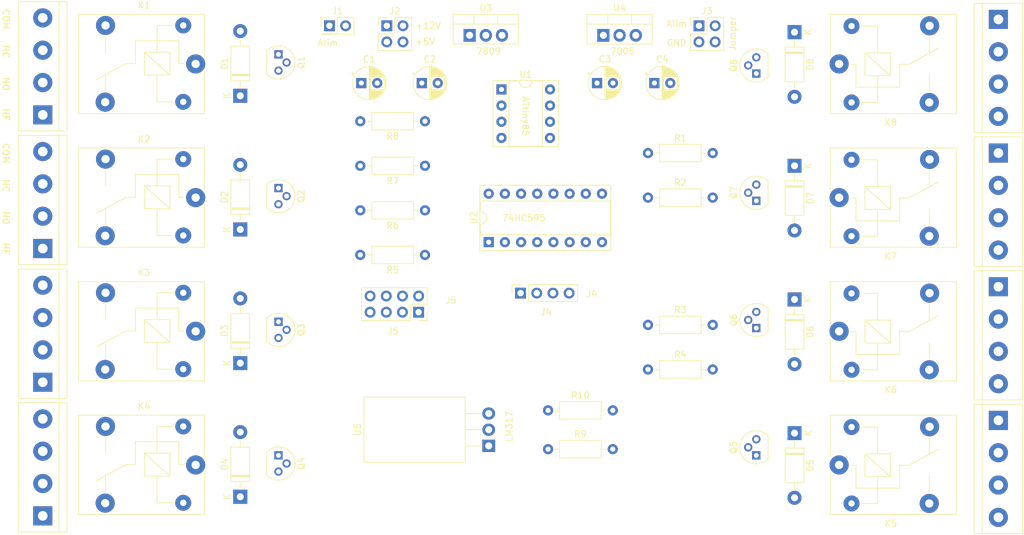
<source format=kicad_pcb>
(kicad_pcb (version 20171130) (host pcbnew "(5.1.9)-1")

  (general
    (thickness 1.6)
    (drawings 23)
    (tracks 0)
    (zones 0)
    (modules 56)
    (nets 79)
  )

  (page A4)
  (layers
    (0 F.Cu signal)
    (31 B.Cu signal)
    (32 B.Adhes user)
    (33 F.Adhes user)
    (34 B.Paste user)
    (35 F.Paste user)
    (36 B.SilkS user)
    (37 F.SilkS user)
    (38 B.Mask user)
    (39 F.Mask user)
    (40 Dwgs.User user)
    (41 Cmts.User user)
    (42 Eco1.User user)
    (43 Eco2.User user)
    (44 Edge.Cuts user)
    (45 Margin user)
    (46 B.CrtYd user)
    (47 F.CrtYd user)
    (48 B.Fab user)
    (49 F.Fab user hide)
  )

  (setup
    (last_trace_width 0.25)
    (user_trace_width 0.2)
    (user_trace_width 0.4)
    (user_trace_width 1.8)
    (trace_clearance 0.2)
    (zone_clearance 0.508)
    (zone_45_only no)
    (trace_min 0.2)
    (via_size 0.8)
    (via_drill 0.4)
    (via_min_size 0.4)
    (via_min_drill 0.3)
    (uvia_size 0.3)
    (uvia_drill 0.1)
    (uvias_allowed no)
    (uvia_min_size 0.2)
    (uvia_min_drill 0.1)
    (edge_width 0.05)
    (segment_width 0.2)
    (pcb_text_width 0.3)
    (pcb_text_size 1.5 1.5)
    (mod_edge_width 0.12)
    (mod_text_size 1 1)
    (mod_text_width 0.15)
    (pad_size 1.524 1.524)
    (pad_drill 0.762)
    (pad_to_mask_clearance 0)
    (aux_axis_origin 0 0)
    (visible_elements 7FFFFFFF)
    (pcbplotparams
      (layerselection 0x010fc_ffffffff)
      (usegerberextensions false)
      (usegerberattributes true)
      (usegerberadvancedattributes true)
      (creategerberjobfile true)
      (excludeedgelayer true)
      (linewidth 0.100000)
      (plotframeref false)
      (viasonmask false)
      (mode 1)
      (useauxorigin false)
      (hpglpennumber 1)
      (hpglpenspeed 20)
      (hpglpendiameter 15.000000)
      (psnegative false)
      (psa4output false)
      (plotreference true)
      (plotvalue true)
      (plotinvisibletext false)
      (padsonsilk false)
      (subtractmaskfromsilk false)
      (outputformat 1)
      (mirror false)
      (drillshape 1)
      (scaleselection 1)
      (outputdirectory ""))
  )

  (net 0 "")
  (net 1 GND)
  (net 2 "Net-(C1-Pad1)")
  (net 3 "Net-(C2-Pad1)")
  (net 4 "Net-(C4-Pad1)")
  (net 5 /K1)
  (net 6 /K2)
  (net 7 /K3)
  (net 8 /K4)
  (net 9 /K5)
  (net 10 /K6)
  (net 11 /K7)
  (net 12 /K8)
  (net 13 +12V)
  (net 14 "Net-(J2-Pad4)")
  (net 15 "Net-(J3-Pad4)")
  (net 16 "Net-(J3-Pad1)")
  (net 17 /Q1)
  (net 18 /Q2)
  (net 19 /Q3)
  (net 20 /Q4)
  (net 21 /Q5)
  (net 22 /Q6)
  (net 23 /Q7)
  (net 24 /Q8)
  (net 25 "Net-(R1-Pad1)")
  (net 26 "Net-(R2-Pad1)")
  (net 27 "Net-(R3-Pad1)")
  (net 28 "Net-(R4-Pad1)")
  (net 29 "Net-(R5-Pad1)")
  (net 30 "Net-(R6-Pad1)")
  (net 31 "Net-(R7-Pad1)")
  (net 32 "Net-(R8-Pad1)")
  (net 33 "Net-(R10-Pad1)")
  (net 34 /+3.3V)
  (net 35 "Net-(U1-Pad6)")
  (net 36 "Net-(U1-Pad5)")
  (net 37 /+5V)
  (net 38 "Net-(U1-Pad7)")
  (net 39 "Net-(U2-Pad9)")
  (net 40 /RX)
  (net 41 /TX)
  (net 42 "Net-(J5-Pad6)")
  (net 43 "Net-(J5-Pad5)")
  (net 44 /EN)
  (net 45 "Net-(J5-Pad3)")
  (net 46 "Net-(U1-Pad8)")
  (net 47 "Net-(J6-Pad2)")
  (net 48 "Net-(J6-Pad1)")
  (net 49 "Net-(J7-Pad2)")
  (net 50 "Net-(J7-Pad1)")
  (net 51 "Net-(J8-Pad2)")
  (net 52 "Net-(J8-Pad1)")
  (net 53 "Net-(J9-Pad2)")
  (net 54 "Net-(J9-Pad1)")
  (net 55 "Net-(J10-Pad2)")
  (net 56 "Net-(J10-Pad1)")
  (net 57 "Net-(J11-Pad2)")
  (net 58 "Net-(J11-Pad1)")
  (net 59 "Net-(J12-Pad2)")
  (net 60 "Net-(J12-Pad1)")
  (net 61 "Net-(J13-Pad2)")
  (net 62 "Net-(J13-Pad1)")
  (net 63 "Net-(J6-Pad3)")
  (net 64 "Net-(J6-Pad4)")
  (net 65 "Net-(J7-Pad4)")
  (net 66 "Net-(J7-Pad3)")
  (net 67 "Net-(J8-Pad4)")
  (net 68 "Net-(J8-Pad3)")
  (net 69 "Net-(J9-Pad4)")
  (net 70 "Net-(J9-Pad3)")
  (net 71 "Net-(J10-Pad4)")
  (net 72 "Net-(J10-Pad3)")
  (net 73 "Net-(J11-Pad4)")
  (net 74 "Net-(J11-Pad3)")
  (net 75 "Net-(J12-Pad4)")
  (net 76 "Net-(J12-Pad3)")
  (net 77 "Net-(J13-Pad4)")
  (net 78 "Net-(J13-Pad3)")

  (net_class Default "This is the default net class."
    (clearance 0.2)
    (trace_width 0.25)
    (via_dia 0.8)
    (via_drill 0.4)
    (uvia_dia 0.3)
    (uvia_drill 0.1)
    (add_net +12V)
    (add_net /+3.3V)
    (add_net /+5V)
    (add_net /EN)
    (add_net /K1)
    (add_net /K2)
    (add_net /K3)
    (add_net /K4)
    (add_net /K5)
    (add_net /K6)
    (add_net /K7)
    (add_net /K8)
    (add_net /Q1)
    (add_net /Q2)
    (add_net /Q3)
    (add_net /Q4)
    (add_net /Q5)
    (add_net /Q6)
    (add_net /Q7)
    (add_net /Q8)
    (add_net /RX)
    (add_net /TX)
    (add_net GND)
    (add_net "Net-(C1-Pad1)")
    (add_net "Net-(C2-Pad1)")
    (add_net "Net-(C4-Pad1)")
    (add_net "Net-(J10-Pad1)")
    (add_net "Net-(J10-Pad2)")
    (add_net "Net-(J10-Pad3)")
    (add_net "Net-(J10-Pad4)")
    (add_net "Net-(J11-Pad1)")
    (add_net "Net-(J11-Pad2)")
    (add_net "Net-(J11-Pad3)")
    (add_net "Net-(J11-Pad4)")
    (add_net "Net-(J12-Pad1)")
    (add_net "Net-(J12-Pad2)")
    (add_net "Net-(J12-Pad3)")
    (add_net "Net-(J12-Pad4)")
    (add_net "Net-(J13-Pad1)")
    (add_net "Net-(J13-Pad2)")
    (add_net "Net-(J13-Pad3)")
    (add_net "Net-(J13-Pad4)")
    (add_net "Net-(J2-Pad4)")
    (add_net "Net-(J3-Pad1)")
    (add_net "Net-(J3-Pad4)")
    (add_net "Net-(J5-Pad3)")
    (add_net "Net-(J5-Pad5)")
    (add_net "Net-(J5-Pad6)")
    (add_net "Net-(J6-Pad1)")
    (add_net "Net-(J6-Pad2)")
    (add_net "Net-(J6-Pad3)")
    (add_net "Net-(J6-Pad4)")
    (add_net "Net-(J7-Pad1)")
    (add_net "Net-(J7-Pad2)")
    (add_net "Net-(J7-Pad3)")
    (add_net "Net-(J7-Pad4)")
    (add_net "Net-(J8-Pad1)")
    (add_net "Net-(J8-Pad2)")
    (add_net "Net-(J8-Pad3)")
    (add_net "Net-(J8-Pad4)")
    (add_net "Net-(J9-Pad1)")
    (add_net "Net-(J9-Pad2)")
    (add_net "Net-(J9-Pad3)")
    (add_net "Net-(J9-Pad4)")
    (add_net "Net-(R1-Pad1)")
    (add_net "Net-(R10-Pad1)")
    (add_net "Net-(R2-Pad1)")
    (add_net "Net-(R3-Pad1)")
    (add_net "Net-(R4-Pad1)")
    (add_net "Net-(R5-Pad1)")
    (add_net "Net-(R6-Pad1)")
    (add_net "Net-(R7-Pad1)")
    (add_net "Net-(R8-Pad1)")
    (add_net "Net-(U1-Pad5)")
    (add_net "Net-(U1-Pad6)")
    (add_net "Net-(U1-Pad7)")
    (add_net "Net-(U1-Pad8)")
    (add_net "Net-(U2-Pad9)")
  )

  (module TerminalBlock:TerminalBlock_bornier-4_P5.08mm (layer F.Cu) (tedit 59FF03D1) (tstamp 6063F05D)
    (at 170 29 270)
    (descr "simple 4-pin terminal block, pitch 5.08mm, revamped version of bornier4")
    (tags "terminal block bornier4")
    (path /608075D9)
    (fp_text reference J13 (at 7.6 -4.8 90) (layer F.SilkS) hide
      (effects (font (size 1 1) (thickness 0.15)))
    )
    (fp_text value Conn_01x04 (at 7.6 4.75 90) (layer F.Fab) hide
      (effects (font (size 1 1) (thickness 0.15)))
    )
    (fp_text user %R (at 7.62 0 90) (layer F.Fab) hide
      (effects (font (size 1 1) (thickness 0.15)))
    )
    (fp_line (start -2.48 2.55) (end 17.72 2.55) (layer F.Fab) (width 0.1))
    (fp_line (start -2.43 3.75) (end -2.48 3.75) (layer F.Fab) (width 0.1))
    (fp_line (start -2.48 3.75) (end -2.48 -3.75) (layer F.Fab) (width 0.1))
    (fp_line (start -2.48 -3.75) (end 17.72 -3.75) (layer F.Fab) (width 0.1))
    (fp_line (start 17.72 -3.75) (end 17.72 3.75) (layer F.Fab) (width 0.1))
    (fp_line (start 17.72 3.75) (end -2.43 3.75) (layer F.Fab) (width 0.1))
    (fp_line (start -2.54 -3.81) (end -2.54 3.81) (layer F.SilkS) (width 0.12))
    (fp_line (start 17.78 3.81) (end 17.78 -3.81) (layer F.SilkS) (width 0.12))
    (fp_line (start 17.78 2.54) (end -2.54 2.54) (layer F.SilkS) (width 0.12))
    (fp_line (start -2.54 -3.81) (end 17.78 -3.81) (layer F.SilkS) (width 0.12))
    (fp_line (start -2.54 3.81) (end 17.78 3.81) (layer F.SilkS) (width 0.12))
    (fp_line (start -2.73 -4) (end 17.97 -4) (layer F.CrtYd) (width 0.05))
    (fp_line (start -2.73 -4) (end -2.73 4) (layer F.CrtYd) (width 0.05))
    (fp_line (start 17.97 4) (end 17.97 -4) (layer F.CrtYd) (width 0.05))
    (fp_line (start 17.97 4) (end -2.73 4) (layer F.CrtYd) (width 0.05))
    (pad 4 thru_hole circle (at 15.24 0 270) (size 3 3) (drill 1.52) (layers *.Cu *.Mask)
      (net 77 "Net-(J13-Pad4)"))
    (pad 1 thru_hole rect (at 0 0 270) (size 3 3) (drill 1.52) (layers *.Cu *.Mask)
      (net 62 "Net-(J13-Pad1)"))
    (pad 3 thru_hole circle (at 10.16 0 270) (size 3 3) (drill 1.52) (layers *.Cu *.Mask)
      (net 78 "Net-(J13-Pad3)"))
    (pad 2 thru_hole circle (at 5.08 0 270) (size 3 3) (drill 1.52) (layers *.Cu *.Mask)
      (net 61 "Net-(J13-Pad2)"))
    (model ${KISYS3DMOD}/TerminalBlock.3dshapes/TerminalBlock_bornier-4_P5.08mm.wrl
      (offset (xyz 7.619999885559082 0 0))
      (scale (xyz 1 1 1))
      (rotate (xyz 0 0 0))
    )
  )

  (module TerminalBlock:TerminalBlock_bornier-4_P5.08mm (layer F.Cu) (tedit 59FF03D1) (tstamp 6063F045)
    (at 170 50 270)
    (descr "simple 4-pin terminal block, pitch 5.08mm, revamped version of bornier4")
    (tags "terminal block bornier4")
    (path /60806A87)
    (fp_text reference J12 (at 7.6 -4.8 90) (layer F.SilkS) hide
      (effects (font (size 1 1) (thickness 0.15)))
    )
    (fp_text value Conn_01x04 (at 7.6 4.75 90) (layer F.Fab) hide
      (effects (font (size 1 1) (thickness 0.15)))
    )
    (fp_text user %R (at 7.62 0 90) (layer F.Fab) hide
      (effects (font (size 1 1) (thickness 0.15)))
    )
    (fp_line (start -2.48 2.55) (end 17.72 2.55) (layer F.Fab) (width 0.1))
    (fp_line (start -2.43 3.75) (end -2.48 3.75) (layer F.Fab) (width 0.1))
    (fp_line (start -2.48 3.75) (end -2.48 -3.75) (layer F.Fab) (width 0.1))
    (fp_line (start -2.48 -3.75) (end 17.72 -3.75) (layer F.Fab) (width 0.1))
    (fp_line (start 17.72 -3.75) (end 17.72 3.75) (layer F.Fab) (width 0.1))
    (fp_line (start 17.72 3.75) (end -2.43 3.75) (layer F.Fab) (width 0.1))
    (fp_line (start -2.54 -3.81) (end -2.54 3.81) (layer F.SilkS) (width 0.12))
    (fp_line (start 17.78 3.81) (end 17.78 -3.81) (layer F.SilkS) (width 0.12))
    (fp_line (start 17.78 2.54) (end -2.54 2.54) (layer F.SilkS) (width 0.12))
    (fp_line (start -2.54 -3.81) (end 17.78 -3.81) (layer F.SilkS) (width 0.12))
    (fp_line (start -2.54 3.81) (end 17.78 3.81) (layer F.SilkS) (width 0.12))
    (fp_line (start -2.73 -4) (end 17.97 -4) (layer F.CrtYd) (width 0.05))
    (fp_line (start -2.73 -4) (end -2.73 4) (layer F.CrtYd) (width 0.05))
    (fp_line (start 17.97 4) (end 17.97 -4) (layer F.CrtYd) (width 0.05))
    (fp_line (start 17.97 4) (end -2.73 4) (layer F.CrtYd) (width 0.05))
    (pad 4 thru_hole circle (at 15.24 0 270) (size 3 3) (drill 1.52) (layers *.Cu *.Mask)
      (net 75 "Net-(J12-Pad4)"))
    (pad 1 thru_hole rect (at 0 0 270) (size 3 3) (drill 1.52) (layers *.Cu *.Mask)
      (net 60 "Net-(J12-Pad1)"))
    (pad 3 thru_hole circle (at 10.16 0 270) (size 3 3) (drill 1.52) (layers *.Cu *.Mask)
      (net 76 "Net-(J12-Pad3)"))
    (pad 2 thru_hole circle (at 5.08 0 270) (size 3 3) (drill 1.52) (layers *.Cu *.Mask)
      (net 59 "Net-(J12-Pad2)"))
    (model ${KISYS3DMOD}/TerminalBlock.3dshapes/TerminalBlock_bornier-4_P5.08mm.wrl
      (offset (xyz 7.619999885559082 0 0))
      (scale (xyz 1 1 1))
      (rotate (xyz 0 0 0))
    )
  )

  (module TerminalBlock:TerminalBlock_bornier-4_P5.08mm (layer F.Cu) (tedit 59FF03D1) (tstamp 6063F02D)
    (at 170 71 270)
    (descr "simple 4-pin terminal block, pitch 5.08mm, revamped version of bornier4")
    (tags "terminal block bornier4")
    (path /608060CB)
    (fp_text reference J11 (at 7.6 -4.8 90) (layer F.SilkS) hide
      (effects (font (size 1 1) (thickness 0.15)))
    )
    (fp_text value Conn_01x04 (at 7.6 4.75 90) (layer F.Fab) hide
      (effects (font (size 1 1) (thickness 0.15)))
    )
    (fp_text user %R (at 7.62 0 90) (layer F.Fab) hide
      (effects (font (size 1 1) (thickness 0.15)))
    )
    (fp_line (start -2.48 2.55) (end 17.72 2.55) (layer F.Fab) (width 0.1))
    (fp_line (start -2.43 3.75) (end -2.48 3.75) (layer F.Fab) (width 0.1))
    (fp_line (start -2.48 3.75) (end -2.48 -3.75) (layer F.Fab) (width 0.1))
    (fp_line (start -2.48 -3.75) (end 17.72 -3.75) (layer F.Fab) (width 0.1))
    (fp_line (start 17.72 -3.75) (end 17.72 3.75) (layer F.Fab) (width 0.1))
    (fp_line (start 17.72 3.75) (end -2.43 3.75) (layer F.Fab) (width 0.1))
    (fp_line (start -2.54 -3.81) (end -2.54 3.81) (layer F.SilkS) (width 0.12))
    (fp_line (start 17.78 3.81) (end 17.78 -3.81) (layer F.SilkS) (width 0.12))
    (fp_line (start 17.78 2.54) (end -2.54 2.54) (layer F.SilkS) (width 0.12))
    (fp_line (start -2.54 -3.81) (end 17.78 -3.81) (layer F.SilkS) (width 0.12))
    (fp_line (start -2.54 3.81) (end 17.78 3.81) (layer F.SilkS) (width 0.12))
    (fp_line (start -2.73 -4) (end 17.97 -4) (layer F.CrtYd) (width 0.05))
    (fp_line (start -2.73 -4) (end -2.73 4) (layer F.CrtYd) (width 0.05))
    (fp_line (start 17.97 4) (end 17.97 -4) (layer F.CrtYd) (width 0.05))
    (fp_line (start 17.97 4) (end -2.73 4) (layer F.CrtYd) (width 0.05))
    (pad 4 thru_hole circle (at 15.24 0 270) (size 3 3) (drill 1.52) (layers *.Cu *.Mask)
      (net 73 "Net-(J11-Pad4)"))
    (pad 1 thru_hole rect (at 0 0 270) (size 3 3) (drill 1.52) (layers *.Cu *.Mask)
      (net 58 "Net-(J11-Pad1)"))
    (pad 3 thru_hole circle (at 10.16 0 270) (size 3 3) (drill 1.52) (layers *.Cu *.Mask)
      (net 74 "Net-(J11-Pad3)"))
    (pad 2 thru_hole circle (at 5.08 0 270) (size 3 3) (drill 1.52) (layers *.Cu *.Mask)
      (net 57 "Net-(J11-Pad2)"))
    (model ${KISYS3DMOD}/TerminalBlock.3dshapes/TerminalBlock_bornier-4_P5.08mm.wrl
      (offset (xyz 7.619999885559082 0 0))
      (scale (xyz 1 1 1))
      (rotate (xyz 0 0 0))
    )
  )

  (module TerminalBlock:TerminalBlock_bornier-4_P5.08mm (layer F.Cu) (tedit 59FF03D1) (tstamp 6063F015)
    (at 170 92 270)
    (descr "simple 4-pin terminal block, pitch 5.08mm, revamped version of bornier4")
    (tags "terminal block bornier4")
    (path /60805349)
    (fp_text reference J10 (at 7.6 -4.8 90) (layer F.SilkS) hide
      (effects (font (size 1 1) (thickness 0.15)))
    )
    (fp_text value Conn_01x04 (at 7.6 4.75 90) (layer F.Fab) hide
      (effects (font (size 1 1) (thickness 0.15)))
    )
    (fp_text user %R (at 7.62 0 90) (layer F.Fab) hide
      (effects (font (size 1 1) (thickness 0.15)))
    )
    (fp_line (start -2.48 2.55) (end 17.72 2.55) (layer F.Fab) (width 0.1))
    (fp_line (start -2.43 3.75) (end -2.48 3.75) (layer F.Fab) (width 0.1))
    (fp_line (start -2.48 3.75) (end -2.48 -3.75) (layer F.Fab) (width 0.1))
    (fp_line (start -2.48 -3.75) (end 17.72 -3.75) (layer F.Fab) (width 0.1))
    (fp_line (start 17.72 -3.75) (end 17.72 3.75) (layer F.Fab) (width 0.1))
    (fp_line (start 17.72 3.75) (end -2.43 3.75) (layer F.Fab) (width 0.1))
    (fp_line (start -2.54 -3.81) (end -2.54 3.81) (layer F.SilkS) (width 0.12))
    (fp_line (start 17.78 3.81) (end 17.78 -3.81) (layer F.SilkS) (width 0.12))
    (fp_line (start 17.78 2.54) (end -2.54 2.54) (layer F.SilkS) (width 0.12))
    (fp_line (start -2.54 -3.81) (end 17.78 -3.81) (layer F.SilkS) (width 0.12))
    (fp_line (start -2.54 3.81) (end 17.78 3.81) (layer F.SilkS) (width 0.12))
    (fp_line (start -2.73 -4) (end 17.97 -4) (layer F.CrtYd) (width 0.05))
    (fp_line (start -2.73 -4) (end -2.73 4) (layer F.CrtYd) (width 0.05))
    (fp_line (start 17.97 4) (end 17.97 -4) (layer F.CrtYd) (width 0.05))
    (fp_line (start 17.97 4) (end -2.73 4) (layer F.CrtYd) (width 0.05))
    (pad 4 thru_hole circle (at 15.24 0 270) (size 3 3) (drill 1.52) (layers *.Cu *.Mask)
      (net 71 "Net-(J10-Pad4)"))
    (pad 1 thru_hole rect (at 0 0 270) (size 3 3) (drill 1.52) (layers *.Cu *.Mask)
      (net 56 "Net-(J10-Pad1)"))
    (pad 3 thru_hole circle (at 10.16 0 270) (size 3 3) (drill 1.52) (layers *.Cu *.Mask)
      (net 72 "Net-(J10-Pad3)"))
    (pad 2 thru_hole circle (at 5.08 0 270) (size 3 3) (drill 1.52) (layers *.Cu *.Mask)
      (net 55 "Net-(J10-Pad2)"))
    (model ${KISYS3DMOD}/TerminalBlock.3dshapes/TerminalBlock_bornier-4_P5.08mm.wrl
      (offset (xyz 7.619999885559082 0 0))
      (scale (xyz 1 1 1))
      (rotate (xyz 0 0 0))
    )
  )

  (module TerminalBlock:TerminalBlock_bornier-4_P5.08mm (layer F.Cu) (tedit 59FF03D1) (tstamp 60646205)
    (at 20 44 90)
    (descr "simple 4-pin terminal block, pitch 5.08mm, revamped version of bornier4")
    (tags "terminal block bornier4")
    (path /6080408C)
    (fp_text reference J9 (at 7.6 -4.8 90) (layer F.SilkS) hide
      (effects (font (size 1 1) (thickness 0.15)))
    )
    (fp_text value Conn_01x04 (at 7.6 4.75 90) (layer F.Fab) hide
      (effects (font (size 1 1) (thickness 0.15)))
    )
    (fp_text user %R (at 7.62 0 90) (layer F.Fab) hide
      (effects (font (size 1 1) (thickness 0.15)))
    )
    (fp_line (start -2.48 2.55) (end 17.72 2.55) (layer F.Fab) (width 0.1))
    (fp_line (start -2.43 3.75) (end -2.48 3.75) (layer F.Fab) (width 0.1))
    (fp_line (start -2.48 3.75) (end -2.48 -3.75) (layer F.Fab) (width 0.1))
    (fp_line (start -2.48 -3.75) (end 17.72 -3.75) (layer F.Fab) (width 0.1))
    (fp_line (start 17.72 -3.75) (end 17.72 3.75) (layer F.Fab) (width 0.1))
    (fp_line (start 17.72 3.75) (end -2.43 3.75) (layer F.Fab) (width 0.1))
    (fp_line (start -2.54 -3.81) (end -2.54 3.81) (layer F.SilkS) (width 0.12))
    (fp_line (start 17.78 3.81) (end 17.78 -3.81) (layer F.SilkS) (width 0.12))
    (fp_line (start 17.78 2.54) (end -2.54 2.54) (layer F.SilkS) (width 0.12))
    (fp_line (start -2.54 -3.81) (end 17.78 -3.81) (layer F.SilkS) (width 0.12))
    (fp_line (start -2.54 3.81) (end 17.78 3.81) (layer F.SilkS) (width 0.12))
    (fp_line (start -2.73 -4) (end 17.97 -4) (layer F.CrtYd) (width 0.05))
    (fp_line (start -2.73 -4) (end -2.73 4) (layer F.CrtYd) (width 0.05))
    (fp_line (start 17.97 4) (end 17.97 -4) (layer F.CrtYd) (width 0.05))
    (fp_line (start 17.97 4) (end -2.73 4) (layer F.CrtYd) (width 0.05))
    (pad 4 thru_hole circle (at 15.24 0 90) (size 3 3) (drill 1.52) (layers *.Cu *.Mask)
      (net 69 "Net-(J9-Pad4)"))
    (pad 1 thru_hole rect (at 0 0 90) (size 3 3) (drill 1.52) (layers *.Cu *.Mask)
      (net 54 "Net-(J9-Pad1)"))
    (pad 3 thru_hole circle (at 10.16 0 90) (size 3 3) (drill 1.52) (layers *.Cu *.Mask)
      (net 70 "Net-(J9-Pad3)"))
    (pad 2 thru_hole circle (at 5.08 0 90) (size 3 3) (drill 1.52) (layers *.Cu *.Mask)
      (net 53 "Net-(J9-Pad2)"))
    (model ${KISYS3DMOD}/TerminalBlock.3dshapes/TerminalBlock_bornier-4_P5.08mm.wrl
      (offset (xyz 7.619999885559082 0 0))
      (scale (xyz 1 1 1))
      (rotate (xyz 0 0 0))
    )
  )

  (module TerminalBlock:TerminalBlock_bornier-4_P5.08mm (layer F.Cu) (tedit 59FF03D1) (tstamp 6063EFE5)
    (at 20 65 90)
    (descr "simple 4-pin terminal block, pitch 5.08mm, revamped version of bornier4")
    (tags "terminal block bornier4")
    (path /60893E6F)
    (fp_text reference J8 (at 7.6 -4.8 90) (layer F.SilkS) hide
      (effects (font (size 1 1) (thickness 0.15)))
    )
    (fp_text value Conn_01x04 (at 7.6 4.75 90) (layer F.Fab) hide
      (effects (font (size 1 1) (thickness 0.15)))
    )
    (fp_text user %R (at 7.62 0 90) (layer F.Fab) hide
      (effects (font (size 1 1) (thickness 0.15)))
    )
    (fp_line (start -2.48 2.55) (end 17.72 2.55) (layer F.Fab) (width 0.1))
    (fp_line (start -2.43 3.75) (end -2.48 3.75) (layer F.Fab) (width 0.1))
    (fp_line (start -2.48 3.75) (end -2.48 -3.75) (layer F.Fab) (width 0.1))
    (fp_line (start -2.48 -3.75) (end 17.72 -3.75) (layer F.Fab) (width 0.1))
    (fp_line (start 17.72 -3.75) (end 17.72 3.75) (layer F.Fab) (width 0.1))
    (fp_line (start 17.72 3.75) (end -2.43 3.75) (layer F.Fab) (width 0.1))
    (fp_line (start -2.54 -3.81) (end -2.54 3.81) (layer F.SilkS) (width 0.12))
    (fp_line (start 17.78 3.81) (end 17.78 -3.81) (layer F.SilkS) (width 0.12))
    (fp_line (start 17.78 2.54) (end -2.54 2.54) (layer F.SilkS) (width 0.12))
    (fp_line (start -2.54 -3.81) (end 17.78 -3.81) (layer F.SilkS) (width 0.12))
    (fp_line (start -2.54 3.81) (end 17.78 3.81) (layer F.SilkS) (width 0.12))
    (fp_line (start -2.73 -4) (end 17.97 -4) (layer F.CrtYd) (width 0.05))
    (fp_line (start -2.73 -4) (end -2.73 4) (layer F.CrtYd) (width 0.05))
    (fp_line (start 17.97 4) (end 17.97 -4) (layer F.CrtYd) (width 0.05))
    (fp_line (start 17.97 4) (end -2.73 4) (layer F.CrtYd) (width 0.05))
    (pad 4 thru_hole circle (at 15.24 0 90) (size 3 3) (drill 1.52) (layers *.Cu *.Mask)
      (net 67 "Net-(J8-Pad4)"))
    (pad 1 thru_hole rect (at 0 0 90) (size 3 3) (drill 1.52) (layers *.Cu *.Mask)
      (net 52 "Net-(J8-Pad1)"))
    (pad 3 thru_hole circle (at 10.16 0 90) (size 3 3) (drill 1.52) (layers *.Cu *.Mask)
      (net 68 "Net-(J8-Pad3)"))
    (pad 2 thru_hole circle (at 5.08 0 90) (size 3 3) (drill 1.52) (layers *.Cu *.Mask)
      (net 51 "Net-(J8-Pad2)"))
    (model ${KISYS3DMOD}/TerminalBlock.3dshapes/TerminalBlock_bornier-4_P5.08mm.wrl
      (offset (xyz 7.619999885559082 0 0))
      (scale (xyz 1 1 1))
      (rotate (xyz 0 0 0))
    )
  )

  (module TerminalBlock:TerminalBlock_bornier-4_P5.08mm (layer F.Cu) (tedit 59FF03D1) (tstamp 60644258)
    (at 20 86 90)
    (descr "simple 4-pin terminal block, pitch 5.08mm, revamped version of bornier4")
    (tags "terminal block bornier4")
    (path /60803038)
    (fp_text reference J7 (at 7.6 -4.8 90) (layer F.SilkS) hide
      (effects (font (size 1 1) (thickness 0.15)))
    )
    (fp_text value Conn_01x04 (at 7.6 4.75 90) (layer F.Fab) hide
      (effects (font (size 1 1) (thickness 0.15)))
    )
    (fp_text user %R (at 7.62 0 90) (layer F.Fab) hide
      (effects (font (size 1 1) (thickness 0.15)))
    )
    (fp_line (start -2.48 2.55) (end 17.72 2.55) (layer F.Fab) (width 0.1))
    (fp_line (start -2.43 3.75) (end -2.48 3.75) (layer F.Fab) (width 0.1))
    (fp_line (start -2.48 3.75) (end -2.48 -3.75) (layer F.Fab) (width 0.1))
    (fp_line (start -2.48 -3.75) (end 17.72 -3.75) (layer F.Fab) (width 0.1))
    (fp_line (start 17.72 -3.75) (end 17.72 3.75) (layer F.Fab) (width 0.1))
    (fp_line (start 17.72 3.75) (end -2.43 3.75) (layer F.Fab) (width 0.1))
    (fp_line (start -2.54 -3.81) (end -2.54 3.81) (layer F.SilkS) (width 0.12))
    (fp_line (start 17.78 3.81) (end 17.78 -3.81) (layer F.SilkS) (width 0.12))
    (fp_line (start 17.78 2.54) (end -2.54 2.54) (layer F.SilkS) (width 0.12))
    (fp_line (start -2.54 -3.81) (end 17.78 -3.81) (layer F.SilkS) (width 0.12))
    (fp_line (start -2.54 3.81) (end 17.78 3.81) (layer F.SilkS) (width 0.12))
    (fp_line (start -2.73 -4) (end 17.97 -4) (layer F.CrtYd) (width 0.05))
    (fp_line (start -2.73 -4) (end -2.73 4) (layer F.CrtYd) (width 0.05))
    (fp_line (start 17.97 4) (end 17.97 -4) (layer F.CrtYd) (width 0.05))
    (fp_line (start 17.97 4) (end -2.73 4) (layer F.CrtYd) (width 0.05))
    (pad 4 thru_hole circle (at 15.24 0 90) (size 3 3) (drill 1.52) (layers *.Cu *.Mask)
      (net 65 "Net-(J7-Pad4)"))
    (pad 1 thru_hole rect (at 0 0 90) (size 3 3) (drill 1.52) (layers *.Cu *.Mask)
      (net 50 "Net-(J7-Pad1)"))
    (pad 3 thru_hole circle (at 10.16 0 90) (size 3 3) (drill 1.52) (layers *.Cu *.Mask)
      (net 66 "Net-(J7-Pad3)"))
    (pad 2 thru_hole circle (at 5.08 0 90) (size 3 3) (drill 1.52) (layers *.Cu *.Mask)
      (net 49 "Net-(J7-Pad2)"))
    (model ${KISYS3DMOD}/TerminalBlock.3dshapes/TerminalBlock_bornier-4_P5.08mm.wrl
      (offset (xyz 7.619999885559082 0 0))
      (scale (xyz 1 1 1))
      (rotate (xyz 0 0 0))
    )
  )

  (module TerminalBlock:TerminalBlock_bornier-4_P5.08mm (layer F.Cu) (tedit 59FF03D1) (tstamp 6063EFB5)
    (at 20 107 90)
    (descr "simple 4-pin terminal block, pitch 5.08mm, revamped version of bornier4")
    (tags "terminal block bornier4")
    (path /6065955B)
    (fp_text reference J6 (at 7.6 -4.8 90) (layer F.SilkS) hide
      (effects (font (size 1 1) (thickness 0.15)))
    )
    (fp_text value Conn_01x04 (at 7.6 4.75 90) (layer F.Fab) hide
      (effects (font (size 1 1) (thickness 0.15)))
    )
    (fp_text user %R (at 7.62 0 90) (layer F.Fab) hide
      (effects (font (size 1 1) (thickness 0.15)))
    )
    (fp_line (start -2.48 2.55) (end 17.72 2.55) (layer F.Fab) (width 0.1))
    (fp_line (start -2.43 3.75) (end -2.48 3.75) (layer F.Fab) (width 0.1))
    (fp_line (start -2.48 3.75) (end -2.48 -3.75) (layer F.Fab) (width 0.1))
    (fp_line (start -2.48 -3.75) (end 17.72 -3.75) (layer F.Fab) (width 0.1))
    (fp_line (start 17.72 -3.75) (end 17.72 3.75) (layer F.Fab) (width 0.1))
    (fp_line (start 17.72 3.75) (end -2.43 3.75) (layer F.Fab) (width 0.1))
    (fp_line (start -2.54 -3.81) (end -2.54 3.81) (layer F.SilkS) (width 0.12))
    (fp_line (start 17.78 3.81) (end 17.78 -3.81) (layer F.SilkS) (width 0.12))
    (fp_line (start 17.78 2.54) (end -2.54 2.54) (layer F.SilkS) (width 0.12))
    (fp_line (start -2.54 -3.81) (end 17.78 -3.81) (layer F.SilkS) (width 0.12))
    (fp_line (start -2.54 3.81) (end 17.78 3.81) (layer F.SilkS) (width 0.12))
    (fp_line (start -2.73 -4) (end 17.97 -4) (layer F.CrtYd) (width 0.05))
    (fp_line (start -2.73 -4) (end -2.73 4) (layer F.CrtYd) (width 0.05))
    (fp_line (start 17.97 4) (end 17.97 -4) (layer F.CrtYd) (width 0.05))
    (fp_line (start 17.97 4) (end -2.73 4) (layer F.CrtYd) (width 0.05))
    (pad 4 thru_hole circle (at 15.24 0 90) (size 3 3) (drill 1.52) (layers *.Cu *.Mask)
      (net 64 "Net-(J6-Pad4)"))
    (pad 1 thru_hole rect (at 0 0 90) (size 3 3) (drill 1.52) (layers *.Cu *.Mask)
      (net 48 "Net-(J6-Pad1)"))
    (pad 3 thru_hole circle (at 10.16 0 90) (size 3 3) (drill 1.52) (layers *.Cu *.Mask)
      (net 63 "Net-(J6-Pad3)"))
    (pad 2 thru_hole circle (at 5.08 0 90) (size 3 3) (drill 1.52) (layers *.Cu *.Mask)
      (net 47 "Net-(J6-Pad2)"))
    (model ${KISYS3DMOD}/TerminalBlock.3dshapes/TerminalBlock_bornier-4_P5.08mm.wrl
      (offset (xyz 7.619999885559082 0 0))
      (scale (xyz 1 1 1))
      (rotate (xyz 0 0 0))
    )
  )

  (module Relay_THT:Relay_SPDT_SANYOU_SRD_Series_Form_C (layer F.Cu) (tedit 58FA3148) (tstamp 6064B022)
    (at 44 57 180)
    (descr "relay Sanyou SRD series Form C http://www.sanyourelay.ca/public/products/pdf/SRD.pdf")
    (tags "relay Sanyu SRD form C")
    (path /6029D8C8)
    (fp_text reference K2 (at 8.1 9.2) (layer F.SilkS)
      (effects (font (size 1 1) (thickness 0.15)))
    )
    (fp_text value SANYOU_SRD_Form_C (at 8 -9.6) (layer F.Fab)
      (effects (font (size 1 1) (thickness 0.15)))
    )
    (fp_line (start 8.05 1.85) (end 4.05 1.85) (layer F.SilkS) (width 0.12))
    (fp_line (start 8.05 -1.75) (end 8.05 1.85) (layer F.SilkS) (width 0.12))
    (fp_line (start 4.05 -1.75) (end 8.05 -1.75) (layer F.SilkS) (width 0.12))
    (fp_line (start 4.05 1.85) (end 4.05 -1.75) (layer F.SilkS) (width 0.12))
    (fp_line (start 8.05 1.85) (end 4.05 -1.75) (layer F.SilkS) (width 0.12))
    (fp_line (start 6.05 1.85) (end 6.05 6.05) (layer F.SilkS) (width 0.12))
    (fp_line (start 6.05 -5.95) (end 6.05 -1.75) (layer F.SilkS) (width 0.12))
    (fp_line (start 2.65 0.05) (end 2.65 3.65) (layer F.SilkS) (width 0.12))
    (fp_line (start 9.45 0.05) (end 9.45 3.65) (layer F.SilkS) (width 0.12))
    (fp_line (start 9.45 3.65) (end 2.65 3.65) (layer F.SilkS) (width 0.12))
    (fp_line (start 10.95 0.05) (end 15.55 -2.45) (layer F.SilkS) (width 0.12))
    (fp_line (start 9.45 0.05) (end 10.95 0.05) (layer F.SilkS) (width 0.12))
    (fp_line (start 6.05 -5.95) (end 3.55 -5.95) (layer F.SilkS) (width 0.12))
    (fp_line (start 2.65 0.05) (end 1.85 0.05) (layer F.SilkS) (width 0.12))
    (fp_line (start 3.55 6.05) (end 6.05 6.05) (layer F.SilkS) (width 0.12))
    (fp_line (start 14.15 -4.2) (end 14.15 -1.7) (layer F.SilkS) (width 0.12))
    (fp_line (start 14.15 4.2) (end 14.15 1.75) (layer F.SilkS) (width 0.12))
    (fp_line (start -1.55 7.95) (end 18.55 7.95) (layer F.CrtYd) (width 0.05))
    (fp_line (start 18.55 -7.95) (end 18.55 7.95) (layer F.CrtYd) (width 0.05))
    (fp_line (start -1.55 7.95) (end -1.55 -7.95) (layer F.CrtYd) (width 0.05))
    (fp_line (start 18.55 -7.95) (end -1.55 -7.95) (layer F.CrtYd) (width 0.05))
    (fp_line (start -1.3 7.7) (end -1.3 -7.7) (layer F.Fab) (width 0.12))
    (fp_line (start 18.3 7.7) (end -1.3 7.7) (layer F.Fab) (width 0.12))
    (fp_line (start 18.3 -7.7) (end 18.3 7.7) (layer F.Fab) (width 0.12))
    (fp_line (start -1.3 -7.7) (end 18.3 -7.7) (layer F.Fab) (width 0.12))
    (fp_line (start 18.4 7.8) (end -1.4 7.8) (layer F.SilkS) (width 0.12))
    (fp_line (start 18.4 -7.8) (end 18.4 7.8) (layer F.SilkS) (width 0.12))
    (fp_line (start -1.4 -7.8) (end 18.4 -7.8) (layer F.SilkS) (width 0.12))
    (fp_line (start -1.4 -7.8) (end -1.4 -1.2) (layer F.SilkS) (width 0.12))
    (fp_line (start -1.4 1.2) (end -1.4 7.8) (layer F.SilkS) (width 0.12))
    (fp_text user 1 (at 0 -2.3) (layer F.Fab)
      (effects (font (size 1 1) (thickness 0.15)))
    )
    (fp_text user %R (at 7.1 0.025) (layer F.Fab)
      (effects (font (size 1 1) (thickness 0.15)))
    )
    (pad 2 thru_hole circle (at 1.95 6.05 270) (size 2.5 2.5) (drill 1) (layers *.Cu *.Mask)
      (net 1 GND))
    (pad 3 thru_hole circle (at 14.15 6.05 270) (size 3 3) (drill 1.3) (layers *.Cu *.Mask)
      (net 51 "Net-(J8-Pad2)"))
    (pad 4 thru_hole circle (at 14.2 -6 270) (size 3 3) (drill 1.3) (layers *.Cu *.Mask)
      (net 52 "Net-(J8-Pad1)"))
    (pad 5 thru_hole circle (at 1.95 -5.95 270) (size 2.5 2.5) (drill 1) (layers *.Cu *.Mask)
      (net 6 /K2))
    (pad 1 thru_hole circle (at 0 0 270) (size 3 3) (drill 1.3) (layers *.Cu *.Mask)
      (net 67 "Net-(J8-Pad4)"))
    (model ${KISYS3DMOD}/Relay_THT.3dshapes/Relay_SPDT_SANYOU_SRD_Series_Form_C.wrl
      (at (xyz 0 0 0))
      (scale (xyz 1 1 1))
      (rotate (xyz 0 0 0))
    )
  )

  (module Connector_PinHeader_2.54mm:PinHeader_2x02_P2.54mm_Vertical (layer F.Cu) (tedit 59FED5CC) (tstamp 606694E1)
    (at 123 30)
    (descr "Through hole straight pin header, 2x02, 2.54mm pitch, double rows")
    (tags "Through hole pin header THT 2x02 2.54mm double row")
    (path /60EC72F3)
    (fp_text reference J3 (at 1.27 -2.33) (layer F.SilkS)
      (effects (font (size 1 1) (thickness 0.15)))
    )
    (fp_text value Conn_02x02_Odd_Even (at 1.27 4.87) (layer F.Fab)
      (effects (font (size 1 1) (thickness 0.15)))
    )
    (fp_line (start 4.35 -1.8) (end -1.8 -1.8) (layer F.CrtYd) (width 0.05))
    (fp_line (start 4.35 4.35) (end 4.35 -1.8) (layer F.CrtYd) (width 0.05))
    (fp_line (start -1.8 4.35) (end 4.35 4.35) (layer F.CrtYd) (width 0.05))
    (fp_line (start -1.8 -1.8) (end -1.8 4.35) (layer F.CrtYd) (width 0.05))
    (fp_line (start -1.33 -1.33) (end 0 -1.33) (layer F.SilkS) (width 0.12))
    (fp_line (start -1.33 0) (end -1.33 -1.33) (layer F.SilkS) (width 0.12))
    (fp_line (start 1.27 -1.33) (end 3.87 -1.33) (layer F.SilkS) (width 0.12))
    (fp_line (start 1.27 1.27) (end 1.27 -1.33) (layer F.SilkS) (width 0.12))
    (fp_line (start -1.33 1.27) (end 1.27 1.27) (layer F.SilkS) (width 0.12))
    (fp_line (start 3.87 -1.33) (end 3.87 3.87) (layer F.SilkS) (width 0.12))
    (fp_line (start -1.33 1.27) (end -1.33 3.87) (layer F.SilkS) (width 0.12))
    (fp_line (start -1.33 3.87) (end 3.87 3.87) (layer F.SilkS) (width 0.12))
    (fp_line (start -1.27 0) (end 0 -1.27) (layer F.Fab) (width 0.1))
    (fp_line (start -1.27 3.81) (end -1.27 0) (layer F.Fab) (width 0.1))
    (fp_line (start 3.81 3.81) (end -1.27 3.81) (layer F.Fab) (width 0.1))
    (fp_line (start 3.81 -1.27) (end 3.81 3.81) (layer F.Fab) (width 0.1))
    (fp_line (start 0 -1.27) (end 3.81 -1.27) (layer F.Fab) (width 0.1))
    (fp_text user %R (at 1.27 1.27 90) (layer F.Fab)
      (effects (font (size 1 1) (thickness 0.15)))
    )
    (pad 4 thru_hole oval (at 2.54 2.54) (size 1.7 1.7) (drill 1) (layers *.Cu *.Mask)
      (net 15 "Net-(J3-Pad4)"))
    (pad 3 thru_hole oval (at 0 2.54) (size 1.7 1.7) (drill 1) (layers *.Cu *.Mask)
      (net 1 GND))
    (pad 2 thru_hole oval (at 2.54 0) (size 1.7 1.7) (drill 1) (layers *.Cu *.Mask)
      (net 13 +12V))
    (pad 1 thru_hole rect (at 0 0) (size 1.7 1.7) (drill 1) (layers *.Cu *.Mask)
      (net 16 "Net-(J3-Pad1)"))
    (model ${KISYS3DMOD}/Connector_PinHeader_2.54mm.3dshapes/PinHeader_2x02_P2.54mm_Vertical.wrl
      (at (xyz 0 0 0))
      (scale (xyz 1 1 1))
      (rotate (xyz 0 0 0))
    )
  )

  (module Package_TO_SOT_THT:TO-220-3_Vertical (layer F.Cu) (tedit 5AC8BA0D) (tstamp 6065C38A)
    (at 108 31.5)
    (descr "TO-220-3, Vertical, RM 2.54mm, see https://www.vishay.com/docs/66542/to-220-1.pdf")
    (tags "TO-220-3 Vertical RM 2.54mm")
    (path /60538E17)
    (fp_text reference U4 (at 2.54 -4.27) (layer F.SilkS)
      (effects (font (size 1 1) (thickness 0.15)))
    )
    (fp_text value L7805 (at 2.54 2.5) (layer F.Fab)
      (effects (font (size 1 1) (thickness 0.15)))
    )
    (fp_line (start 7.79 -3.4) (end -2.71 -3.4) (layer F.CrtYd) (width 0.05))
    (fp_line (start 7.79 1.51) (end 7.79 -3.4) (layer F.CrtYd) (width 0.05))
    (fp_line (start -2.71 1.51) (end 7.79 1.51) (layer F.CrtYd) (width 0.05))
    (fp_line (start -2.71 -3.4) (end -2.71 1.51) (layer F.CrtYd) (width 0.05))
    (fp_line (start 4.391 -3.27) (end 4.391 -1.76) (layer F.SilkS) (width 0.12))
    (fp_line (start 0.69 -3.27) (end 0.69 -1.76) (layer F.SilkS) (width 0.12))
    (fp_line (start -2.58 -1.76) (end 7.66 -1.76) (layer F.SilkS) (width 0.12))
    (fp_line (start 7.66 -3.27) (end 7.66 1.371) (layer F.SilkS) (width 0.12))
    (fp_line (start -2.58 -3.27) (end -2.58 1.371) (layer F.SilkS) (width 0.12))
    (fp_line (start -2.58 1.371) (end 7.66 1.371) (layer F.SilkS) (width 0.12))
    (fp_line (start -2.58 -3.27) (end 7.66 -3.27) (layer F.SilkS) (width 0.12))
    (fp_line (start 4.39 -3.15) (end 4.39 -1.88) (layer F.Fab) (width 0.1))
    (fp_line (start 0.69 -3.15) (end 0.69 -1.88) (layer F.Fab) (width 0.1))
    (fp_line (start -2.46 -1.88) (end 7.54 -1.88) (layer F.Fab) (width 0.1))
    (fp_line (start 7.54 -3.15) (end -2.46 -3.15) (layer F.Fab) (width 0.1))
    (fp_line (start 7.54 1.25) (end 7.54 -3.15) (layer F.Fab) (width 0.1))
    (fp_line (start -2.46 1.25) (end 7.54 1.25) (layer F.Fab) (width 0.1))
    (fp_line (start -2.46 -3.15) (end -2.46 1.25) (layer F.Fab) (width 0.1))
    (fp_text user %R (at 2.54 -4.27) (layer F.Fab)
      (effects (font (size 1 1) (thickness 0.15)))
    )
    (pad 3 thru_hole oval (at 5.08 0) (size 1.905 2) (drill 1.1) (layers *.Cu *.Mask)
      (net 4 "Net-(C4-Pad1)"))
    (pad 2 thru_hole oval (at 2.54 0) (size 1.905 2) (drill 1.1) (layers *.Cu *.Mask)
      (net 1 GND))
    (pad 1 thru_hole rect (at 0 0) (size 1.905 2) (drill 1.1) (layers *.Cu *.Mask)
      (net 3 "Net-(C2-Pad1)"))
    (model ${KISYS3DMOD}/Package_TO_SOT_THT.3dshapes/TO-220-3_Vertical.wrl
      (at (xyz 0 0 0))
      (scale (xyz 1 1 1))
      (rotate (xyz 0 0 0))
    )
  )

  (module Package_TO_SOT_THT:TO-220-3_Vertical (layer F.Cu) (tedit 5AC8BA0D) (tstamp 6064C1C4)
    (at 87 31.5)
    (descr "TO-220-3, Vertical, RM 2.54mm, see https://www.vishay.com/docs/66542/to-220-1.pdf")
    (tags "TO-220-3 Vertical RM 2.54mm")
    (path /60539486)
    (fp_text reference U3 (at 2.54 -4.27) (layer F.SilkS)
      (effects (font (size 1 1) (thickness 0.15)))
    )
    (fp_text value L7809 (at 2.54 2.5) (layer F.Fab)
      (effects (font (size 1 1) (thickness 0.15)))
    )
    (fp_line (start 7.79 -3.4) (end -2.71 -3.4) (layer F.CrtYd) (width 0.05))
    (fp_line (start 7.79 1.51) (end 7.79 -3.4) (layer F.CrtYd) (width 0.05))
    (fp_line (start -2.71 1.51) (end 7.79 1.51) (layer F.CrtYd) (width 0.05))
    (fp_line (start -2.71 -3.4) (end -2.71 1.51) (layer F.CrtYd) (width 0.05))
    (fp_line (start 4.391 -3.27) (end 4.391 -1.76) (layer F.SilkS) (width 0.12))
    (fp_line (start 0.69 -3.27) (end 0.69 -1.76) (layer F.SilkS) (width 0.12))
    (fp_line (start -2.58 -1.76) (end 7.66 -1.76) (layer F.SilkS) (width 0.12))
    (fp_line (start 7.66 -3.27) (end 7.66 1.371) (layer F.SilkS) (width 0.12))
    (fp_line (start -2.58 -3.27) (end -2.58 1.371) (layer F.SilkS) (width 0.12))
    (fp_line (start -2.58 1.371) (end 7.66 1.371) (layer F.SilkS) (width 0.12))
    (fp_line (start -2.58 -3.27) (end 7.66 -3.27) (layer F.SilkS) (width 0.12))
    (fp_line (start 4.39 -3.15) (end 4.39 -1.88) (layer F.Fab) (width 0.1))
    (fp_line (start 0.69 -3.15) (end 0.69 -1.88) (layer F.Fab) (width 0.1))
    (fp_line (start -2.46 -1.88) (end 7.54 -1.88) (layer F.Fab) (width 0.1))
    (fp_line (start 7.54 -3.15) (end -2.46 -3.15) (layer F.Fab) (width 0.1))
    (fp_line (start 7.54 1.25) (end 7.54 -3.15) (layer F.Fab) (width 0.1))
    (fp_line (start -2.46 1.25) (end 7.54 1.25) (layer F.Fab) (width 0.1))
    (fp_line (start -2.46 -3.15) (end -2.46 1.25) (layer F.Fab) (width 0.1))
    (fp_text user %R (at 2.54 -4.27) (layer F.Fab)
      (effects (font (size 1 1) (thickness 0.15)))
    )
    (pad 3 thru_hole oval (at 5.08 0) (size 1.905 2) (drill 1.1) (layers *.Cu *.Mask)
      (net 3 "Net-(C2-Pad1)"))
    (pad 2 thru_hole oval (at 2.54 0) (size 1.905 2) (drill 1.1) (layers *.Cu *.Mask)
      (net 1 GND))
    (pad 1 thru_hole rect (at 0 0) (size 1.905 2) (drill 1.1) (layers *.Cu *.Mask)
      (net 2 "Net-(C1-Pad1)"))
    (model ${KISYS3DMOD}/Package_TO_SOT_THT.3dshapes/TO-220-3_Vertical.wrl
      (at (xyz 0 0 0))
      (scale (xyz 1 1 1))
      (rotate (xyz 0 0 0))
    )
  )

  (module Package_TO_SOT_THT:TO-220-3_Horizontal_TabDown (layer F.Cu) (tedit 5AC8BA0D) (tstamp 6064C25A)
    (at 90 96 90)
    (descr "TO-220-3, Horizontal, RM 2.54mm, see https://www.vishay.com/docs/66542/to-220-1.pdf")
    (tags "TO-220-3 Horizontal RM 2.54mm")
    (path /60539C18)
    (fp_text reference U5 (at 2.54 -20.58 90) (layer F.SilkS)
      (effects (font (size 1 1) (thickness 0.15)))
    )
    (fp_text value LM317 (at 2.54 2 90) (layer F.Fab)
      (effects (font (size 1 1) (thickness 0.15)))
    )
    (fp_line (start 7.79 -19.71) (end -2.71 -19.71) (layer F.CrtYd) (width 0.05))
    (fp_line (start 7.79 1.25) (end 7.79 -19.71) (layer F.CrtYd) (width 0.05))
    (fp_line (start -2.71 1.25) (end 7.79 1.25) (layer F.CrtYd) (width 0.05))
    (fp_line (start -2.71 -19.71) (end -2.71 1.25) (layer F.CrtYd) (width 0.05))
    (fp_line (start 5.08 -3.69) (end 5.08 -1.15) (layer F.SilkS) (width 0.12))
    (fp_line (start 2.54 -3.69) (end 2.54 -1.15) (layer F.SilkS) (width 0.12))
    (fp_line (start 0 -3.69) (end 0 -1.15) (layer F.SilkS) (width 0.12))
    (fp_line (start 7.66 -19.58) (end 7.66 -3.69) (layer F.SilkS) (width 0.12))
    (fp_line (start -2.58 -19.58) (end -2.58 -3.69) (layer F.SilkS) (width 0.12))
    (fp_line (start -2.58 -19.58) (end 7.66 -19.58) (layer F.SilkS) (width 0.12))
    (fp_line (start -2.58 -3.69) (end 7.66 -3.69) (layer F.SilkS) (width 0.12))
    (fp_line (start 5.08 -3.81) (end 5.08 0) (layer F.Fab) (width 0.1))
    (fp_line (start 2.54 -3.81) (end 2.54 0) (layer F.Fab) (width 0.1))
    (fp_line (start 0 -3.81) (end 0 0) (layer F.Fab) (width 0.1))
    (fp_line (start 7.54 -3.81) (end -2.46 -3.81) (layer F.Fab) (width 0.1))
    (fp_line (start 7.54 -13.06) (end 7.54 -3.81) (layer F.Fab) (width 0.1))
    (fp_line (start -2.46 -13.06) (end 7.54 -13.06) (layer F.Fab) (width 0.1))
    (fp_line (start -2.46 -3.81) (end -2.46 -13.06) (layer F.Fab) (width 0.1))
    (fp_line (start 7.54 -13.06) (end -2.46 -13.06) (layer F.Fab) (width 0.1))
    (fp_line (start 7.54 -19.46) (end 7.54 -13.06) (layer F.Fab) (width 0.1))
    (fp_line (start -2.46 -19.46) (end 7.54 -19.46) (layer F.Fab) (width 0.1))
    (fp_line (start -2.46 -13.06) (end -2.46 -19.46) (layer F.Fab) (width 0.1))
    (fp_circle (center 2.54 -16.66) (end 4.39 -16.66) (layer F.Fab) (width 0.1))
    (fp_text user %R (at 2.54 -20.58 90) (layer F.Fab)
      (effects (font (size 1 1) (thickness 0.15)))
    )
    (pad 3 thru_hole oval (at 5.08 0 90) (size 1.905 2) (drill 1.1) (layers *.Cu *.Mask)
      (net 4 "Net-(C4-Pad1)"))
    (pad 2 thru_hole oval (at 2.54 0 90) (size 1.905 2) (drill 1.1) (layers *.Cu *.Mask)
      (net 34 /+3.3V))
    (pad 1 thru_hole rect (at 0 0 90) (size 1.905 2) (drill 1.1) (layers *.Cu *.Mask)
      (net 33 "Net-(R10-Pad1)"))
    (pad "" np_thru_hole oval (at 2.54 -16.66 90) (size 3.5 3.5) (drill 3.5) (layers *.Cu *.Mask))
    (model ${KISYS3DMOD}/Package_TO_SOT_THT.3dshapes/TO-220-3_Horizontal_TabDown.wrl
      (at (xyz 0 0 0))
      (scale (xyz 1 1 1))
      (rotate (xyz 0 0 0))
    )
  )

  (module Connector_PinSocket_2.54mm:PinSocket_2x04_P2.54mm_Vertical (layer F.Cu) (tedit 5A19A422) (tstamp 60649CC2)
    (at 79 75 270)
    (descr "Through hole straight socket strip, 2x04, 2.54mm pitch, double cols (from Kicad 4.0.7), script generated")
    (tags "Through hole socket strip THT 2x04 2.54mm double row")
    (path /607716B1)
    (fp_text reference J5 (at 3 4 180) (layer F.SilkS)
      (effects (font (size 1 1) (thickness 0.15)))
    )
    (fp_text value ESP01 (at -1.27 10.39 90) (layer F.Fab)
      (effects (font (size 1 1) (thickness 0.15)))
    )
    (fp_line (start -4.34 9.4) (end -4.34 -1.8) (layer F.CrtYd) (width 0.05))
    (fp_line (start 1.76 9.4) (end -4.34 9.4) (layer F.CrtYd) (width 0.05))
    (fp_line (start 1.76 -1.8) (end 1.76 9.4) (layer F.CrtYd) (width 0.05))
    (fp_line (start -4.34 -1.8) (end 1.76 -1.8) (layer F.CrtYd) (width 0.05))
    (fp_line (start 0 -1.33) (end 1.33 -1.33) (layer F.SilkS) (width 0.12))
    (fp_line (start 1.33 -1.33) (end 1.33 0) (layer F.SilkS) (width 0.12))
    (fp_line (start -1.27 -1.33) (end -1.27 1.27) (layer F.SilkS) (width 0.12))
    (fp_line (start -1.27 1.27) (end 1.33 1.27) (layer F.SilkS) (width 0.12))
    (fp_line (start 1.33 1.27) (end 1.33 8.95) (layer F.SilkS) (width 0.12))
    (fp_line (start -3.87 8.95) (end 1.33 8.95) (layer F.SilkS) (width 0.12))
    (fp_line (start -3.87 -1.33) (end -3.87 8.95) (layer F.SilkS) (width 0.12))
    (fp_line (start -3.87 -1.33) (end -1.27 -1.33) (layer F.SilkS) (width 0.12))
    (fp_line (start -3.81 8.89) (end -3.81 -1.27) (layer F.Fab) (width 0.1))
    (fp_line (start 1.27 8.89) (end -3.81 8.89) (layer F.Fab) (width 0.1))
    (fp_line (start 1.27 -0.27) (end 1.27 8.89) (layer F.Fab) (width 0.1))
    (fp_line (start 0.27 -1.27) (end 1.27 -0.27) (layer F.Fab) (width 0.1))
    (fp_line (start -3.81 -1.27) (end 0.27 -1.27) (layer F.Fab) (width 0.1))
    (fp_text user %R (at -1.27 3.81) (layer F.Fab)
      (effects (font (size 1 1) (thickness 0.15)))
    )
    (pad 8 thru_hole oval (at -2.54 7.62 270) (size 1.7 1.7) (drill 1) (layers *.Cu *.Mask)
      (net 34 /+3.3V))
    (pad 7 thru_hole oval (at 0 7.62 270) (size 1.7 1.7) (drill 1) (layers *.Cu *.Mask)
      (net 40 /RX))
    (pad 6 thru_hole oval (at -2.54 5.08 270) (size 1.7 1.7) (drill 1) (layers *.Cu *.Mask)
      (net 42 "Net-(J5-Pad6)"))
    (pad 5 thru_hole oval (at 0 5.08 270) (size 1.7 1.7) (drill 1) (layers *.Cu *.Mask)
      (net 43 "Net-(J5-Pad5)"))
    (pad 4 thru_hole oval (at -2.54 2.54 270) (size 1.7 1.7) (drill 1) (layers *.Cu *.Mask)
      (net 44 /EN))
    (pad 3 thru_hole oval (at 0 2.54 270) (size 1.7 1.7) (drill 1) (layers *.Cu *.Mask)
      (net 45 "Net-(J5-Pad3)"))
    (pad 2 thru_hole oval (at -2.54 0 270) (size 1.7 1.7) (drill 1) (layers *.Cu *.Mask)
      (net 41 /TX))
    (pad 1 thru_hole rect (at 0 0 270) (size 1.7 1.7) (drill 1) (layers *.Cu *.Mask)
      (net 1 GND))
    (model ${KISYS3DMOD}/Connector_PinSocket_2.54mm.3dshapes/PinSocket_2x04_P2.54mm_Vertical.wrl
      (at (xyz 0 0 0))
      (scale (xyz 1 1 1))
      (rotate (xyz 0 0 0))
    )
  )

  (module Connector_PinSocket_2.54mm:PinSocket_1x04_P2.54mm_Vertical (layer F.Cu) (tedit 5A19A429) (tstamp 60649C8D)
    (at 95 72 90)
    (descr "Through hole straight socket strip, 1x04, 2.54mm pitch, single row (from Kicad 4.0.7), script generated")
    (tags "Through hole socket strip THT 1x04 2.54mm single row")
    (path /607CD9BA)
    (fp_text reference J4 (at -3 4 180) (layer F.SilkS)
      (effects (font (size 1 1) (thickness 0.15)))
    )
    (fp_text value Conn_01x04 (at 0 10.39 90) (layer F.Fab)
      (effects (font (size 1 1) (thickness 0.15)))
    )
    (fp_line (start -1.8 9.4) (end -1.8 -1.8) (layer F.CrtYd) (width 0.05))
    (fp_line (start 1.75 9.4) (end -1.8 9.4) (layer F.CrtYd) (width 0.05))
    (fp_line (start 1.75 -1.8) (end 1.75 9.4) (layer F.CrtYd) (width 0.05))
    (fp_line (start -1.8 -1.8) (end 1.75 -1.8) (layer F.CrtYd) (width 0.05))
    (fp_line (start 0 -1.33) (end 1.33 -1.33) (layer F.SilkS) (width 0.12))
    (fp_line (start 1.33 -1.33) (end 1.33 0) (layer F.SilkS) (width 0.12))
    (fp_line (start 1.33 1.27) (end 1.33 8.95) (layer F.SilkS) (width 0.12))
    (fp_line (start -1.33 8.95) (end 1.33 8.95) (layer F.SilkS) (width 0.12))
    (fp_line (start -1.33 1.27) (end -1.33 8.95) (layer F.SilkS) (width 0.12))
    (fp_line (start -1.33 1.27) (end 1.33 1.27) (layer F.SilkS) (width 0.12))
    (fp_line (start -1.27 8.89) (end -1.27 -1.27) (layer F.Fab) (width 0.1))
    (fp_line (start 1.27 8.89) (end -1.27 8.89) (layer F.Fab) (width 0.1))
    (fp_line (start 1.27 -0.635) (end 1.27 8.89) (layer F.Fab) (width 0.1))
    (fp_line (start 0.635 -1.27) (end 1.27 -0.635) (layer F.Fab) (width 0.1))
    (fp_line (start -1.27 -1.27) (end 0.635 -1.27) (layer F.Fab) (width 0.1))
    (fp_text user %R (at 0 3.81) (layer F.Fab)
      (effects (font (size 1 1) (thickness 0.15)))
    )
    (pad 4 thru_hole oval (at 0 7.62 90) (size 1.7 1.7) (drill 1) (layers *.Cu *.Mask)
      (net 1 GND))
    (pad 3 thru_hole oval (at 0 5.08 90) (size 1.7 1.7) (drill 1) (layers *.Cu *.Mask)
      (net 40 /RX))
    (pad 2 thru_hole oval (at 0 2.54 90) (size 1.7 1.7) (drill 1) (layers *.Cu *.Mask)
      (net 41 /TX))
    (pad 1 thru_hole rect (at 0 0 90) (size 1.7 1.7) (drill 1) (layers *.Cu *.Mask)
      (net 34 /+3.3V))
    (model ${KISYS3DMOD}/Connector_PinSocket_2.54mm.3dshapes/PinSocket_1x04_P2.54mm_Vertical.wrl
      (at (xyz 0 0 0))
      (scale (xyz 1 1 1))
      (rotate (xyz 0 0 0))
    )
  )

  (module Package_DIP:DIP-8_W7.62mm_Socket (layer F.Cu) (tedit 5A02E8C5) (tstamp 6065F07A)
    (at 92 40)
    (descr "8-lead though-hole mounted DIP package, row spacing 7.62 mm (300 mils), Socket")
    (tags "THT DIP DIL PDIP 2.54mm 7.62mm 300mil Socket")
    (path /601F2825)
    (fp_text reference U1 (at 3.81 -2.33) (layer F.SilkS)
      (effects (font (size 1 1) (thickness 0.15)))
    )
    (fp_text value ATtiny85V-10PU (at 3.81 9.95) (layer F.Fab)
      (effects (font (size 1 1) (thickness 0.15)))
    )
    (fp_line (start 9.15 -1.6) (end -1.55 -1.6) (layer F.CrtYd) (width 0.05))
    (fp_line (start 9.15 9.2) (end 9.15 -1.6) (layer F.CrtYd) (width 0.05))
    (fp_line (start -1.55 9.2) (end 9.15 9.2) (layer F.CrtYd) (width 0.05))
    (fp_line (start -1.55 -1.6) (end -1.55 9.2) (layer F.CrtYd) (width 0.05))
    (fp_line (start 8.95 -1.39) (end -1.33 -1.39) (layer F.SilkS) (width 0.12))
    (fp_line (start 8.95 9.01) (end 8.95 -1.39) (layer F.SilkS) (width 0.12))
    (fp_line (start -1.33 9.01) (end 8.95 9.01) (layer F.SilkS) (width 0.12))
    (fp_line (start -1.33 -1.39) (end -1.33 9.01) (layer F.SilkS) (width 0.12))
    (fp_line (start 6.46 -1.33) (end 4.81 -1.33) (layer F.SilkS) (width 0.12))
    (fp_line (start 6.46 8.95) (end 6.46 -1.33) (layer F.SilkS) (width 0.12))
    (fp_line (start 1.16 8.95) (end 6.46 8.95) (layer F.SilkS) (width 0.12))
    (fp_line (start 1.16 -1.33) (end 1.16 8.95) (layer F.SilkS) (width 0.12))
    (fp_line (start 2.81 -1.33) (end 1.16 -1.33) (layer F.SilkS) (width 0.12))
    (fp_line (start 8.89 -1.33) (end -1.27 -1.33) (layer F.Fab) (width 0.1))
    (fp_line (start 8.89 8.95) (end 8.89 -1.33) (layer F.Fab) (width 0.1))
    (fp_line (start -1.27 8.95) (end 8.89 8.95) (layer F.Fab) (width 0.1))
    (fp_line (start -1.27 -1.33) (end -1.27 8.95) (layer F.Fab) (width 0.1))
    (fp_line (start 0.635 -0.27) (end 1.635 -1.27) (layer F.Fab) (width 0.1))
    (fp_line (start 0.635 8.89) (end 0.635 -0.27) (layer F.Fab) (width 0.1))
    (fp_line (start 6.985 8.89) (end 0.635 8.89) (layer F.Fab) (width 0.1))
    (fp_line (start 6.985 -1.27) (end 6.985 8.89) (layer F.Fab) (width 0.1))
    (fp_line (start 1.635 -1.27) (end 6.985 -1.27) (layer F.Fab) (width 0.1))
    (fp_text user %R (at 3.81 3.81) (layer F.Fab)
      (effects (font (size 1 1) (thickness 0.15)))
    )
    (fp_arc (start 3.81 -1.33) (end 2.81 -1.33) (angle -180) (layer F.SilkS) (width 0.12))
    (pad 8 thru_hole oval (at 7.62 0) (size 1.6 1.6) (drill 0.8) (layers *.Cu *.Mask)
      (net 46 "Net-(U1-Pad8)"))
    (pad 4 thru_hole oval (at 0 7.62) (size 1.6 1.6) (drill 0.8) (layers *.Cu *.Mask)
      (net 1 GND))
    (pad 7 thru_hole oval (at 7.62 2.54) (size 1.6 1.6) (drill 0.8) (layers *.Cu *.Mask)
      (net 38 "Net-(U1-Pad7)"))
    (pad 3 thru_hole oval (at 0 5.08) (size 1.6 1.6) (drill 0.8) (layers *.Cu *.Mask)
      (net 41 /TX))
    (pad 6 thru_hole oval (at 7.62 5.08) (size 1.6 1.6) (drill 0.8) (layers *.Cu *.Mask)
      (net 35 "Net-(U1-Pad6)"))
    (pad 2 thru_hole oval (at 0 2.54) (size 1.6 1.6) (drill 0.8) (layers *.Cu *.Mask)
      (net 40 /RX))
    (pad 5 thru_hole oval (at 7.62 7.62) (size 1.6 1.6) (drill 0.8) (layers *.Cu *.Mask)
      (net 36 "Net-(U1-Pad5)"))
    (pad 1 thru_hole rect (at 0 0) (size 1.6 1.6) (drill 0.8) (layers *.Cu *.Mask)
      (net 44 /EN))
    (model ${KISYS3DMOD}/Package_DIP.3dshapes/DIP-8_W7.62mm_Socket.wrl
      (at (xyz 0 0 0))
      (scale (xyz 1 1 1))
      (rotate (xyz 0 0 0))
    )
  )

  (module Package_TO_SOT_THT:TO-92 (layer F.Cu) (tedit 5A279852) (tstamp 60626E0F)
    (at 132 37.5 90)
    (descr "TO-92 leads molded, narrow, drill 0.75mm (see NXP sot054_po.pdf)")
    (tags "to-92 sc-43 sc-43a sot54 PA33 transistor")
    (path /601F63AE)
    (fp_text reference Q8 (at 1.27 -3.56 90) (layer F.SilkS)
      (effects (font (size 1 1) (thickness 0.15)))
    )
    (fp_text value 2N2219 (at 1.27 2.79 90) (layer F.Fab)
      (effects (font (size 1 1) (thickness 0.15)))
    )
    (fp_line (start 4 2.01) (end -1.46 2.01) (layer F.CrtYd) (width 0.05))
    (fp_line (start 4 2.01) (end 4 -2.73) (layer F.CrtYd) (width 0.05))
    (fp_line (start -1.46 -2.73) (end -1.46 2.01) (layer F.CrtYd) (width 0.05))
    (fp_line (start -1.46 -2.73) (end 4 -2.73) (layer F.CrtYd) (width 0.05))
    (fp_line (start -0.5 1.75) (end 3 1.75) (layer F.Fab) (width 0.1))
    (fp_line (start -0.53 1.85) (end 3.07 1.85) (layer F.SilkS) (width 0.12))
    (fp_arc (start 1.27 0) (end 1.27 -2.6) (angle 135) (layer F.SilkS) (width 0.12))
    (fp_arc (start 1.27 0) (end 1.27 -2.48) (angle -135) (layer F.Fab) (width 0.1))
    (fp_arc (start 1.27 0) (end 1.27 -2.6) (angle -135) (layer F.SilkS) (width 0.12))
    (fp_arc (start 1.27 0) (end 1.27 -2.48) (angle 135) (layer F.Fab) (width 0.1))
    (fp_text user %R (at 1.27 0 90) (layer F.Fab)
      (effects (font (size 1 1) (thickness 0.15)))
    )
    (pad 1 thru_hole rect (at 0 0 90) (size 1.3 1.3) (drill 0.75) (layers *.Cu *.Mask)
      (net 12 /K8))
    (pad 3 thru_hole circle (at 2.54 0 90) (size 1.3 1.3) (drill 0.75) (layers *.Cu *.Mask)
      (net 16 "Net-(J3-Pad1)"))
    (pad 2 thru_hole circle (at 1.27 -1.27 90) (size 1.3 1.3) (drill 0.75) (layers *.Cu *.Mask)
      (net 24 /Q8))
    (model ${KISYS3DMOD}/Package_TO_SOT_THT.3dshapes/TO-92.wrl
      (at (xyz 0 0 0))
      (scale (xyz 1 1 1))
      (rotate (xyz 0 0 0))
    )
  )

  (module Package_TO_SOT_THT:TO-92 (layer F.Cu) (tedit 5A279852) (tstamp 60643830)
    (at 132 57.5 90)
    (descr "TO-92 leads molded, narrow, drill 0.75mm (see NXP sot054_po.pdf)")
    (tags "to-92 sc-43 sc-43a sot54 PA33 transistor")
    (path /601F62F4)
    (fp_text reference Q7 (at 1.27 -3.56 90) (layer F.SilkS)
      (effects (font (size 1 1) (thickness 0.15)))
    )
    (fp_text value 2N2219 (at 1.27 2.79 90) (layer F.Fab)
      (effects (font (size 1 1) (thickness 0.15)))
    )
    (fp_line (start 4 2.01) (end -1.46 2.01) (layer F.CrtYd) (width 0.05))
    (fp_line (start 4 2.01) (end 4 -2.73) (layer F.CrtYd) (width 0.05))
    (fp_line (start -1.46 -2.73) (end -1.46 2.01) (layer F.CrtYd) (width 0.05))
    (fp_line (start -1.46 -2.73) (end 4 -2.73) (layer F.CrtYd) (width 0.05))
    (fp_line (start -0.5 1.75) (end 3 1.75) (layer F.Fab) (width 0.1))
    (fp_line (start -0.53 1.85) (end 3.07 1.85) (layer F.SilkS) (width 0.12))
    (fp_arc (start 1.27 0) (end 1.27 -2.6) (angle 135) (layer F.SilkS) (width 0.12))
    (fp_arc (start 1.27 0) (end 1.27 -2.48) (angle -135) (layer F.Fab) (width 0.1))
    (fp_arc (start 1.27 0) (end 1.27 -2.6) (angle -135) (layer F.SilkS) (width 0.12))
    (fp_arc (start 1.27 0) (end 1.27 -2.48) (angle 135) (layer F.Fab) (width 0.1))
    (fp_text user %R (at 1.27 0 90) (layer F.Fab)
      (effects (font (size 1 1) (thickness 0.15)))
    )
    (pad 1 thru_hole rect (at 0 0 90) (size 1.3 1.3) (drill 0.75) (layers *.Cu *.Mask)
      (net 11 /K7))
    (pad 3 thru_hole circle (at 2.54 0 90) (size 1.3 1.3) (drill 0.75) (layers *.Cu *.Mask)
      (net 16 "Net-(J3-Pad1)"))
    (pad 2 thru_hole circle (at 1.27 -1.27 90) (size 1.3 1.3) (drill 0.75) (layers *.Cu *.Mask)
      (net 23 /Q7))
    (model ${KISYS3DMOD}/Package_TO_SOT_THT.3dshapes/TO-92.wrl
      (at (xyz 0 0 0))
      (scale (xyz 1 1 1))
      (rotate (xyz 0 0 0))
    )
  )

  (module Package_TO_SOT_THT:TO-92 (layer F.Cu) (tedit 5A279852) (tstamp 6064370A)
    (at 132 77.5 90)
    (descr "TO-92 leads molded, narrow, drill 0.75mm (see NXP sot054_po.pdf)")
    (tags "to-92 sc-43 sc-43a sot54 PA33 transistor")
    (path /601F4505)
    (fp_text reference Q6 (at 1.27 -3.56 90) (layer F.SilkS)
      (effects (font (size 1 1) (thickness 0.15)))
    )
    (fp_text value 2N2219 (at 1.27 2.79 90) (layer F.Fab)
      (effects (font (size 1 1) (thickness 0.15)))
    )
    (fp_line (start 4 2.01) (end -1.46 2.01) (layer F.CrtYd) (width 0.05))
    (fp_line (start 4 2.01) (end 4 -2.73) (layer F.CrtYd) (width 0.05))
    (fp_line (start -1.46 -2.73) (end -1.46 2.01) (layer F.CrtYd) (width 0.05))
    (fp_line (start -1.46 -2.73) (end 4 -2.73) (layer F.CrtYd) (width 0.05))
    (fp_line (start -0.5 1.75) (end 3 1.75) (layer F.Fab) (width 0.1))
    (fp_line (start -0.53 1.85) (end 3.07 1.85) (layer F.SilkS) (width 0.12))
    (fp_arc (start 1.27 0) (end 1.27 -2.6) (angle 135) (layer F.SilkS) (width 0.12))
    (fp_arc (start 1.27 0) (end 1.27 -2.48) (angle -135) (layer F.Fab) (width 0.1))
    (fp_arc (start 1.27 0) (end 1.27 -2.6) (angle -135) (layer F.SilkS) (width 0.12))
    (fp_arc (start 1.27 0) (end 1.27 -2.48) (angle 135) (layer F.Fab) (width 0.1))
    (fp_text user %R (at 1.27 0 90) (layer F.Fab)
      (effects (font (size 1 1) (thickness 0.15)))
    )
    (pad 1 thru_hole rect (at 0 0 90) (size 1.3 1.3) (drill 0.75) (layers *.Cu *.Mask)
      (net 10 /K6))
    (pad 3 thru_hole circle (at 2.54 0 90) (size 1.3 1.3) (drill 0.75) (layers *.Cu *.Mask)
      (net 16 "Net-(J3-Pad1)"))
    (pad 2 thru_hole circle (at 1.27 -1.27 90) (size 1.3 1.3) (drill 0.75) (layers *.Cu *.Mask)
      (net 22 /Q6))
    (model ${KISYS3DMOD}/Package_TO_SOT_THT.3dshapes/TO-92.wrl
      (at (xyz 0 0 0))
      (scale (xyz 1 1 1))
      (rotate (xyz 0 0 0))
    )
  )

  (module Package_TO_SOT_THT:TO-92 (layer F.Cu) (tedit 5A279852) (tstamp 60643760)
    (at 132 97.5 90)
    (descr "TO-92 leads molded, narrow, drill 0.75mm (see NXP sot054_po.pdf)")
    (tags "to-92 sc-43 sc-43a sot54 PA33 transistor")
    (path /601F3838)
    (fp_text reference Q5 (at 1.27 -3.56 90) (layer F.SilkS)
      (effects (font (size 1 1) (thickness 0.15)))
    )
    (fp_text value 2N2219 (at 1.27 2.79 90) (layer F.Fab)
      (effects (font (size 1 1) (thickness 0.15)))
    )
    (fp_line (start 4 2.01) (end -1.46 2.01) (layer F.CrtYd) (width 0.05))
    (fp_line (start 4 2.01) (end 4 -2.73) (layer F.CrtYd) (width 0.05))
    (fp_line (start -1.46 -2.73) (end -1.46 2.01) (layer F.CrtYd) (width 0.05))
    (fp_line (start -1.46 -2.73) (end 4 -2.73) (layer F.CrtYd) (width 0.05))
    (fp_line (start -0.5 1.75) (end 3 1.75) (layer F.Fab) (width 0.1))
    (fp_line (start -0.53 1.85) (end 3.07 1.85) (layer F.SilkS) (width 0.12))
    (fp_arc (start 1.27 0) (end 1.27 -2.6) (angle 135) (layer F.SilkS) (width 0.12))
    (fp_arc (start 1.27 0) (end 1.27 -2.48) (angle -135) (layer F.Fab) (width 0.1))
    (fp_arc (start 1.27 0) (end 1.27 -2.6) (angle -135) (layer F.SilkS) (width 0.12))
    (fp_arc (start 1.27 0) (end 1.27 -2.48) (angle 135) (layer F.Fab) (width 0.1))
    (fp_text user %R (at 1.27 0 90) (layer F.Fab)
      (effects (font (size 1 1) (thickness 0.15)))
    )
    (pad 1 thru_hole rect (at 0 0 90) (size 1.3 1.3) (drill 0.75) (layers *.Cu *.Mask)
      (net 9 /K5))
    (pad 3 thru_hole circle (at 2.54 0 90) (size 1.3 1.3) (drill 0.75) (layers *.Cu *.Mask)
      (net 16 "Net-(J3-Pad1)"))
    (pad 2 thru_hole circle (at 1.27 -1.27 90) (size 1.3 1.3) (drill 0.75) (layers *.Cu *.Mask)
      (net 21 /Q5))
    (model ${KISYS3DMOD}/Package_TO_SOT_THT.3dshapes/TO-92.wrl
      (at (xyz 0 0 0))
      (scale (xyz 1 1 1))
      (rotate (xyz 0 0 0))
    )
  )

  (module Package_TO_SOT_THT:TO-92 (layer F.Cu) (tedit 5A279852) (tstamp 6064E008)
    (at 57 97.5 270)
    (descr "TO-92 leads molded, narrow, drill 0.75mm (see NXP sot054_po.pdf)")
    (tags "to-92 sc-43 sc-43a sot54 PA33 transistor")
    (path /601F8FDC)
    (fp_text reference Q4 (at 1.27 -3.56 90) (layer F.SilkS)
      (effects (font (size 1 1) (thickness 0.15)))
    )
    (fp_text value 2N2219 (at 1.27 2.79 90) (layer F.Fab)
      (effects (font (size 1 1) (thickness 0.15)))
    )
    (fp_line (start 4 2.01) (end -1.46 2.01) (layer F.CrtYd) (width 0.05))
    (fp_line (start 4 2.01) (end 4 -2.73) (layer F.CrtYd) (width 0.05))
    (fp_line (start -1.46 -2.73) (end -1.46 2.01) (layer F.CrtYd) (width 0.05))
    (fp_line (start -1.46 -2.73) (end 4 -2.73) (layer F.CrtYd) (width 0.05))
    (fp_line (start -0.5 1.75) (end 3 1.75) (layer F.Fab) (width 0.1))
    (fp_line (start -0.53 1.85) (end 3.07 1.85) (layer F.SilkS) (width 0.12))
    (fp_arc (start 1.27 0) (end 1.27 -2.6) (angle 135) (layer F.SilkS) (width 0.12))
    (fp_arc (start 1.27 0) (end 1.27 -2.48) (angle -135) (layer F.Fab) (width 0.1))
    (fp_arc (start 1.27 0) (end 1.27 -2.6) (angle -135) (layer F.SilkS) (width 0.12))
    (fp_arc (start 1.27 0) (end 1.27 -2.48) (angle 135) (layer F.Fab) (width 0.1))
    (fp_text user %R (at 1.27 0 90) (layer F.Fab)
      (effects (font (size 1 1) (thickness 0.15)))
    )
    (pad 1 thru_hole rect (at 0 0 270) (size 1.3 1.3) (drill 0.75) (layers *.Cu *.Mask)
      (net 8 /K4))
    (pad 3 thru_hole circle (at 2.54 0 270) (size 1.3 1.3) (drill 0.75) (layers *.Cu *.Mask)
      (net 16 "Net-(J3-Pad1)"))
    (pad 2 thru_hole circle (at 1.27 -1.27 270) (size 1.3 1.3) (drill 0.75) (layers *.Cu *.Mask)
      (net 20 /Q4))
    (model ${KISYS3DMOD}/Package_TO_SOT_THT.3dshapes/TO-92.wrl
      (at (xyz 0 0 0))
      (scale (xyz 1 1 1))
      (rotate (xyz 0 0 0))
    )
  )

  (module Package_TO_SOT_THT:TO-92 (layer F.Cu) (tedit 5A279852) (tstamp 606438ED)
    (at 57 76.5 270)
    (descr "TO-92 leads molded, narrow, drill 0.75mm (see NXP sot054_po.pdf)")
    (tags "to-92 sc-43 sc-43a sot54 PA33 transistor")
    (path /601F8FD2)
    (fp_text reference Q3 (at 1.27 -3.56 90) (layer F.SilkS)
      (effects (font (size 1 1) (thickness 0.15)))
    )
    (fp_text value 2N2219 (at 1.27 2.79 90) (layer F.Fab)
      (effects (font (size 1 1) (thickness 0.15)))
    )
    (fp_line (start 4 2.01) (end -1.46 2.01) (layer F.CrtYd) (width 0.05))
    (fp_line (start 4 2.01) (end 4 -2.73) (layer F.CrtYd) (width 0.05))
    (fp_line (start -1.46 -2.73) (end -1.46 2.01) (layer F.CrtYd) (width 0.05))
    (fp_line (start -1.46 -2.73) (end 4 -2.73) (layer F.CrtYd) (width 0.05))
    (fp_line (start -0.5 1.75) (end 3 1.75) (layer F.Fab) (width 0.1))
    (fp_line (start -0.53 1.85) (end 3.07 1.85) (layer F.SilkS) (width 0.12))
    (fp_arc (start 1.27 0) (end 1.27 -2.6) (angle 135) (layer F.SilkS) (width 0.12))
    (fp_arc (start 1.27 0) (end 1.27 -2.48) (angle -135) (layer F.Fab) (width 0.1))
    (fp_arc (start 1.27 0) (end 1.27 -2.6) (angle -135) (layer F.SilkS) (width 0.12))
    (fp_arc (start 1.27 0) (end 1.27 -2.48) (angle 135) (layer F.Fab) (width 0.1))
    (fp_text user %R (at 1.27 0 90) (layer F.Fab)
      (effects (font (size 1 1) (thickness 0.15)))
    )
    (pad 1 thru_hole rect (at 0 0 270) (size 1.3 1.3) (drill 0.75) (layers *.Cu *.Mask)
      (net 7 /K3))
    (pad 3 thru_hole circle (at 2.54 0 270) (size 1.3 1.3) (drill 0.75) (layers *.Cu *.Mask)
      (net 16 "Net-(J3-Pad1)"))
    (pad 2 thru_hole circle (at 1.27 -1.27 270) (size 1.3 1.3) (drill 0.75) (layers *.Cu *.Mask)
      (net 19 /Q3))
    (model ${KISYS3DMOD}/Package_TO_SOT_THT.3dshapes/TO-92.wrl
      (at (xyz 0 0 0))
      (scale (xyz 1 1 1))
      (rotate (xyz 0 0 0))
    )
  )

  (module Package_TO_SOT_THT:TO-92 (layer F.Cu) (tedit 5A279852) (tstamp 60626D91)
    (at 57 55.5 270)
    (descr "TO-92 leads molded, narrow, drill 0.75mm (see NXP sot054_po.pdf)")
    (tags "to-92 sc-43 sc-43a sot54 PA33 transistor")
    (path /601F8FC8)
    (fp_text reference Q2 (at 1.27 -3.56 90) (layer F.SilkS)
      (effects (font (size 1 1) (thickness 0.15)))
    )
    (fp_text value 2N2219 (at 1.27 2.79 90) (layer F.Fab)
      (effects (font (size 1 1) (thickness 0.15)))
    )
    (fp_line (start 4 2.01) (end -1.46 2.01) (layer F.CrtYd) (width 0.05))
    (fp_line (start 4 2.01) (end 4 -2.73) (layer F.CrtYd) (width 0.05))
    (fp_line (start -1.46 -2.73) (end -1.46 2.01) (layer F.CrtYd) (width 0.05))
    (fp_line (start -1.46 -2.73) (end 4 -2.73) (layer F.CrtYd) (width 0.05))
    (fp_line (start -0.5 1.75) (end 3 1.75) (layer F.Fab) (width 0.1))
    (fp_line (start -0.53 1.85) (end 3.07 1.85) (layer F.SilkS) (width 0.12))
    (fp_arc (start 1.27 0) (end 1.27 -2.6) (angle 135) (layer F.SilkS) (width 0.12))
    (fp_arc (start 1.27 0) (end 1.27 -2.48) (angle -135) (layer F.Fab) (width 0.1))
    (fp_arc (start 1.27 0) (end 1.27 -2.6) (angle -135) (layer F.SilkS) (width 0.12))
    (fp_arc (start 1.27 0) (end 1.27 -2.48) (angle 135) (layer F.Fab) (width 0.1))
    (fp_text user %R (at 1.27 0 90) (layer F.Fab)
      (effects (font (size 1 1) (thickness 0.15)))
    )
    (pad 1 thru_hole rect (at 0 0 270) (size 1.3 1.3) (drill 0.75) (layers *.Cu *.Mask)
      (net 6 /K2))
    (pad 3 thru_hole circle (at 2.54 0 270) (size 1.3 1.3) (drill 0.75) (layers *.Cu *.Mask)
      (net 16 "Net-(J3-Pad1)"))
    (pad 2 thru_hole circle (at 1.27 -1.27 270) (size 1.3 1.3) (drill 0.75) (layers *.Cu *.Mask)
      (net 18 /Q2))
    (model ${KISYS3DMOD}/Package_TO_SOT_THT.3dshapes/TO-92.wrl
      (at (xyz 0 0 0))
      (scale (xyz 1 1 1))
      (rotate (xyz 0 0 0))
    )
  )

  (module Package_TO_SOT_THT:TO-92 (layer F.Cu) (tedit 5A279852) (tstamp 60626D7C)
    (at 57 34.5 270)
    (descr "TO-92 leads molded, narrow, drill 0.75mm (see NXP sot054_po.pdf)")
    (tags "to-92 sc-43 sc-43a sot54 PA33 transistor")
    (path /601F8ED2)
    (fp_text reference Q1 (at 1.27 -3.56 90) (layer F.SilkS)
      (effects (font (size 1 1) (thickness 0.15)))
    )
    (fp_text value 2N2219 (at 1.27 2.79 90) (layer F.Fab)
      (effects (font (size 1 1) (thickness 0.15)))
    )
    (fp_line (start 4 2.01) (end -1.46 2.01) (layer F.CrtYd) (width 0.05))
    (fp_line (start 4 2.01) (end 4 -2.73) (layer F.CrtYd) (width 0.05))
    (fp_line (start -1.46 -2.73) (end -1.46 2.01) (layer F.CrtYd) (width 0.05))
    (fp_line (start -1.46 -2.73) (end 4 -2.73) (layer F.CrtYd) (width 0.05))
    (fp_line (start -0.5 1.75) (end 3 1.75) (layer F.Fab) (width 0.1))
    (fp_line (start -0.53 1.85) (end 3.07 1.85) (layer F.SilkS) (width 0.12))
    (fp_arc (start 1.27 0) (end 1.27 -2.6) (angle 135) (layer F.SilkS) (width 0.12))
    (fp_arc (start 1.27 0) (end 1.27 -2.48) (angle -135) (layer F.Fab) (width 0.1))
    (fp_arc (start 1.27 0) (end 1.27 -2.6) (angle -135) (layer F.SilkS) (width 0.12))
    (fp_arc (start 1.27 0) (end 1.27 -2.48) (angle 135) (layer F.Fab) (width 0.1))
    (fp_text user %R (at 1.27 0 90) (layer F.Fab)
      (effects (font (size 1 1) (thickness 0.15)))
    )
    (pad 1 thru_hole rect (at 0 0 270) (size 1.3 1.3) (drill 0.75) (layers *.Cu *.Mask)
      (net 5 /K1))
    (pad 3 thru_hole circle (at 2.54 0 270) (size 1.3 1.3) (drill 0.75) (layers *.Cu *.Mask)
      (net 16 "Net-(J3-Pad1)"))
    (pad 2 thru_hole circle (at 1.27 -1.27 270) (size 1.3 1.3) (drill 0.75) (layers *.Cu *.Mask)
      (net 17 /Q1))
    (model ${KISYS3DMOD}/Package_TO_SOT_THT.3dshapes/TO-92.wrl
      (at (xyz 0 0 0))
      (scale (xyz 1 1 1))
      (rotate (xyz 0 0 0))
    )
  )

  (module Capacitor_THT:CP_Radial_D5.0mm_P2.50mm (layer F.Cu) (tedit 5AE50EF0) (tstamp 6064C021)
    (at 116 39)
    (descr "CP, Radial series, Radial, pin pitch=2.50mm, , diameter=5mm, Electrolytic Capacitor")
    (tags "CP Radial series Radial pin pitch 2.50mm  diameter 5mm Electrolytic Capacitor")
    (path /6061FCB8)
    (fp_text reference C4 (at 1.25 -3.75) (layer F.SilkS)
      (effects (font (size 1 1) (thickness 0.15)))
    )
    (fp_text value 47u (at 1.25 3.75) (layer F.Fab)
      (effects (font (size 1 1) (thickness 0.15)))
    )
    (fp_line (start -1.304775 -1.725) (end -1.304775 -1.225) (layer F.SilkS) (width 0.12))
    (fp_line (start -1.554775 -1.475) (end -1.054775 -1.475) (layer F.SilkS) (width 0.12))
    (fp_line (start 3.851 -0.284) (end 3.851 0.284) (layer F.SilkS) (width 0.12))
    (fp_line (start 3.811 -0.518) (end 3.811 0.518) (layer F.SilkS) (width 0.12))
    (fp_line (start 3.771 -0.677) (end 3.771 0.677) (layer F.SilkS) (width 0.12))
    (fp_line (start 3.731 -0.805) (end 3.731 0.805) (layer F.SilkS) (width 0.12))
    (fp_line (start 3.691 -0.915) (end 3.691 0.915) (layer F.SilkS) (width 0.12))
    (fp_line (start 3.651 -1.011) (end 3.651 1.011) (layer F.SilkS) (width 0.12))
    (fp_line (start 3.611 -1.098) (end 3.611 1.098) (layer F.SilkS) (width 0.12))
    (fp_line (start 3.571 -1.178) (end 3.571 1.178) (layer F.SilkS) (width 0.12))
    (fp_line (start 3.531 1.04) (end 3.531 1.251) (layer F.SilkS) (width 0.12))
    (fp_line (start 3.531 -1.251) (end 3.531 -1.04) (layer F.SilkS) (width 0.12))
    (fp_line (start 3.491 1.04) (end 3.491 1.319) (layer F.SilkS) (width 0.12))
    (fp_line (start 3.491 -1.319) (end 3.491 -1.04) (layer F.SilkS) (width 0.12))
    (fp_line (start 3.451 1.04) (end 3.451 1.383) (layer F.SilkS) (width 0.12))
    (fp_line (start 3.451 -1.383) (end 3.451 -1.04) (layer F.SilkS) (width 0.12))
    (fp_line (start 3.411 1.04) (end 3.411 1.443) (layer F.SilkS) (width 0.12))
    (fp_line (start 3.411 -1.443) (end 3.411 -1.04) (layer F.SilkS) (width 0.12))
    (fp_line (start 3.371 1.04) (end 3.371 1.5) (layer F.SilkS) (width 0.12))
    (fp_line (start 3.371 -1.5) (end 3.371 -1.04) (layer F.SilkS) (width 0.12))
    (fp_line (start 3.331 1.04) (end 3.331 1.554) (layer F.SilkS) (width 0.12))
    (fp_line (start 3.331 -1.554) (end 3.331 -1.04) (layer F.SilkS) (width 0.12))
    (fp_line (start 3.291 1.04) (end 3.291 1.605) (layer F.SilkS) (width 0.12))
    (fp_line (start 3.291 -1.605) (end 3.291 -1.04) (layer F.SilkS) (width 0.12))
    (fp_line (start 3.251 1.04) (end 3.251 1.653) (layer F.SilkS) (width 0.12))
    (fp_line (start 3.251 -1.653) (end 3.251 -1.04) (layer F.SilkS) (width 0.12))
    (fp_line (start 3.211 1.04) (end 3.211 1.699) (layer F.SilkS) (width 0.12))
    (fp_line (start 3.211 -1.699) (end 3.211 -1.04) (layer F.SilkS) (width 0.12))
    (fp_line (start 3.171 1.04) (end 3.171 1.743) (layer F.SilkS) (width 0.12))
    (fp_line (start 3.171 -1.743) (end 3.171 -1.04) (layer F.SilkS) (width 0.12))
    (fp_line (start 3.131 1.04) (end 3.131 1.785) (layer F.SilkS) (width 0.12))
    (fp_line (start 3.131 -1.785) (end 3.131 -1.04) (layer F.SilkS) (width 0.12))
    (fp_line (start 3.091 1.04) (end 3.091 1.826) (layer F.SilkS) (width 0.12))
    (fp_line (start 3.091 -1.826) (end 3.091 -1.04) (layer F.SilkS) (width 0.12))
    (fp_line (start 3.051 1.04) (end 3.051 1.864) (layer F.SilkS) (width 0.12))
    (fp_line (start 3.051 -1.864) (end 3.051 -1.04) (layer F.SilkS) (width 0.12))
    (fp_line (start 3.011 1.04) (end 3.011 1.901) (layer F.SilkS) (width 0.12))
    (fp_line (start 3.011 -1.901) (end 3.011 -1.04) (layer F.SilkS) (width 0.12))
    (fp_line (start 2.971 1.04) (end 2.971 1.937) (layer F.SilkS) (width 0.12))
    (fp_line (start 2.971 -1.937) (end 2.971 -1.04) (layer F.SilkS) (width 0.12))
    (fp_line (start 2.931 1.04) (end 2.931 1.971) (layer F.SilkS) (width 0.12))
    (fp_line (start 2.931 -1.971) (end 2.931 -1.04) (layer F.SilkS) (width 0.12))
    (fp_line (start 2.891 1.04) (end 2.891 2.004) (layer F.SilkS) (width 0.12))
    (fp_line (start 2.891 -2.004) (end 2.891 -1.04) (layer F.SilkS) (width 0.12))
    (fp_line (start 2.851 1.04) (end 2.851 2.035) (layer F.SilkS) (width 0.12))
    (fp_line (start 2.851 -2.035) (end 2.851 -1.04) (layer F.SilkS) (width 0.12))
    (fp_line (start 2.811 1.04) (end 2.811 2.065) (layer F.SilkS) (width 0.12))
    (fp_line (start 2.811 -2.065) (end 2.811 -1.04) (layer F.SilkS) (width 0.12))
    (fp_line (start 2.771 1.04) (end 2.771 2.095) (layer F.SilkS) (width 0.12))
    (fp_line (start 2.771 -2.095) (end 2.771 -1.04) (layer F.SilkS) (width 0.12))
    (fp_line (start 2.731 1.04) (end 2.731 2.122) (layer F.SilkS) (width 0.12))
    (fp_line (start 2.731 -2.122) (end 2.731 -1.04) (layer F.SilkS) (width 0.12))
    (fp_line (start 2.691 1.04) (end 2.691 2.149) (layer F.SilkS) (width 0.12))
    (fp_line (start 2.691 -2.149) (end 2.691 -1.04) (layer F.SilkS) (width 0.12))
    (fp_line (start 2.651 1.04) (end 2.651 2.175) (layer F.SilkS) (width 0.12))
    (fp_line (start 2.651 -2.175) (end 2.651 -1.04) (layer F.SilkS) (width 0.12))
    (fp_line (start 2.611 1.04) (end 2.611 2.2) (layer F.SilkS) (width 0.12))
    (fp_line (start 2.611 -2.2) (end 2.611 -1.04) (layer F.SilkS) (width 0.12))
    (fp_line (start 2.571 1.04) (end 2.571 2.224) (layer F.SilkS) (width 0.12))
    (fp_line (start 2.571 -2.224) (end 2.571 -1.04) (layer F.SilkS) (width 0.12))
    (fp_line (start 2.531 1.04) (end 2.531 2.247) (layer F.SilkS) (width 0.12))
    (fp_line (start 2.531 -2.247) (end 2.531 -1.04) (layer F.SilkS) (width 0.12))
    (fp_line (start 2.491 1.04) (end 2.491 2.268) (layer F.SilkS) (width 0.12))
    (fp_line (start 2.491 -2.268) (end 2.491 -1.04) (layer F.SilkS) (width 0.12))
    (fp_line (start 2.451 1.04) (end 2.451 2.29) (layer F.SilkS) (width 0.12))
    (fp_line (start 2.451 -2.29) (end 2.451 -1.04) (layer F.SilkS) (width 0.12))
    (fp_line (start 2.411 1.04) (end 2.411 2.31) (layer F.SilkS) (width 0.12))
    (fp_line (start 2.411 -2.31) (end 2.411 -1.04) (layer F.SilkS) (width 0.12))
    (fp_line (start 2.371 1.04) (end 2.371 2.329) (layer F.SilkS) (width 0.12))
    (fp_line (start 2.371 -2.329) (end 2.371 -1.04) (layer F.SilkS) (width 0.12))
    (fp_line (start 2.331 1.04) (end 2.331 2.348) (layer F.SilkS) (width 0.12))
    (fp_line (start 2.331 -2.348) (end 2.331 -1.04) (layer F.SilkS) (width 0.12))
    (fp_line (start 2.291 1.04) (end 2.291 2.365) (layer F.SilkS) (width 0.12))
    (fp_line (start 2.291 -2.365) (end 2.291 -1.04) (layer F.SilkS) (width 0.12))
    (fp_line (start 2.251 1.04) (end 2.251 2.382) (layer F.SilkS) (width 0.12))
    (fp_line (start 2.251 -2.382) (end 2.251 -1.04) (layer F.SilkS) (width 0.12))
    (fp_line (start 2.211 1.04) (end 2.211 2.398) (layer F.SilkS) (width 0.12))
    (fp_line (start 2.211 -2.398) (end 2.211 -1.04) (layer F.SilkS) (width 0.12))
    (fp_line (start 2.171 1.04) (end 2.171 2.414) (layer F.SilkS) (width 0.12))
    (fp_line (start 2.171 -2.414) (end 2.171 -1.04) (layer F.SilkS) (width 0.12))
    (fp_line (start 2.131 1.04) (end 2.131 2.428) (layer F.SilkS) (width 0.12))
    (fp_line (start 2.131 -2.428) (end 2.131 -1.04) (layer F.SilkS) (width 0.12))
    (fp_line (start 2.091 1.04) (end 2.091 2.442) (layer F.SilkS) (width 0.12))
    (fp_line (start 2.091 -2.442) (end 2.091 -1.04) (layer F.SilkS) (width 0.12))
    (fp_line (start 2.051 1.04) (end 2.051 2.455) (layer F.SilkS) (width 0.12))
    (fp_line (start 2.051 -2.455) (end 2.051 -1.04) (layer F.SilkS) (width 0.12))
    (fp_line (start 2.011 1.04) (end 2.011 2.468) (layer F.SilkS) (width 0.12))
    (fp_line (start 2.011 -2.468) (end 2.011 -1.04) (layer F.SilkS) (width 0.12))
    (fp_line (start 1.971 1.04) (end 1.971 2.48) (layer F.SilkS) (width 0.12))
    (fp_line (start 1.971 -2.48) (end 1.971 -1.04) (layer F.SilkS) (width 0.12))
    (fp_line (start 1.93 1.04) (end 1.93 2.491) (layer F.SilkS) (width 0.12))
    (fp_line (start 1.93 -2.491) (end 1.93 -1.04) (layer F.SilkS) (width 0.12))
    (fp_line (start 1.89 1.04) (end 1.89 2.501) (layer F.SilkS) (width 0.12))
    (fp_line (start 1.89 -2.501) (end 1.89 -1.04) (layer F.SilkS) (width 0.12))
    (fp_line (start 1.85 1.04) (end 1.85 2.511) (layer F.SilkS) (width 0.12))
    (fp_line (start 1.85 -2.511) (end 1.85 -1.04) (layer F.SilkS) (width 0.12))
    (fp_line (start 1.81 1.04) (end 1.81 2.52) (layer F.SilkS) (width 0.12))
    (fp_line (start 1.81 -2.52) (end 1.81 -1.04) (layer F.SilkS) (width 0.12))
    (fp_line (start 1.77 1.04) (end 1.77 2.528) (layer F.SilkS) (width 0.12))
    (fp_line (start 1.77 -2.528) (end 1.77 -1.04) (layer F.SilkS) (width 0.12))
    (fp_line (start 1.73 1.04) (end 1.73 2.536) (layer F.SilkS) (width 0.12))
    (fp_line (start 1.73 -2.536) (end 1.73 -1.04) (layer F.SilkS) (width 0.12))
    (fp_line (start 1.69 1.04) (end 1.69 2.543) (layer F.SilkS) (width 0.12))
    (fp_line (start 1.69 -2.543) (end 1.69 -1.04) (layer F.SilkS) (width 0.12))
    (fp_line (start 1.65 1.04) (end 1.65 2.55) (layer F.SilkS) (width 0.12))
    (fp_line (start 1.65 -2.55) (end 1.65 -1.04) (layer F.SilkS) (width 0.12))
    (fp_line (start 1.61 1.04) (end 1.61 2.556) (layer F.SilkS) (width 0.12))
    (fp_line (start 1.61 -2.556) (end 1.61 -1.04) (layer F.SilkS) (width 0.12))
    (fp_line (start 1.57 1.04) (end 1.57 2.561) (layer F.SilkS) (width 0.12))
    (fp_line (start 1.57 -2.561) (end 1.57 -1.04) (layer F.SilkS) (width 0.12))
    (fp_line (start 1.53 1.04) (end 1.53 2.565) (layer F.SilkS) (width 0.12))
    (fp_line (start 1.53 -2.565) (end 1.53 -1.04) (layer F.SilkS) (width 0.12))
    (fp_line (start 1.49 1.04) (end 1.49 2.569) (layer F.SilkS) (width 0.12))
    (fp_line (start 1.49 -2.569) (end 1.49 -1.04) (layer F.SilkS) (width 0.12))
    (fp_line (start 1.45 -2.573) (end 1.45 2.573) (layer F.SilkS) (width 0.12))
    (fp_line (start 1.41 -2.576) (end 1.41 2.576) (layer F.SilkS) (width 0.12))
    (fp_line (start 1.37 -2.578) (end 1.37 2.578) (layer F.SilkS) (width 0.12))
    (fp_line (start 1.33 -2.579) (end 1.33 2.579) (layer F.SilkS) (width 0.12))
    (fp_line (start 1.29 -2.58) (end 1.29 2.58) (layer F.SilkS) (width 0.12))
    (fp_line (start 1.25 -2.58) (end 1.25 2.58) (layer F.SilkS) (width 0.12))
    (fp_line (start -0.633605 -1.3375) (end -0.633605 -0.8375) (layer F.Fab) (width 0.1))
    (fp_line (start -0.883605 -1.0875) (end -0.383605 -1.0875) (layer F.Fab) (width 0.1))
    (fp_circle (center 1.25 0) (end 4 0) (layer F.CrtYd) (width 0.05))
    (fp_circle (center 1.25 0) (end 3.87 0) (layer F.SilkS) (width 0.12))
    (fp_circle (center 1.25 0) (end 3.75 0) (layer F.Fab) (width 0.1))
    (fp_text user %R (at 1.25 0) (layer F.Fab)
      (effects (font (size 1 1) (thickness 0.15)))
    )
    (pad 2 thru_hole circle (at 2.5 0) (size 1.6 1.6) (drill 0.8) (layers *.Cu *.Mask)
      (net 1 GND))
    (pad 1 thru_hole rect (at 0 0) (size 1.6 1.6) (drill 0.8) (layers *.Cu *.Mask)
      (net 4 "Net-(C4-Pad1)"))
    (model ${KISYS3DMOD}/Capacitor_THT.3dshapes/CP_Radial_D5.0mm_P2.50mm.wrl
      (at (xyz 0 0 0))
      (scale (xyz 1 1 1))
      (rotate (xyz 0 0 0))
    )
  )

  (module Capacitor_THT:CP_Radial_D5.0mm_P2.50mm (layer F.Cu) (tedit 5AE50EF0) (tstamp 6064BB86)
    (at 107 39)
    (descr "CP, Radial series, Radial, pin pitch=2.50mm, , diameter=5mm, Electrolytic Capacitor")
    (tags "CP Radial series Radial pin pitch 2.50mm  diameter 5mm Electrolytic Capacitor")
    (path /6061E85E)
    (fp_text reference C3 (at 1.25 -3.75) (layer F.SilkS)
      (effects (font (size 1 1) (thickness 0.15)))
    )
    (fp_text value 220u (at 1.25 3.75) (layer F.Fab)
      (effects (font (size 1 1) (thickness 0.15)))
    )
    (fp_line (start -1.304775 -1.725) (end -1.304775 -1.225) (layer F.SilkS) (width 0.12))
    (fp_line (start -1.554775 -1.475) (end -1.054775 -1.475) (layer F.SilkS) (width 0.12))
    (fp_line (start 3.851 -0.284) (end 3.851 0.284) (layer F.SilkS) (width 0.12))
    (fp_line (start 3.811 -0.518) (end 3.811 0.518) (layer F.SilkS) (width 0.12))
    (fp_line (start 3.771 -0.677) (end 3.771 0.677) (layer F.SilkS) (width 0.12))
    (fp_line (start 3.731 -0.805) (end 3.731 0.805) (layer F.SilkS) (width 0.12))
    (fp_line (start 3.691 -0.915) (end 3.691 0.915) (layer F.SilkS) (width 0.12))
    (fp_line (start 3.651 -1.011) (end 3.651 1.011) (layer F.SilkS) (width 0.12))
    (fp_line (start 3.611 -1.098) (end 3.611 1.098) (layer F.SilkS) (width 0.12))
    (fp_line (start 3.571 -1.178) (end 3.571 1.178) (layer F.SilkS) (width 0.12))
    (fp_line (start 3.531 1.04) (end 3.531 1.251) (layer F.SilkS) (width 0.12))
    (fp_line (start 3.531 -1.251) (end 3.531 -1.04) (layer F.SilkS) (width 0.12))
    (fp_line (start 3.491 1.04) (end 3.491 1.319) (layer F.SilkS) (width 0.12))
    (fp_line (start 3.491 -1.319) (end 3.491 -1.04) (layer F.SilkS) (width 0.12))
    (fp_line (start 3.451 1.04) (end 3.451 1.383) (layer F.SilkS) (width 0.12))
    (fp_line (start 3.451 -1.383) (end 3.451 -1.04) (layer F.SilkS) (width 0.12))
    (fp_line (start 3.411 1.04) (end 3.411 1.443) (layer F.SilkS) (width 0.12))
    (fp_line (start 3.411 -1.443) (end 3.411 -1.04) (layer F.SilkS) (width 0.12))
    (fp_line (start 3.371 1.04) (end 3.371 1.5) (layer F.SilkS) (width 0.12))
    (fp_line (start 3.371 -1.5) (end 3.371 -1.04) (layer F.SilkS) (width 0.12))
    (fp_line (start 3.331 1.04) (end 3.331 1.554) (layer F.SilkS) (width 0.12))
    (fp_line (start 3.331 -1.554) (end 3.331 -1.04) (layer F.SilkS) (width 0.12))
    (fp_line (start 3.291 1.04) (end 3.291 1.605) (layer F.SilkS) (width 0.12))
    (fp_line (start 3.291 -1.605) (end 3.291 -1.04) (layer F.SilkS) (width 0.12))
    (fp_line (start 3.251 1.04) (end 3.251 1.653) (layer F.SilkS) (width 0.12))
    (fp_line (start 3.251 -1.653) (end 3.251 -1.04) (layer F.SilkS) (width 0.12))
    (fp_line (start 3.211 1.04) (end 3.211 1.699) (layer F.SilkS) (width 0.12))
    (fp_line (start 3.211 -1.699) (end 3.211 -1.04) (layer F.SilkS) (width 0.12))
    (fp_line (start 3.171 1.04) (end 3.171 1.743) (layer F.SilkS) (width 0.12))
    (fp_line (start 3.171 -1.743) (end 3.171 -1.04) (layer F.SilkS) (width 0.12))
    (fp_line (start 3.131 1.04) (end 3.131 1.785) (layer F.SilkS) (width 0.12))
    (fp_line (start 3.131 -1.785) (end 3.131 -1.04) (layer F.SilkS) (width 0.12))
    (fp_line (start 3.091 1.04) (end 3.091 1.826) (layer F.SilkS) (width 0.12))
    (fp_line (start 3.091 -1.826) (end 3.091 -1.04) (layer F.SilkS) (width 0.12))
    (fp_line (start 3.051 1.04) (end 3.051 1.864) (layer F.SilkS) (width 0.12))
    (fp_line (start 3.051 -1.864) (end 3.051 -1.04) (layer F.SilkS) (width 0.12))
    (fp_line (start 3.011 1.04) (end 3.011 1.901) (layer F.SilkS) (width 0.12))
    (fp_line (start 3.011 -1.901) (end 3.011 -1.04) (layer F.SilkS) (width 0.12))
    (fp_line (start 2.971 1.04) (end 2.971 1.937) (layer F.SilkS) (width 0.12))
    (fp_line (start 2.971 -1.937) (end 2.971 -1.04) (layer F.SilkS) (width 0.12))
    (fp_line (start 2.931 1.04) (end 2.931 1.971) (layer F.SilkS) (width 0.12))
    (fp_line (start 2.931 -1.971) (end 2.931 -1.04) (layer F.SilkS) (width 0.12))
    (fp_line (start 2.891 1.04) (end 2.891 2.004) (layer F.SilkS) (width 0.12))
    (fp_line (start 2.891 -2.004) (end 2.891 -1.04) (layer F.SilkS) (width 0.12))
    (fp_line (start 2.851 1.04) (end 2.851 2.035) (layer F.SilkS) (width 0.12))
    (fp_line (start 2.851 -2.035) (end 2.851 -1.04) (layer F.SilkS) (width 0.12))
    (fp_line (start 2.811 1.04) (end 2.811 2.065) (layer F.SilkS) (width 0.12))
    (fp_line (start 2.811 -2.065) (end 2.811 -1.04) (layer F.SilkS) (width 0.12))
    (fp_line (start 2.771 1.04) (end 2.771 2.095) (layer F.SilkS) (width 0.12))
    (fp_line (start 2.771 -2.095) (end 2.771 -1.04) (layer F.SilkS) (width 0.12))
    (fp_line (start 2.731 1.04) (end 2.731 2.122) (layer F.SilkS) (width 0.12))
    (fp_line (start 2.731 -2.122) (end 2.731 -1.04) (layer F.SilkS) (width 0.12))
    (fp_line (start 2.691 1.04) (end 2.691 2.149) (layer F.SilkS) (width 0.12))
    (fp_line (start 2.691 -2.149) (end 2.691 -1.04) (layer F.SilkS) (width 0.12))
    (fp_line (start 2.651 1.04) (end 2.651 2.175) (layer F.SilkS) (width 0.12))
    (fp_line (start 2.651 -2.175) (end 2.651 -1.04) (layer F.SilkS) (width 0.12))
    (fp_line (start 2.611 1.04) (end 2.611 2.2) (layer F.SilkS) (width 0.12))
    (fp_line (start 2.611 -2.2) (end 2.611 -1.04) (layer F.SilkS) (width 0.12))
    (fp_line (start 2.571 1.04) (end 2.571 2.224) (layer F.SilkS) (width 0.12))
    (fp_line (start 2.571 -2.224) (end 2.571 -1.04) (layer F.SilkS) (width 0.12))
    (fp_line (start 2.531 1.04) (end 2.531 2.247) (layer F.SilkS) (width 0.12))
    (fp_line (start 2.531 -2.247) (end 2.531 -1.04) (layer F.SilkS) (width 0.12))
    (fp_line (start 2.491 1.04) (end 2.491 2.268) (layer F.SilkS) (width 0.12))
    (fp_line (start 2.491 -2.268) (end 2.491 -1.04) (layer F.SilkS) (width 0.12))
    (fp_line (start 2.451 1.04) (end 2.451 2.29) (layer F.SilkS) (width 0.12))
    (fp_line (start 2.451 -2.29) (end 2.451 -1.04) (layer F.SilkS) (width 0.12))
    (fp_line (start 2.411 1.04) (end 2.411 2.31) (layer F.SilkS) (width 0.12))
    (fp_line (start 2.411 -2.31) (end 2.411 -1.04) (layer F.SilkS) (width 0.12))
    (fp_line (start 2.371 1.04) (end 2.371 2.329) (layer F.SilkS) (width 0.12))
    (fp_line (start 2.371 -2.329) (end 2.371 -1.04) (layer F.SilkS) (width 0.12))
    (fp_line (start 2.331 1.04) (end 2.331 2.348) (layer F.SilkS) (width 0.12))
    (fp_line (start 2.331 -2.348) (end 2.331 -1.04) (layer F.SilkS) (width 0.12))
    (fp_line (start 2.291 1.04) (end 2.291 2.365) (layer F.SilkS) (width 0.12))
    (fp_line (start 2.291 -2.365) (end 2.291 -1.04) (layer F.SilkS) (width 0.12))
    (fp_line (start 2.251 1.04) (end 2.251 2.382) (layer F.SilkS) (width 0.12))
    (fp_line (start 2.251 -2.382) (end 2.251 -1.04) (layer F.SilkS) (width 0.12))
    (fp_line (start 2.211 1.04) (end 2.211 2.398) (layer F.SilkS) (width 0.12))
    (fp_line (start 2.211 -2.398) (end 2.211 -1.04) (layer F.SilkS) (width 0.12))
    (fp_line (start 2.171 1.04) (end 2.171 2.414) (layer F.SilkS) (width 0.12))
    (fp_line (start 2.171 -2.414) (end 2.171 -1.04) (layer F.SilkS) (width 0.12))
    (fp_line (start 2.131 1.04) (end 2.131 2.428) (layer F.SilkS) (width 0.12))
    (fp_line (start 2.131 -2.428) (end 2.131 -1.04) (layer F.SilkS) (width 0.12))
    (fp_line (start 2.091 1.04) (end 2.091 2.442) (layer F.SilkS) (width 0.12))
    (fp_line (start 2.091 -2.442) (end 2.091 -1.04) (layer F.SilkS) (width 0.12))
    (fp_line (start 2.051 1.04) (end 2.051 2.455) (layer F.SilkS) (width 0.12))
    (fp_line (start 2.051 -2.455) (end 2.051 -1.04) (layer F.SilkS) (width 0.12))
    (fp_line (start 2.011 1.04) (end 2.011 2.468) (layer F.SilkS) (width 0.12))
    (fp_line (start 2.011 -2.468) (end 2.011 -1.04) (layer F.SilkS) (width 0.12))
    (fp_line (start 1.971 1.04) (end 1.971 2.48) (layer F.SilkS) (width 0.12))
    (fp_line (start 1.971 -2.48) (end 1.971 -1.04) (layer F.SilkS) (width 0.12))
    (fp_line (start 1.93 1.04) (end 1.93 2.491) (layer F.SilkS) (width 0.12))
    (fp_line (start 1.93 -2.491) (end 1.93 -1.04) (layer F.SilkS) (width 0.12))
    (fp_line (start 1.89 1.04) (end 1.89 2.501) (layer F.SilkS) (width 0.12))
    (fp_line (start 1.89 -2.501) (end 1.89 -1.04) (layer F.SilkS) (width 0.12))
    (fp_line (start 1.85 1.04) (end 1.85 2.511) (layer F.SilkS) (width 0.12))
    (fp_line (start 1.85 -2.511) (end 1.85 -1.04) (layer F.SilkS) (width 0.12))
    (fp_line (start 1.81 1.04) (end 1.81 2.52) (layer F.SilkS) (width 0.12))
    (fp_line (start 1.81 -2.52) (end 1.81 -1.04) (layer F.SilkS) (width 0.12))
    (fp_line (start 1.77 1.04) (end 1.77 2.528) (layer F.SilkS) (width 0.12))
    (fp_line (start 1.77 -2.528) (end 1.77 -1.04) (layer F.SilkS) (width 0.12))
    (fp_line (start 1.73 1.04) (end 1.73 2.536) (layer F.SilkS) (width 0.12))
    (fp_line (start 1.73 -2.536) (end 1.73 -1.04) (layer F.SilkS) (width 0.12))
    (fp_line (start 1.69 1.04) (end 1.69 2.543) (layer F.SilkS) (width 0.12))
    (fp_line (start 1.69 -2.543) (end 1.69 -1.04) (layer F.SilkS) (width 0.12))
    (fp_line (start 1.65 1.04) (end 1.65 2.55) (layer F.SilkS) (width 0.12))
    (fp_line (start 1.65 -2.55) (end 1.65 -1.04) (layer F.SilkS) (width 0.12))
    (fp_line (start 1.61 1.04) (end 1.61 2.556) (layer F.SilkS) (width 0.12))
    (fp_line (start 1.61 -2.556) (end 1.61 -1.04) (layer F.SilkS) (width 0.12))
    (fp_line (start 1.57 1.04) (end 1.57 2.561) (layer F.SilkS) (width 0.12))
    (fp_line (start 1.57 -2.561) (end 1.57 -1.04) (layer F.SilkS) (width 0.12))
    (fp_line (start 1.53 1.04) (end 1.53 2.565) (layer F.SilkS) (width 0.12))
    (fp_line (start 1.53 -2.565) (end 1.53 -1.04) (layer F.SilkS) (width 0.12))
    (fp_line (start 1.49 1.04) (end 1.49 2.569) (layer F.SilkS) (width 0.12))
    (fp_line (start 1.49 -2.569) (end 1.49 -1.04) (layer F.SilkS) (width 0.12))
    (fp_line (start 1.45 -2.573) (end 1.45 2.573) (layer F.SilkS) (width 0.12))
    (fp_line (start 1.41 -2.576) (end 1.41 2.576) (layer F.SilkS) (width 0.12))
    (fp_line (start 1.37 -2.578) (end 1.37 2.578) (layer F.SilkS) (width 0.12))
    (fp_line (start 1.33 -2.579) (end 1.33 2.579) (layer F.SilkS) (width 0.12))
    (fp_line (start 1.29 -2.58) (end 1.29 2.58) (layer F.SilkS) (width 0.12))
    (fp_line (start 1.25 -2.58) (end 1.25 2.58) (layer F.SilkS) (width 0.12))
    (fp_line (start -0.633605 -1.3375) (end -0.633605 -0.8375) (layer F.Fab) (width 0.1))
    (fp_line (start -0.883605 -1.0875) (end -0.383605 -1.0875) (layer F.Fab) (width 0.1))
    (fp_circle (center 1.25 0) (end 4 0) (layer F.CrtYd) (width 0.05))
    (fp_circle (center 1.25 0) (end 3.87 0) (layer F.SilkS) (width 0.12))
    (fp_circle (center 1.25 0) (end 3.75 0) (layer F.Fab) (width 0.1))
    (fp_text user %R (at 1.25 0) (layer F.Fab)
      (effects (font (size 1 1) (thickness 0.15)))
    )
    (pad 2 thru_hole circle (at 2.5 0) (size 1.6 1.6) (drill 0.8) (layers *.Cu *.Mask)
      (net 1 GND))
    (pad 1 thru_hole rect (at 0 0) (size 1.6 1.6) (drill 0.8) (layers *.Cu *.Mask)
      (net 3 "Net-(C2-Pad1)"))
    (model ${KISYS3DMOD}/Capacitor_THT.3dshapes/CP_Radial_D5.0mm_P2.50mm.wrl
      (at (xyz 0 0 0))
      (scale (xyz 1 1 1))
      (rotate (xyz 0 0 0))
    )
  )

  (module Capacitor_THT:CP_Radial_D5.0mm_P2.50mm (layer F.Cu) (tedit 5AE50EF0) (tstamp 6064BE98)
    (at 79.5 39)
    (descr "CP, Radial series, Radial, pin pitch=2.50mm, , diameter=5mm, Electrolytic Capacitor")
    (tags "CP Radial series Radial pin pitch 2.50mm  diameter 5mm Electrolytic Capacitor")
    (path /60613901)
    (fp_text reference C2 (at 1.25 -3.75) (layer F.SilkS)
      (effects (font (size 1 1) (thickness 0.15)))
    )
    (fp_text value 47u (at 1.25 3.75) (layer F.Fab)
      (effects (font (size 1 1) (thickness 0.15)))
    )
    (fp_line (start -1.304775 -1.725) (end -1.304775 -1.225) (layer F.SilkS) (width 0.12))
    (fp_line (start -1.554775 -1.475) (end -1.054775 -1.475) (layer F.SilkS) (width 0.12))
    (fp_line (start 3.851 -0.284) (end 3.851 0.284) (layer F.SilkS) (width 0.12))
    (fp_line (start 3.811 -0.518) (end 3.811 0.518) (layer F.SilkS) (width 0.12))
    (fp_line (start 3.771 -0.677) (end 3.771 0.677) (layer F.SilkS) (width 0.12))
    (fp_line (start 3.731 -0.805) (end 3.731 0.805) (layer F.SilkS) (width 0.12))
    (fp_line (start 3.691 -0.915) (end 3.691 0.915) (layer F.SilkS) (width 0.12))
    (fp_line (start 3.651 -1.011) (end 3.651 1.011) (layer F.SilkS) (width 0.12))
    (fp_line (start 3.611 -1.098) (end 3.611 1.098) (layer F.SilkS) (width 0.12))
    (fp_line (start 3.571 -1.178) (end 3.571 1.178) (layer F.SilkS) (width 0.12))
    (fp_line (start 3.531 1.04) (end 3.531 1.251) (layer F.SilkS) (width 0.12))
    (fp_line (start 3.531 -1.251) (end 3.531 -1.04) (layer F.SilkS) (width 0.12))
    (fp_line (start 3.491 1.04) (end 3.491 1.319) (layer F.SilkS) (width 0.12))
    (fp_line (start 3.491 -1.319) (end 3.491 -1.04) (layer F.SilkS) (width 0.12))
    (fp_line (start 3.451 1.04) (end 3.451 1.383) (layer F.SilkS) (width 0.12))
    (fp_line (start 3.451 -1.383) (end 3.451 -1.04) (layer F.SilkS) (width 0.12))
    (fp_line (start 3.411 1.04) (end 3.411 1.443) (layer F.SilkS) (width 0.12))
    (fp_line (start 3.411 -1.443) (end 3.411 -1.04) (layer F.SilkS) (width 0.12))
    (fp_line (start 3.371 1.04) (end 3.371 1.5) (layer F.SilkS) (width 0.12))
    (fp_line (start 3.371 -1.5) (end 3.371 -1.04) (layer F.SilkS) (width 0.12))
    (fp_line (start 3.331 1.04) (end 3.331 1.554) (layer F.SilkS) (width 0.12))
    (fp_line (start 3.331 -1.554) (end 3.331 -1.04) (layer F.SilkS) (width 0.12))
    (fp_line (start 3.291 1.04) (end 3.291 1.605) (layer F.SilkS) (width 0.12))
    (fp_line (start 3.291 -1.605) (end 3.291 -1.04) (layer F.SilkS) (width 0.12))
    (fp_line (start 3.251 1.04) (end 3.251 1.653) (layer F.SilkS) (width 0.12))
    (fp_line (start 3.251 -1.653) (end 3.251 -1.04) (layer F.SilkS) (width 0.12))
    (fp_line (start 3.211 1.04) (end 3.211 1.699) (layer F.SilkS) (width 0.12))
    (fp_line (start 3.211 -1.699) (end 3.211 -1.04) (layer F.SilkS) (width 0.12))
    (fp_line (start 3.171 1.04) (end 3.171 1.743) (layer F.SilkS) (width 0.12))
    (fp_line (start 3.171 -1.743) (end 3.171 -1.04) (layer F.SilkS) (width 0.12))
    (fp_line (start 3.131 1.04) (end 3.131 1.785) (layer F.SilkS) (width 0.12))
    (fp_line (start 3.131 -1.785) (end 3.131 -1.04) (layer F.SilkS) (width 0.12))
    (fp_line (start 3.091 1.04) (end 3.091 1.826) (layer F.SilkS) (width 0.12))
    (fp_line (start 3.091 -1.826) (end 3.091 -1.04) (layer F.SilkS) (width 0.12))
    (fp_line (start 3.051 1.04) (end 3.051 1.864) (layer F.SilkS) (width 0.12))
    (fp_line (start 3.051 -1.864) (end 3.051 -1.04) (layer F.SilkS) (width 0.12))
    (fp_line (start 3.011 1.04) (end 3.011 1.901) (layer F.SilkS) (width 0.12))
    (fp_line (start 3.011 -1.901) (end 3.011 -1.04) (layer F.SilkS) (width 0.12))
    (fp_line (start 2.971 1.04) (end 2.971 1.937) (layer F.SilkS) (width 0.12))
    (fp_line (start 2.971 -1.937) (end 2.971 -1.04) (layer F.SilkS) (width 0.12))
    (fp_line (start 2.931 1.04) (end 2.931 1.971) (layer F.SilkS) (width 0.12))
    (fp_line (start 2.931 -1.971) (end 2.931 -1.04) (layer F.SilkS) (width 0.12))
    (fp_line (start 2.891 1.04) (end 2.891 2.004) (layer F.SilkS) (width 0.12))
    (fp_line (start 2.891 -2.004) (end 2.891 -1.04) (layer F.SilkS) (width 0.12))
    (fp_line (start 2.851 1.04) (end 2.851 2.035) (layer F.SilkS) (width 0.12))
    (fp_line (start 2.851 -2.035) (end 2.851 -1.04) (layer F.SilkS) (width 0.12))
    (fp_line (start 2.811 1.04) (end 2.811 2.065) (layer F.SilkS) (width 0.12))
    (fp_line (start 2.811 -2.065) (end 2.811 -1.04) (layer F.SilkS) (width 0.12))
    (fp_line (start 2.771 1.04) (end 2.771 2.095) (layer F.SilkS) (width 0.12))
    (fp_line (start 2.771 -2.095) (end 2.771 -1.04) (layer F.SilkS) (width 0.12))
    (fp_line (start 2.731 1.04) (end 2.731 2.122) (layer F.SilkS) (width 0.12))
    (fp_line (start 2.731 -2.122) (end 2.731 -1.04) (layer F.SilkS) (width 0.12))
    (fp_line (start 2.691 1.04) (end 2.691 2.149) (layer F.SilkS) (width 0.12))
    (fp_line (start 2.691 -2.149) (end 2.691 -1.04) (layer F.SilkS) (width 0.12))
    (fp_line (start 2.651 1.04) (end 2.651 2.175) (layer F.SilkS) (width 0.12))
    (fp_line (start 2.651 -2.175) (end 2.651 -1.04) (layer F.SilkS) (width 0.12))
    (fp_line (start 2.611 1.04) (end 2.611 2.2) (layer F.SilkS) (width 0.12))
    (fp_line (start 2.611 -2.2) (end 2.611 -1.04) (layer F.SilkS) (width 0.12))
    (fp_line (start 2.571 1.04) (end 2.571 2.224) (layer F.SilkS) (width 0.12))
    (fp_line (start 2.571 -2.224) (end 2.571 -1.04) (layer F.SilkS) (width 0.12))
    (fp_line (start 2.531 1.04) (end 2.531 2.247) (layer F.SilkS) (width 0.12))
    (fp_line (start 2.531 -2.247) (end 2.531 -1.04) (layer F.SilkS) (width 0.12))
    (fp_line (start 2.491 1.04) (end 2.491 2.268) (layer F.SilkS) (width 0.12))
    (fp_line (start 2.491 -2.268) (end 2.491 -1.04) (layer F.SilkS) (width 0.12))
    (fp_line (start 2.451 1.04) (end 2.451 2.29) (layer F.SilkS) (width 0.12))
    (fp_line (start 2.451 -2.29) (end 2.451 -1.04) (layer F.SilkS) (width 0.12))
    (fp_line (start 2.411 1.04) (end 2.411 2.31) (layer F.SilkS) (width 0.12))
    (fp_line (start 2.411 -2.31) (end 2.411 -1.04) (layer F.SilkS) (width 0.12))
    (fp_line (start 2.371 1.04) (end 2.371 2.329) (layer F.SilkS) (width 0.12))
    (fp_line (start 2.371 -2.329) (end 2.371 -1.04) (layer F.SilkS) (width 0.12))
    (fp_line (start 2.331 1.04) (end 2.331 2.348) (layer F.SilkS) (width 0.12))
    (fp_line (start 2.331 -2.348) (end 2.331 -1.04) (layer F.SilkS) (width 0.12))
    (fp_line (start 2.291 1.04) (end 2.291 2.365) (layer F.SilkS) (width 0.12))
    (fp_line (start 2.291 -2.365) (end 2.291 -1.04) (layer F.SilkS) (width 0.12))
    (fp_line (start 2.251 1.04) (end 2.251 2.382) (layer F.SilkS) (width 0.12))
    (fp_line (start 2.251 -2.382) (end 2.251 -1.04) (layer F.SilkS) (width 0.12))
    (fp_line (start 2.211 1.04) (end 2.211 2.398) (layer F.SilkS) (width 0.12))
    (fp_line (start 2.211 -2.398) (end 2.211 -1.04) (layer F.SilkS) (width 0.12))
    (fp_line (start 2.171 1.04) (end 2.171 2.414) (layer F.SilkS) (width 0.12))
    (fp_line (start 2.171 -2.414) (end 2.171 -1.04) (layer F.SilkS) (width 0.12))
    (fp_line (start 2.131 1.04) (end 2.131 2.428) (layer F.SilkS) (width 0.12))
    (fp_line (start 2.131 -2.428) (end 2.131 -1.04) (layer F.SilkS) (width 0.12))
    (fp_line (start 2.091 1.04) (end 2.091 2.442) (layer F.SilkS) (width 0.12))
    (fp_line (start 2.091 -2.442) (end 2.091 -1.04) (layer F.SilkS) (width 0.12))
    (fp_line (start 2.051 1.04) (end 2.051 2.455) (layer F.SilkS) (width 0.12))
    (fp_line (start 2.051 -2.455) (end 2.051 -1.04) (layer F.SilkS) (width 0.12))
    (fp_line (start 2.011 1.04) (end 2.011 2.468) (layer F.SilkS) (width 0.12))
    (fp_line (start 2.011 -2.468) (end 2.011 -1.04) (layer F.SilkS) (width 0.12))
    (fp_line (start 1.971 1.04) (end 1.971 2.48) (layer F.SilkS) (width 0.12))
    (fp_line (start 1.971 -2.48) (end 1.971 -1.04) (layer F.SilkS) (width 0.12))
    (fp_line (start 1.93 1.04) (end 1.93 2.491) (layer F.SilkS) (width 0.12))
    (fp_line (start 1.93 -2.491) (end 1.93 -1.04) (layer F.SilkS) (width 0.12))
    (fp_line (start 1.89 1.04) (end 1.89 2.501) (layer F.SilkS) (width 0.12))
    (fp_line (start 1.89 -2.501) (end 1.89 -1.04) (layer F.SilkS) (width 0.12))
    (fp_line (start 1.85 1.04) (end 1.85 2.511) (layer F.SilkS) (width 0.12))
    (fp_line (start 1.85 -2.511) (end 1.85 -1.04) (layer F.SilkS) (width 0.12))
    (fp_line (start 1.81 1.04) (end 1.81 2.52) (layer F.SilkS) (width 0.12))
    (fp_line (start 1.81 -2.52) (end 1.81 -1.04) (layer F.SilkS) (width 0.12))
    (fp_line (start 1.77 1.04) (end 1.77 2.528) (layer F.SilkS) (width 0.12))
    (fp_line (start 1.77 -2.528) (end 1.77 -1.04) (layer F.SilkS) (width 0.12))
    (fp_line (start 1.73 1.04) (end 1.73 2.536) (layer F.SilkS) (width 0.12))
    (fp_line (start 1.73 -2.536) (end 1.73 -1.04) (layer F.SilkS) (width 0.12))
    (fp_line (start 1.69 1.04) (end 1.69 2.543) (layer F.SilkS) (width 0.12))
    (fp_line (start 1.69 -2.543) (end 1.69 -1.04) (layer F.SilkS) (width 0.12))
    (fp_line (start 1.65 1.04) (end 1.65 2.55) (layer F.SilkS) (width 0.12))
    (fp_line (start 1.65 -2.55) (end 1.65 -1.04) (layer F.SilkS) (width 0.12))
    (fp_line (start 1.61 1.04) (end 1.61 2.556) (layer F.SilkS) (width 0.12))
    (fp_line (start 1.61 -2.556) (end 1.61 -1.04) (layer F.SilkS) (width 0.12))
    (fp_line (start 1.57 1.04) (end 1.57 2.561) (layer F.SilkS) (width 0.12))
    (fp_line (start 1.57 -2.561) (end 1.57 -1.04) (layer F.SilkS) (width 0.12))
    (fp_line (start 1.53 1.04) (end 1.53 2.565) (layer F.SilkS) (width 0.12))
    (fp_line (start 1.53 -2.565) (end 1.53 -1.04) (layer F.SilkS) (width 0.12))
    (fp_line (start 1.49 1.04) (end 1.49 2.569) (layer F.SilkS) (width 0.12))
    (fp_line (start 1.49 -2.569) (end 1.49 -1.04) (layer F.SilkS) (width 0.12))
    (fp_line (start 1.45 -2.573) (end 1.45 2.573) (layer F.SilkS) (width 0.12))
    (fp_line (start 1.41 -2.576) (end 1.41 2.576) (layer F.SilkS) (width 0.12))
    (fp_line (start 1.37 -2.578) (end 1.37 2.578) (layer F.SilkS) (width 0.12))
    (fp_line (start 1.33 -2.579) (end 1.33 2.579) (layer F.SilkS) (width 0.12))
    (fp_line (start 1.29 -2.58) (end 1.29 2.58) (layer F.SilkS) (width 0.12))
    (fp_line (start 1.25 -2.58) (end 1.25 2.58) (layer F.SilkS) (width 0.12))
    (fp_line (start -0.633605 -1.3375) (end -0.633605 -0.8375) (layer F.Fab) (width 0.1))
    (fp_line (start -0.883605 -1.0875) (end -0.383605 -1.0875) (layer F.Fab) (width 0.1))
    (fp_circle (center 1.25 0) (end 4 0) (layer F.CrtYd) (width 0.05))
    (fp_circle (center 1.25 0) (end 3.87 0) (layer F.SilkS) (width 0.12))
    (fp_circle (center 1.25 0) (end 3.75 0) (layer F.Fab) (width 0.1))
    (fp_text user %R (at 1.25 0) (layer F.Fab)
      (effects (font (size 1 1) (thickness 0.15)))
    )
    (pad 2 thru_hole circle (at 2.5 0) (size 1.6 1.6) (drill 0.8) (layers *.Cu *.Mask)
      (net 1 GND))
    (pad 1 thru_hole rect (at 0 0) (size 1.6 1.6) (drill 0.8) (layers *.Cu *.Mask)
      (net 3 "Net-(C2-Pad1)"))
    (model ${KISYS3DMOD}/Capacitor_THT.3dshapes/CP_Radial_D5.0mm_P2.50mm.wrl
      (at (xyz 0 0 0))
      (scale (xyz 1 1 1))
      (rotate (xyz 0 0 0))
    )
  )

  (module Capacitor_THT:CP_Radial_D5.0mm_P2.50mm (layer F.Cu) (tedit 5AE50EF0) (tstamp 6064BD0F)
    (at 70 39)
    (descr "CP, Radial series, Radial, pin pitch=2.50mm, , diameter=5mm, Electrolytic Capacitor")
    (tags "CP Radial series Radial pin pitch 2.50mm  diameter 5mm Electrolytic Capacitor")
    (path /60612DCD)
    (fp_text reference C1 (at 1.25 -3.75) (layer F.SilkS)
      (effects (font (size 1 1) (thickness 0.15)))
    )
    (fp_text value 220u (at 1.25 3.75) (layer F.Fab)
      (effects (font (size 1 1) (thickness 0.15)))
    )
    (fp_line (start -1.304775 -1.725) (end -1.304775 -1.225) (layer F.SilkS) (width 0.12))
    (fp_line (start -1.554775 -1.475) (end -1.054775 -1.475) (layer F.SilkS) (width 0.12))
    (fp_line (start 3.851 -0.284) (end 3.851 0.284) (layer F.SilkS) (width 0.12))
    (fp_line (start 3.811 -0.518) (end 3.811 0.518) (layer F.SilkS) (width 0.12))
    (fp_line (start 3.771 -0.677) (end 3.771 0.677) (layer F.SilkS) (width 0.12))
    (fp_line (start 3.731 -0.805) (end 3.731 0.805) (layer F.SilkS) (width 0.12))
    (fp_line (start 3.691 -0.915) (end 3.691 0.915) (layer F.SilkS) (width 0.12))
    (fp_line (start 3.651 -1.011) (end 3.651 1.011) (layer F.SilkS) (width 0.12))
    (fp_line (start 3.611 -1.098) (end 3.611 1.098) (layer F.SilkS) (width 0.12))
    (fp_line (start 3.571 -1.178) (end 3.571 1.178) (layer F.SilkS) (width 0.12))
    (fp_line (start 3.531 1.04) (end 3.531 1.251) (layer F.SilkS) (width 0.12))
    (fp_line (start 3.531 -1.251) (end 3.531 -1.04) (layer F.SilkS) (width 0.12))
    (fp_line (start 3.491 1.04) (end 3.491 1.319) (layer F.SilkS) (width 0.12))
    (fp_line (start 3.491 -1.319) (end 3.491 -1.04) (layer F.SilkS) (width 0.12))
    (fp_line (start 3.451 1.04) (end 3.451 1.383) (layer F.SilkS) (width 0.12))
    (fp_line (start 3.451 -1.383) (end 3.451 -1.04) (layer F.SilkS) (width 0.12))
    (fp_line (start 3.411 1.04) (end 3.411 1.443) (layer F.SilkS) (width 0.12))
    (fp_line (start 3.411 -1.443) (end 3.411 -1.04) (layer F.SilkS) (width 0.12))
    (fp_line (start 3.371 1.04) (end 3.371 1.5) (layer F.SilkS) (width 0.12))
    (fp_line (start 3.371 -1.5) (end 3.371 -1.04) (layer F.SilkS) (width 0.12))
    (fp_line (start 3.331 1.04) (end 3.331 1.554) (layer F.SilkS) (width 0.12))
    (fp_line (start 3.331 -1.554) (end 3.331 -1.04) (layer F.SilkS) (width 0.12))
    (fp_line (start 3.291 1.04) (end 3.291 1.605) (layer F.SilkS) (width 0.12))
    (fp_line (start 3.291 -1.605) (end 3.291 -1.04) (layer F.SilkS) (width 0.12))
    (fp_line (start 3.251 1.04) (end 3.251 1.653) (layer F.SilkS) (width 0.12))
    (fp_line (start 3.251 -1.653) (end 3.251 -1.04) (layer F.SilkS) (width 0.12))
    (fp_line (start 3.211 1.04) (end 3.211 1.699) (layer F.SilkS) (width 0.12))
    (fp_line (start 3.211 -1.699) (end 3.211 -1.04) (layer F.SilkS) (width 0.12))
    (fp_line (start 3.171 1.04) (end 3.171 1.743) (layer F.SilkS) (width 0.12))
    (fp_line (start 3.171 -1.743) (end 3.171 -1.04) (layer F.SilkS) (width 0.12))
    (fp_line (start 3.131 1.04) (end 3.131 1.785) (layer F.SilkS) (width 0.12))
    (fp_line (start 3.131 -1.785) (end 3.131 -1.04) (layer F.SilkS) (width 0.12))
    (fp_line (start 3.091 1.04) (end 3.091 1.826) (layer F.SilkS) (width 0.12))
    (fp_line (start 3.091 -1.826) (end 3.091 -1.04) (layer F.SilkS) (width 0.12))
    (fp_line (start 3.051 1.04) (end 3.051 1.864) (layer F.SilkS) (width 0.12))
    (fp_line (start 3.051 -1.864) (end 3.051 -1.04) (layer F.SilkS) (width 0.12))
    (fp_line (start 3.011 1.04) (end 3.011 1.901) (layer F.SilkS) (width 0.12))
    (fp_line (start 3.011 -1.901) (end 3.011 -1.04) (layer F.SilkS) (width 0.12))
    (fp_line (start 2.971 1.04) (end 2.971 1.937) (layer F.SilkS) (width 0.12))
    (fp_line (start 2.971 -1.937) (end 2.971 -1.04) (layer F.SilkS) (width 0.12))
    (fp_line (start 2.931 1.04) (end 2.931 1.971) (layer F.SilkS) (width 0.12))
    (fp_line (start 2.931 -1.971) (end 2.931 -1.04) (layer F.SilkS) (width 0.12))
    (fp_line (start 2.891 1.04) (end 2.891 2.004) (layer F.SilkS) (width 0.12))
    (fp_line (start 2.891 -2.004) (end 2.891 -1.04) (layer F.SilkS) (width 0.12))
    (fp_line (start 2.851 1.04) (end 2.851 2.035) (layer F.SilkS) (width 0.12))
    (fp_line (start 2.851 -2.035) (end 2.851 -1.04) (layer F.SilkS) (width 0.12))
    (fp_line (start 2.811 1.04) (end 2.811 2.065) (layer F.SilkS) (width 0.12))
    (fp_line (start 2.811 -2.065) (end 2.811 -1.04) (layer F.SilkS) (width 0.12))
    (fp_line (start 2.771 1.04) (end 2.771 2.095) (layer F.SilkS) (width 0.12))
    (fp_line (start 2.771 -2.095) (end 2.771 -1.04) (layer F.SilkS) (width 0.12))
    (fp_line (start 2.731 1.04) (end 2.731 2.122) (layer F.SilkS) (width 0.12))
    (fp_line (start 2.731 -2.122) (end 2.731 -1.04) (layer F.SilkS) (width 0.12))
    (fp_line (start 2.691 1.04) (end 2.691 2.149) (layer F.SilkS) (width 0.12))
    (fp_line (start 2.691 -2.149) (end 2.691 -1.04) (layer F.SilkS) (width 0.12))
    (fp_line (start 2.651 1.04) (end 2.651 2.175) (layer F.SilkS) (width 0.12))
    (fp_line (start 2.651 -2.175) (end 2.651 -1.04) (layer F.SilkS) (width 0.12))
    (fp_line (start 2.611 1.04) (end 2.611 2.2) (layer F.SilkS) (width 0.12))
    (fp_line (start 2.611 -2.2) (end 2.611 -1.04) (layer F.SilkS) (width 0.12))
    (fp_line (start 2.571 1.04) (end 2.571 2.224) (layer F.SilkS) (width 0.12))
    (fp_line (start 2.571 -2.224) (end 2.571 -1.04) (layer F.SilkS) (width 0.12))
    (fp_line (start 2.531 1.04) (end 2.531 2.247) (layer F.SilkS) (width 0.12))
    (fp_line (start 2.531 -2.247) (end 2.531 -1.04) (layer F.SilkS) (width 0.12))
    (fp_line (start 2.491 1.04) (end 2.491 2.268) (layer F.SilkS) (width 0.12))
    (fp_line (start 2.491 -2.268) (end 2.491 -1.04) (layer F.SilkS) (width 0.12))
    (fp_line (start 2.451 1.04) (end 2.451 2.29) (layer F.SilkS) (width 0.12))
    (fp_line (start 2.451 -2.29) (end 2.451 -1.04) (layer F.SilkS) (width 0.12))
    (fp_line (start 2.411 1.04) (end 2.411 2.31) (layer F.SilkS) (width 0.12))
    (fp_line (start 2.411 -2.31) (end 2.411 -1.04) (layer F.SilkS) (width 0.12))
    (fp_line (start 2.371 1.04) (end 2.371 2.329) (layer F.SilkS) (width 0.12))
    (fp_line (start 2.371 -2.329) (end 2.371 -1.04) (layer F.SilkS) (width 0.12))
    (fp_line (start 2.331 1.04) (end 2.331 2.348) (layer F.SilkS) (width 0.12))
    (fp_line (start 2.331 -2.348) (end 2.331 -1.04) (layer F.SilkS) (width 0.12))
    (fp_line (start 2.291 1.04) (end 2.291 2.365) (layer F.SilkS) (width 0.12))
    (fp_line (start 2.291 -2.365) (end 2.291 -1.04) (layer F.SilkS) (width 0.12))
    (fp_line (start 2.251 1.04) (end 2.251 2.382) (layer F.SilkS) (width 0.12))
    (fp_line (start 2.251 -2.382) (end 2.251 -1.04) (layer F.SilkS) (width 0.12))
    (fp_line (start 2.211 1.04) (end 2.211 2.398) (layer F.SilkS) (width 0.12))
    (fp_line (start 2.211 -2.398) (end 2.211 -1.04) (layer F.SilkS) (width 0.12))
    (fp_line (start 2.171 1.04) (end 2.171 2.414) (layer F.SilkS) (width 0.12))
    (fp_line (start 2.171 -2.414) (end 2.171 -1.04) (layer F.SilkS) (width 0.12))
    (fp_line (start 2.131 1.04) (end 2.131 2.428) (layer F.SilkS) (width 0.12))
    (fp_line (start 2.131 -2.428) (end 2.131 -1.04) (layer F.SilkS) (width 0.12))
    (fp_line (start 2.091 1.04) (end 2.091 2.442) (layer F.SilkS) (width 0.12))
    (fp_line (start 2.091 -2.442) (end 2.091 -1.04) (layer F.SilkS) (width 0.12))
    (fp_line (start 2.051 1.04) (end 2.051 2.455) (layer F.SilkS) (width 0.12))
    (fp_line (start 2.051 -2.455) (end 2.051 -1.04) (layer F.SilkS) (width 0.12))
    (fp_line (start 2.011 1.04) (end 2.011 2.468) (layer F.SilkS) (width 0.12))
    (fp_line (start 2.011 -2.468) (end 2.011 -1.04) (layer F.SilkS) (width 0.12))
    (fp_line (start 1.971 1.04) (end 1.971 2.48) (layer F.SilkS) (width 0.12))
    (fp_line (start 1.971 -2.48) (end 1.971 -1.04) (layer F.SilkS) (width 0.12))
    (fp_line (start 1.93 1.04) (end 1.93 2.491) (layer F.SilkS) (width 0.12))
    (fp_line (start 1.93 -2.491) (end 1.93 -1.04) (layer F.SilkS) (width 0.12))
    (fp_line (start 1.89 1.04) (end 1.89 2.501) (layer F.SilkS) (width 0.12))
    (fp_line (start 1.89 -2.501) (end 1.89 -1.04) (layer F.SilkS) (width 0.12))
    (fp_line (start 1.85 1.04) (end 1.85 2.511) (layer F.SilkS) (width 0.12))
    (fp_line (start 1.85 -2.511) (end 1.85 -1.04) (layer F.SilkS) (width 0.12))
    (fp_line (start 1.81 1.04) (end 1.81 2.52) (layer F.SilkS) (width 0.12))
    (fp_line (start 1.81 -2.52) (end 1.81 -1.04) (layer F.SilkS) (width 0.12))
    (fp_line (start 1.77 1.04) (end 1.77 2.528) (layer F.SilkS) (width 0.12))
    (fp_line (start 1.77 -2.528) (end 1.77 -1.04) (layer F.SilkS) (width 0.12))
    (fp_line (start 1.73 1.04) (end 1.73 2.536) (layer F.SilkS) (width 0.12))
    (fp_line (start 1.73 -2.536) (end 1.73 -1.04) (layer F.SilkS) (width 0.12))
    (fp_line (start 1.69 1.04) (end 1.69 2.543) (layer F.SilkS) (width 0.12))
    (fp_line (start 1.69 -2.543) (end 1.69 -1.04) (layer F.SilkS) (width 0.12))
    (fp_line (start 1.65 1.04) (end 1.65 2.55) (layer F.SilkS) (width 0.12))
    (fp_line (start 1.65 -2.55) (end 1.65 -1.04) (layer F.SilkS) (width 0.12))
    (fp_line (start 1.61 1.04) (end 1.61 2.556) (layer F.SilkS) (width 0.12))
    (fp_line (start 1.61 -2.556) (end 1.61 -1.04) (layer F.SilkS) (width 0.12))
    (fp_line (start 1.57 1.04) (end 1.57 2.561) (layer F.SilkS) (width 0.12))
    (fp_line (start 1.57 -2.561) (end 1.57 -1.04) (layer F.SilkS) (width 0.12))
    (fp_line (start 1.53 1.04) (end 1.53 2.565) (layer F.SilkS) (width 0.12))
    (fp_line (start 1.53 -2.565) (end 1.53 -1.04) (layer F.SilkS) (width 0.12))
    (fp_line (start 1.49 1.04) (end 1.49 2.569) (layer F.SilkS) (width 0.12))
    (fp_line (start 1.49 -2.569) (end 1.49 -1.04) (layer F.SilkS) (width 0.12))
    (fp_line (start 1.45 -2.573) (end 1.45 2.573) (layer F.SilkS) (width 0.12))
    (fp_line (start 1.41 -2.576) (end 1.41 2.576) (layer F.SilkS) (width 0.12))
    (fp_line (start 1.37 -2.578) (end 1.37 2.578) (layer F.SilkS) (width 0.12))
    (fp_line (start 1.33 -2.579) (end 1.33 2.579) (layer F.SilkS) (width 0.12))
    (fp_line (start 1.29 -2.58) (end 1.29 2.58) (layer F.SilkS) (width 0.12))
    (fp_line (start 1.25 -2.58) (end 1.25 2.58) (layer F.SilkS) (width 0.12))
    (fp_line (start -0.633605 -1.3375) (end -0.633605 -0.8375) (layer F.Fab) (width 0.1))
    (fp_line (start -0.883605 -1.0875) (end -0.383605 -1.0875) (layer F.Fab) (width 0.1))
    (fp_circle (center 1.25 0) (end 4 0) (layer F.CrtYd) (width 0.05))
    (fp_circle (center 1.25 0) (end 3.87 0) (layer F.SilkS) (width 0.12))
    (fp_circle (center 1.25 0) (end 3.75 0) (layer F.Fab) (width 0.1))
    (fp_text user %R (at 1.25 0) (layer F.Fab)
      (effects (font (size 1 1) (thickness 0.15)))
    )
    (pad 2 thru_hole circle (at 2.5 0) (size 1.6 1.6) (drill 0.8) (layers *.Cu *.Mask)
      (net 1 GND))
    (pad 1 thru_hole rect (at 0 0) (size 1.6 1.6) (drill 0.8) (layers *.Cu *.Mask)
      (net 2 "Net-(C1-Pad1)"))
    (model ${KISYS3DMOD}/Capacitor_THT.3dshapes/CP_Radial_D5.0mm_P2.50mm.wrl
      (at (xyz 0 0 0))
      (scale (xyz 1 1 1))
      (rotate (xyz 0 0 0))
    )
  )

  (module Package_DIP:DIP-16_W7.62mm_Socket (layer F.Cu) (tedit 5A02E8C5) (tstamp 6062A03A)
    (at 90 64 90)
    (descr "16-lead though-hole mounted DIP package, row spacing 7.62 mm (300 mils), Socket")
    (tags "THT DIP DIL PDIP 2.54mm 7.62mm 300mil Socket")
    (path /601F13DC)
    (fp_text reference U2 (at 3.81 -2.33 90) (layer F.SilkS)
      (effects (font (size 1 1) (thickness 0.15)))
    )
    (fp_text value 74HC595 (at 3.81 20.11 90) (layer F.Fab)
      (effects (font (size 1 1) (thickness 0.15)))
    )
    (fp_line (start 1.635 -1.27) (end 6.985 -1.27) (layer F.Fab) (width 0.1))
    (fp_line (start 6.985 -1.27) (end 6.985 19.05) (layer F.Fab) (width 0.1))
    (fp_line (start 6.985 19.05) (end 0.635 19.05) (layer F.Fab) (width 0.1))
    (fp_line (start 0.635 19.05) (end 0.635 -0.27) (layer F.Fab) (width 0.1))
    (fp_line (start 0.635 -0.27) (end 1.635 -1.27) (layer F.Fab) (width 0.1))
    (fp_line (start -1.27 -1.33) (end -1.27 19.11) (layer F.Fab) (width 0.1))
    (fp_line (start -1.27 19.11) (end 8.89 19.11) (layer F.Fab) (width 0.1))
    (fp_line (start 8.89 19.11) (end 8.89 -1.33) (layer F.Fab) (width 0.1))
    (fp_line (start 8.89 -1.33) (end -1.27 -1.33) (layer F.Fab) (width 0.1))
    (fp_line (start 2.81 -1.33) (end 1.16 -1.33) (layer F.SilkS) (width 0.12))
    (fp_line (start 1.16 -1.33) (end 1.16 19.11) (layer F.SilkS) (width 0.12))
    (fp_line (start 1.16 19.11) (end 6.46 19.11) (layer F.SilkS) (width 0.12))
    (fp_line (start 6.46 19.11) (end 6.46 -1.33) (layer F.SilkS) (width 0.12))
    (fp_line (start 6.46 -1.33) (end 4.81 -1.33) (layer F.SilkS) (width 0.12))
    (fp_line (start -1.33 -1.39) (end -1.33 19.17) (layer F.SilkS) (width 0.12))
    (fp_line (start -1.33 19.17) (end 8.95 19.17) (layer F.SilkS) (width 0.12))
    (fp_line (start 8.95 19.17) (end 8.95 -1.39) (layer F.SilkS) (width 0.12))
    (fp_line (start 8.95 -1.39) (end -1.33 -1.39) (layer F.SilkS) (width 0.12))
    (fp_line (start -1.55 -1.6) (end -1.55 19.4) (layer F.CrtYd) (width 0.05))
    (fp_line (start -1.55 19.4) (end 9.15 19.4) (layer F.CrtYd) (width 0.05))
    (fp_line (start 9.15 19.4) (end 9.15 -1.6) (layer F.CrtYd) (width 0.05))
    (fp_line (start 9.15 -1.6) (end -1.55 -1.6) (layer F.CrtYd) (width 0.05))
    (fp_text user %R (at 3.81 8.89 90) (layer F.Fab)
      (effects (font (size 1 1) (thickness 0.15)))
    )
    (fp_arc (start 3.81 -1.33) (end 2.81 -1.33) (angle -180) (layer F.SilkS) (width 0.12))
    (pad 16 thru_hole oval (at 7.62 0 90) (size 1.6 1.6) (drill 0.8) (layers *.Cu *.Mask)
      (net 37 /+5V))
    (pad 8 thru_hole oval (at 0 17.78 90) (size 1.6 1.6) (drill 0.8) (layers *.Cu *.Mask)
      (net 1 GND))
    (pad 15 thru_hole oval (at 7.62 2.54 90) (size 1.6 1.6) (drill 0.8) (layers *.Cu *.Mask)
      (net 32 "Net-(R8-Pad1)"))
    (pad 7 thru_hole oval (at 0 15.24 90) (size 1.6 1.6) (drill 0.8) (layers *.Cu *.Mask)
      (net 25 "Net-(R1-Pad1)"))
    (pad 14 thru_hole oval (at 7.62 5.08 90) (size 1.6 1.6) (drill 0.8) (layers *.Cu *.Mask)
      (net 35 "Net-(U1-Pad6)"))
    (pad 6 thru_hole oval (at 0 12.7 90) (size 1.6 1.6) (drill 0.8) (layers *.Cu *.Mask)
      (net 26 "Net-(R2-Pad1)"))
    (pad 13 thru_hole oval (at 7.62 7.62 90) (size 1.6 1.6) (drill 0.8) (layers *.Cu *.Mask)
      (net 1 GND))
    (pad 5 thru_hole oval (at 0 10.16 90) (size 1.6 1.6) (drill 0.8) (layers *.Cu *.Mask)
      (net 27 "Net-(R3-Pad1)"))
    (pad 12 thru_hole oval (at 7.62 10.16 90) (size 1.6 1.6) (drill 0.8) (layers *.Cu *.Mask)
      (net 38 "Net-(U1-Pad7)"))
    (pad 4 thru_hole oval (at 0 7.62 90) (size 1.6 1.6) (drill 0.8) (layers *.Cu *.Mask)
      (net 28 "Net-(R4-Pad1)"))
    (pad 11 thru_hole oval (at 7.62 12.7 90) (size 1.6 1.6) (drill 0.8) (layers *.Cu *.Mask)
      (net 36 "Net-(U1-Pad5)"))
    (pad 3 thru_hole oval (at 0 5.08 90) (size 1.6 1.6) (drill 0.8) (layers *.Cu *.Mask)
      (net 29 "Net-(R5-Pad1)"))
    (pad 10 thru_hole oval (at 7.62 15.24 90) (size 1.6 1.6) (drill 0.8) (layers *.Cu *.Mask)
      (net 13 +12V))
    (pad 2 thru_hole oval (at 0 2.54 90) (size 1.6 1.6) (drill 0.8) (layers *.Cu *.Mask)
      (net 30 "Net-(R6-Pad1)"))
    (pad 9 thru_hole oval (at 7.62 17.78 90) (size 1.6 1.6) (drill 0.8) (layers *.Cu *.Mask)
      (net 39 "Net-(U2-Pad9)"))
    (pad 1 thru_hole rect (at 0 0 90) (size 1.6 1.6) (drill 0.8) (layers *.Cu *.Mask)
      (net 31 "Net-(R7-Pad1)"))
    (model ${KISYS3DMOD}/Package_DIP.3dshapes/DIP-16_W7.62mm_Socket.wrl
      (at (xyz 0 0 0))
      (scale (xyz 1 1 1))
      (rotate (xyz 0 0 0))
    )
  )

  (module Resistor_THT:R_Axial_DIN0207_L6.3mm_D2.5mm_P10.16mm_Horizontal (layer F.Cu) (tedit 5AE5139B) (tstamp 6064C17F)
    (at 99.314 90.424)
    (descr "Resistor, Axial_DIN0207 series, Axial, Horizontal, pin pitch=10.16mm, 0.25W = 1/4W, length*diameter=6.3*2.5mm^2, http://cdn-reichelt.de/documents/datenblatt/B400/1_4W%23YAG.pdf")
    (tags "Resistor Axial_DIN0207 series Axial Horizontal pin pitch 10.16mm 0.25W = 1/4W length 6.3mm diameter 2.5mm")
    (path /606B3F3F)
    (fp_text reference R10 (at 5.08 -2.37) (layer F.SilkS)
      (effects (font (size 1 1) (thickness 0.15)))
    )
    (fp_text value 360R (at 5.08 2.37) (layer F.Fab) hide
      (effects (font (size 1 1) (thickness 0.15)))
    )
    (fp_line (start 1.93 -1.25) (end 1.93 1.25) (layer F.Fab) (width 0.1))
    (fp_line (start 1.93 1.25) (end 8.23 1.25) (layer F.Fab) (width 0.1))
    (fp_line (start 8.23 1.25) (end 8.23 -1.25) (layer F.Fab) (width 0.1))
    (fp_line (start 8.23 -1.25) (end 1.93 -1.25) (layer F.Fab) (width 0.1))
    (fp_line (start 0 0) (end 1.93 0) (layer F.Fab) (width 0.1))
    (fp_line (start 10.16 0) (end 8.23 0) (layer F.Fab) (width 0.1))
    (fp_line (start 1.81 -1.37) (end 1.81 1.37) (layer F.SilkS) (width 0.12))
    (fp_line (start 1.81 1.37) (end 8.35 1.37) (layer F.SilkS) (width 0.12))
    (fp_line (start 8.35 1.37) (end 8.35 -1.37) (layer F.SilkS) (width 0.12))
    (fp_line (start 8.35 -1.37) (end 1.81 -1.37) (layer F.SilkS) (width 0.12))
    (fp_line (start 1.04 0) (end 1.81 0) (layer F.SilkS) (width 0.12))
    (fp_line (start 9.12 0) (end 8.35 0) (layer F.SilkS) (width 0.12))
    (fp_line (start -1.05 -1.5) (end -1.05 1.5) (layer F.CrtYd) (width 0.05))
    (fp_line (start -1.05 1.5) (end 11.21 1.5) (layer F.CrtYd) (width 0.05))
    (fp_line (start 11.21 1.5) (end 11.21 -1.5) (layer F.CrtYd) (width 0.05))
    (fp_line (start 11.21 -1.5) (end -1.05 -1.5) (layer F.CrtYd) (width 0.05))
    (fp_text user %R (at 5.08 0) (layer F.Fab) hide
      (effects (font (size 1 1) (thickness 0.15)))
    )
    (pad 2 thru_hole oval (at 10.16 0) (size 1.6 1.6) (drill 0.8) (layers *.Cu *.Mask)
      (net 34 /+3.3V))
    (pad 1 thru_hole circle (at 0 0) (size 1.6 1.6) (drill 0.8) (layers *.Cu *.Mask)
      (net 33 "Net-(R10-Pad1)"))
    (model ${KISYS3DMOD}/Resistor_THT.3dshapes/R_Axial_DIN0207_L6.3mm_D2.5mm_P10.16mm_Horizontal.wrl
      (at (xyz 0 0 0))
      (scale (xyz 1 1 1))
      (rotate (xyz 0 0 0))
    )
  )

  (module Resistor_THT:R_Axial_DIN0207_L6.3mm_D2.5mm_P10.16mm_Horizontal (layer F.Cu) (tedit 5AE5139B) (tstamp 6064C13D)
    (at 99.314 96.52)
    (descr "Resistor, Axial_DIN0207 series, Axial, Horizontal, pin pitch=10.16mm, 0.25W = 1/4W, length*diameter=6.3*2.5mm^2, http://cdn-reichelt.de/documents/datenblatt/B400/1_4W%23YAG.pdf")
    (tags "Resistor Axial_DIN0207 series Axial Horizontal pin pitch 10.16mm 0.25W = 1/4W length 6.3mm diameter 2.5mm")
    (path /606B34ED)
    (fp_text reference R9 (at 5.08 -2.37) (layer F.SilkS)
      (effects (font (size 1 1) (thickness 0.15)))
    )
    (fp_text value 220R (at 5.08 2.37) (layer F.Fab) hide
      (effects (font (size 1 1) (thickness 0.15)))
    )
    (fp_line (start 1.93 -1.25) (end 1.93 1.25) (layer F.Fab) (width 0.1))
    (fp_line (start 1.93 1.25) (end 8.23 1.25) (layer F.Fab) (width 0.1))
    (fp_line (start 8.23 1.25) (end 8.23 -1.25) (layer F.Fab) (width 0.1))
    (fp_line (start 8.23 -1.25) (end 1.93 -1.25) (layer F.Fab) (width 0.1))
    (fp_line (start 0 0) (end 1.93 0) (layer F.Fab) (width 0.1))
    (fp_line (start 10.16 0) (end 8.23 0) (layer F.Fab) (width 0.1))
    (fp_line (start 1.81 -1.37) (end 1.81 1.37) (layer F.SilkS) (width 0.12))
    (fp_line (start 1.81 1.37) (end 8.35 1.37) (layer F.SilkS) (width 0.12))
    (fp_line (start 8.35 1.37) (end 8.35 -1.37) (layer F.SilkS) (width 0.12))
    (fp_line (start 8.35 -1.37) (end 1.81 -1.37) (layer F.SilkS) (width 0.12))
    (fp_line (start 1.04 0) (end 1.81 0) (layer F.SilkS) (width 0.12))
    (fp_line (start 9.12 0) (end 8.35 0) (layer F.SilkS) (width 0.12))
    (fp_line (start -1.05 -1.5) (end -1.05 1.5) (layer F.CrtYd) (width 0.05))
    (fp_line (start -1.05 1.5) (end 11.21 1.5) (layer F.CrtYd) (width 0.05))
    (fp_line (start 11.21 1.5) (end 11.21 -1.5) (layer F.CrtYd) (width 0.05))
    (fp_line (start 11.21 -1.5) (end -1.05 -1.5) (layer F.CrtYd) (width 0.05))
    (fp_text user %R (at 5.08 0) (layer F.Fab) hide
      (effects (font (size 1 1) (thickness 0.15)))
    )
    (pad 2 thru_hole oval (at 10.16 0) (size 1.6 1.6) (drill 0.8) (layers *.Cu *.Mask)
      (net 1 GND))
    (pad 1 thru_hole circle (at 0 0) (size 1.6 1.6) (drill 0.8) (layers *.Cu *.Mask)
      (net 33 "Net-(R10-Pad1)"))
    (model ${KISYS3DMOD}/Resistor_THT.3dshapes/R_Axial_DIN0207_L6.3mm_D2.5mm_P10.16mm_Horizontal.wrl
      (at (xyz 0 0 0))
      (scale (xyz 1 1 1))
      (rotate (xyz 0 0 0))
    )
  )

  (module Resistor_THT:R_Axial_DIN0207_L6.3mm_D2.5mm_P10.16mm_Horizontal (layer F.Cu) (tedit 5AE5139B) (tstamp 6064769D)
    (at 80 45 180)
    (descr "Resistor, Axial_DIN0207 series, Axial, Horizontal, pin pitch=10.16mm, 0.25W = 1/4W, length*diameter=6.3*2.5mm^2, http://cdn-reichelt.de/documents/datenblatt/B400/1_4W%23YAG.pdf")
    (tags "Resistor Axial_DIN0207 series Axial Horizontal pin pitch 10.16mm 0.25W = 1/4W length 6.3mm diameter 2.5mm")
    (path /6020013C)
    (fp_text reference R8 (at 5.08 -2.37) (layer F.SilkS)
      (effects (font (size 1 1) (thickness 0.15)))
    )
    (fp_text value 1k (at 5.08 2.37) (layer F.Fab) hide
      (effects (font (size 1 1) (thickness 0.15)))
    )
    (fp_line (start 1.93 -1.25) (end 1.93 1.25) (layer F.Fab) (width 0.1))
    (fp_line (start 1.93 1.25) (end 8.23 1.25) (layer F.Fab) (width 0.1))
    (fp_line (start 8.23 1.25) (end 8.23 -1.25) (layer F.Fab) (width 0.1))
    (fp_line (start 8.23 -1.25) (end 1.93 -1.25) (layer F.Fab) (width 0.1))
    (fp_line (start 0 0) (end 1.93 0) (layer F.Fab) (width 0.1))
    (fp_line (start 10.16 0) (end 8.23 0) (layer F.Fab) (width 0.1))
    (fp_line (start 1.81 -1.37) (end 1.81 1.37) (layer F.SilkS) (width 0.12))
    (fp_line (start 1.81 1.37) (end 8.35 1.37) (layer F.SilkS) (width 0.12))
    (fp_line (start 8.35 1.37) (end 8.35 -1.37) (layer F.SilkS) (width 0.12))
    (fp_line (start 8.35 -1.37) (end 1.81 -1.37) (layer F.SilkS) (width 0.12))
    (fp_line (start 1.04 0) (end 1.81 0) (layer F.SilkS) (width 0.12))
    (fp_line (start 9.12 0) (end 8.35 0) (layer F.SilkS) (width 0.12))
    (fp_line (start -1.05 -1.5) (end -1.05 1.5) (layer F.CrtYd) (width 0.05))
    (fp_line (start -1.05 1.5) (end 11.21 1.5) (layer F.CrtYd) (width 0.05))
    (fp_line (start 11.21 1.5) (end 11.21 -1.5) (layer F.CrtYd) (width 0.05))
    (fp_line (start 11.21 -1.5) (end -1.05 -1.5) (layer F.CrtYd) (width 0.05))
    (pad 2 thru_hole oval (at 10.16 0 180) (size 1.6 1.6) (drill 0.8) (layers *.Cu *.Mask)
      (net 17 /Q1))
    (pad 1 thru_hole circle (at 0 0 180) (size 1.6 1.6) (drill 0.8) (layers *.Cu *.Mask)
      (net 32 "Net-(R8-Pad1)"))
    (model ${KISYS3DMOD}/Resistor_THT.3dshapes/R_Axial_DIN0207_L6.3mm_D2.5mm_P10.16mm_Horizontal.wrl
      (at (xyz 0 0 0))
      (scale (xyz 1 1 1))
      (rotate (xyz 0 0 0))
    )
  )

  (module Resistor_THT:R_Axial_DIN0207_L6.3mm_D2.5mm_P10.16mm_Horizontal (layer F.Cu) (tedit 5AE5139B) (tstamp 60626EB0)
    (at 80 52 180)
    (descr "Resistor, Axial_DIN0207 series, Axial, Horizontal, pin pitch=10.16mm, 0.25W = 1/4W, length*diameter=6.3*2.5mm^2, http://cdn-reichelt.de/documents/datenblatt/B400/1_4W%23YAG.pdf")
    (tags "Resistor Axial_DIN0207 series Axial Horizontal pin pitch 10.16mm 0.25W = 1/4W length 6.3mm diameter 2.5mm")
    (path /60200132)
    (fp_text reference R7 (at 5.08 -2.37) (layer F.SilkS)
      (effects (font (size 1 1) (thickness 0.15)))
    )
    (fp_text value 1k (at 5.08 2.37) (layer F.Fab) hide
      (effects (font (size 1 1) (thickness 0.15)))
    )
    (fp_line (start 1.93 -1.25) (end 1.93 1.25) (layer F.Fab) (width 0.1))
    (fp_line (start 1.93 1.25) (end 8.23 1.25) (layer F.Fab) (width 0.1))
    (fp_line (start 8.23 1.25) (end 8.23 -1.25) (layer F.Fab) (width 0.1))
    (fp_line (start 8.23 -1.25) (end 1.93 -1.25) (layer F.Fab) (width 0.1))
    (fp_line (start 0 0) (end 1.93 0) (layer F.Fab) (width 0.1))
    (fp_line (start 10.16 0) (end 8.23 0) (layer F.Fab) (width 0.1))
    (fp_line (start 1.81 -1.37) (end 1.81 1.37) (layer F.SilkS) (width 0.12))
    (fp_line (start 1.81 1.37) (end 8.35 1.37) (layer F.SilkS) (width 0.12))
    (fp_line (start 8.35 1.37) (end 8.35 -1.37) (layer F.SilkS) (width 0.12))
    (fp_line (start 8.35 -1.37) (end 1.81 -1.37) (layer F.SilkS) (width 0.12))
    (fp_line (start 1.04 0) (end 1.81 0) (layer F.SilkS) (width 0.12))
    (fp_line (start 9.12 0) (end 8.35 0) (layer F.SilkS) (width 0.12))
    (fp_line (start -1.05 -1.5) (end -1.05 1.5) (layer F.CrtYd) (width 0.05))
    (fp_line (start -1.05 1.5) (end 11.21 1.5) (layer F.CrtYd) (width 0.05))
    (fp_line (start 11.21 1.5) (end 11.21 -1.5) (layer F.CrtYd) (width 0.05))
    (fp_line (start 11.21 -1.5) (end -1.05 -1.5) (layer F.CrtYd) (width 0.05))
    (pad 2 thru_hole oval (at 10.16 0 180) (size 1.6 1.6) (drill 0.8) (layers *.Cu *.Mask)
      (net 18 /Q2))
    (pad 1 thru_hole circle (at 0 0 180) (size 1.6 1.6) (drill 0.8) (layers *.Cu *.Mask)
      (net 31 "Net-(R7-Pad1)"))
    (model ${KISYS3DMOD}/Resistor_THT.3dshapes/R_Axial_DIN0207_L6.3mm_D2.5mm_P10.16mm_Horizontal.wrl
      (at (xyz 0 0 0))
      (scale (xyz 1 1 1))
      (rotate (xyz 0 0 0))
    )
  )

  (module Resistor_THT:R_Axial_DIN0207_L6.3mm_D2.5mm_P10.16mm_Horizontal (layer F.Cu) (tedit 5AE5139B) (tstamp 60626E99)
    (at 80 59 180)
    (descr "Resistor, Axial_DIN0207 series, Axial, Horizontal, pin pitch=10.16mm, 0.25W = 1/4W, length*diameter=6.3*2.5mm^2, http://cdn-reichelt.de/documents/datenblatt/B400/1_4W%23YAG.pdf")
    (tags "Resistor Axial_DIN0207 series Axial Horizontal pin pitch 10.16mm 0.25W = 1/4W length 6.3mm diameter 2.5mm")
    (path /60200128)
    (fp_text reference R6 (at 5.08 -2.37) (layer F.SilkS)
      (effects (font (size 1 1) (thickness 0.15)))
    )
    (fp_text value 1k (at 5.08 2.37) (layer F.Fab) hide
      (effects (font (size 1 1) (thickness 0.15)))
    )
    (fp_line (start 1.93 -1.25) (end 1.93 1.25) (layer F.Fab) (width 0.1))
    (fp_line (start 1.93 1.25) (end 8.23 1.25) (layer F.Fab) (width 0.1))
    (fp_line (start 8.23 1.25) (end 8.23 -1.25) (layer F.Fab) (width 0.1))
    (fp_line (start 8.23 -1.25) (end 1.93 -1.25) (layer F.Fab) (width 0.1))
    (fp_line (start 0 0) (end 1.93 0) (layer F.Fab) (width 0.1))
    (fp_line (start 10.16 0) (end 8.23 0) (layer F.Fab) (width 0.1))
    (fp_line (start 1.81 -1.37) (end 1.81 1.37) (layer F.SilkS) (width 0.12))
    (fp_line (start 1.81 1.37) (end 8.35 1.37) (layer F.SilkS) (width 0.12))
    (fp_line (start 8.35 1.37) (end 8.35 -1.37) (layer F.SilkS) (width 0.12))
    (fp_line (start 8.35 -1.37) (end 1.81 -1.37) (layer F.SilkS) (width 0.12))
    (fp_line (start 1.04 0) (end 1.81 0) (layer F.SilkS) (width 0.12))
    (fp_line (start 9.12 0) (end 8.35 0) (layer F.SilkS) (width 0.12))
    (fp_line (start -1.05 -1.5) (end -1.05 1.5) (layer F.CrtYd) (width 0.05))
    (fp_line (start -1.05 1.5) (end 11.21 1.5) (layer F.CrtYd) (width 0.05))
    (fp_line (start 11.21 1.5) (end 11.21 -1.5) (layer F.CrtYd) (width 0.05))
    (fp_line (start 11.21 -1.5) (end -1.05 -1.5) (layer F.CrtYd) (width 0.05))
    (pad 2 thru_hole oval (at 10.16 0 180) (size 1.6 1.6) (drill 0.8) (layers *.Cu *.Mask)
      (net 19 /Q3))
    (pad 1 thru_hole circle (at 0 0 180) (size 1.6 1.6) (drill 0.8) (layers *.Cu *.Mask)
      (net 30 "Net-(R6-Pad1)"))
    (model ${KISYS3DMOD}/Resistor_THT.3dshapes/R_Axial_DIN0207_L6.3mm_D2.5mm_P10.16mm_Horizontal.wrl
      (at (xyz 0 0 0))
      (scale (xyz 1 1 1))
      (rotate (xyz 0 0 0))
    )
  )

  (module Resistor_THT:R_Axial_DIN0207_L6.3mm_D2.5mm_P10.16mm_Horizontal (layer F.Cu) (tedit 5AE5139B) (tstamp 60626E82)
    (at 80 66 180)
    (descr "Resistor, Axial_DIN0207 series, Axial, Horizontal, pin pitch=10.16mm, 0.25W = 1/4W, length*diameter=6.3*2.5mm^2, http://cdn-reichelt.de/documents/datenblatt/B400/1_4W%23YAG.pdf")
    (tags "Resistor Axial_DIN0207 series Axial Horizontal pin pitch 10.16mm 0.25W = 1/4W length 6.3mm diameter 2.5mm")
    (path /601FFF88)
    (fp_text reference R5 (at 5.08 -2.37) (layer F.SilkS)
      (effects (font (size 1 1) (thickness 0.15)))
    )
    (fp_text value 1k (at 5.08 2.37) (layer F.Fab) hide
      (effects (font (size 1 1) (thickness 0.15)))
    )
    (fp_line (start 1.93 -1.25) (end 1.93 1.25) (layer F.Fab) (width 0.1))
    (fp_line (start 1.93 1.25) (end 8.23 1.25) (layer F.Fab) (width 0.1))
    (fp_line (start 8.23 1.25) (end 8.23 -1.25) (layer F.Fab) (width 0.1))
    (fp_line (start 8.23 -1.25) (end 1.93 -1.25) (layer F.Fab) (width 0.1))
    (fp_line (start 0 0) (end 1.93 0) (layer F.Fab) (width 0.1))
    (fp_line (start 10.16 0) (end 8.23 0) (layer F.Fab) (width 0.1))
    (fp_line (start 1.81 -1.37) (end 1.81 1.37) (layer F.SilkS) (width 0.12))
    (fp_line (start 1.81 1.37) (end 8.35 1.37) (layer F.SilkS) (width 0.12))
    (fp_line (start 8.35 1.37) (end 8.35 -1.37) (layer F.SilkS) (width 0.12))
    (fp_line (start 8.35 -1.37) (end 1.81 -1.37) (layer F.SilkS) (width 0.12))
    (fp_line (start 1.04 0) (end 1.81 0) (layer F.SilkS) (width 0.12))
    (fp_line (start 9.12 0) (end 8.35 0) (layer F.SilkS) (width 0.12))
    (fp_line (start -1.05 -1.5) (end -1.05 1.5) (layer F.CrtYd) (width 0.05))
    (fp_line (start -1.05 1.5) (end 11.21 1.5) (layer F.CrtYd) (width 0.05))
    (fp_line (start 11.21 1.5) (end 11.21 -1.5) (layer F.CrtYd) (width 0.05))
    (fp_line (start 11.21 -1.5) (end -1.05 -1.5) (layer F.CrtYd) (width 0.05))
    (pad 2 thru_hole oval (at 10.16 0 180) (size 1.6 1.6) (drill 0.8) (layers *.Cu *.Mask)
      (net 20 /Q4))
    (pad 1 thru_hole circle (at 0 0 180) (size 1.6 1.6) (drill 0.8) (layers *.Cu *.Mask)
      (net 29 "Net-(R5-Pad1)"))
    (model ${KISYS3DMOD}/Resistor_THT.3dshapes/R_Axial_DIN0207_L6.3mm_D2.5mm_P10.16mm_Horizontal.wrl
      (at (xyz 0 0 0))
      (scale (xyz 1 1 1))
      (rotate (xyz 0 0 0))
    )
  )

  (module Resistor_THT:R_Axial_DIN0207_L6.3mm_D2.5mm_P10.16mm_Horizontal (layer F.Cu) (tedit 5AE5139B) (tstamp 60626E6B)
    (at 115 84)
    (descr "Resistor, Axial_DIN0207 series, Axial, Horizontal, pin pitch=10.16mm, 0.25W = 1/4W, length*diameter=6.3*2.5mm^2, http://cdn-reichelt.de/documents/datenblatt/B400/1_4W%23YAG.pdf")
    (tags "Resistor Axial_DIN0207 series Axial Horizontal pin pitch 10.16mm 0.25W = 1/4W length 6.3mm diameter 2.5mm")
    (path /601FEFFE)
    (fp_text reference R4 (at 5.08 -2.37) (layer F.SilkS)
      (effects (font (size 1 1) (thickness 0.15)))
    )
    (fp_text value 1k (at 5.08 2.37) (layer F.Fab) hide
      (effects (font (size 1 1) (thickness 0.15)))
    )
    (fp_line (start 1.93 -1.25) (end 1.93 1.25) (layer F.Fab) (width 0.1))
    (fp_line (start 1.93 1.25) (end 8.23 1.25) (layer F.Fab) (width 0.1))
    (fp_line (start 8.23 1.25) (end 8.23 -1.25) (layer F.Fab) (width 0.1))
    (fp_line (start 8.23 -1.25) (end 1.93 -1.25) (layer F.Fab) (width 0.1))
    (fp_line (start 0 0) (end 1.93 0) (layer F.Fab) (width 0.1))
    (fp_line (start 10.16 0) (end 8.23 0) (layer F.Fab) (width 0.1))
    (fp_line (start 1.81 -1.37) (end 1.81 1.37) (layer F.SilkS) (width 0.12))
    (fp_line (start 1.81 1.37) (end 8.35 1.37) (layer F.SilkS) (width 0.12))
    (fp_line (start 8.35 1.37) (end 8.35 -1.37) (layer F.SilkS) (width 0.12))
    (fp_line (start 8.35 -1.37) (end 1.81 -1.37) (layer F.SilkS) (width 0.12))
    (fp_line (start 1.04 0) (end 1.81 0) (layer F.SilkS) (width 0.12))
    (fp_line (start 9.12 0) (end 8.35 0) (layer F.SilkS) (width 0.12))
    (fp_line (start -1.05 -1.5) (end -1.05 1.5) (layer F.CrtYd) (width 0.05))
    (fp_line (start -1.05 1.5) (end 11.21 1.5) (layer F.CrtYd) (width 0.05))
    (fp_line (start 11.21 1.5) (end 11.21 -1.5) (layer F.CrtYd) (width 0.05))
    (fp_line (start 11.21 -1.5) (end -1.05 -1.5) (layer F.CrtYd) (width 0.05))
    (pad 2 thru_hole oval (at 10.16 0) (size 1.6 1.6) (drill 0.8) (layers *.Cu *.Mask)
      (net 21 /Q5))
    (pad 1 thru_hole circle (at 0 0) (size 1.6 1.6) (drill 0.8) (layers *.Cu *.Mask)
      (net 28 "Net-(R4-Pad1)"))
    (model ${KISYS3DMOD}/Resistor_THT.3dshapes/R_Axial_DIN0207_L6.3mm_D2.5mm_P10.16mm_Horizontal.wrl
      (at (xyz 0 0 0))
      (scale (xyz 1 1 1))
      (rotate (xyz 0 0 0))
    )
  )

  (module Resistor_THT:R_Axial_DIN0207_L6.3mm_D2.5mm_P10.16mm_Horizontal (layer F.Cu) (tedit 5AE5139B) (tstamp 60626E54)
    (at 115 77)
    (descr "Resistor, Axial_DIN0207 series, Axial, Horizontal, pin pitch=10.16mm, 0.25W = 1/4W, length*diameter=6.3*2.5mm^2, http://cdn-reichelt.de/documents/datenblatt/B400/1_4W%23YAG.pdf")
    (tags "Resistor Axial_DIN0207 series Axial Horizontal pin pitch 10.16mm 0.25W = 1/4W length 6.3mm diameter 2.5mm")
    (path /601FEE7E)
    (fp_text reference R3 (at 5.08 -2.37) (layer F.SilkS)
      (effects (font (size 1 1) (thickness 0.15)))
    )
    (fp_text value 1k (at 5.08 2.37) (layer F.Fab) hide
      (effects (font (size 1 1) (thickness 0.15)))
    )
    (fp_line (start 1.93 -1.25) (end 1.93 1.25) (layer F.Fab) (width 0.1))
    (fp_line (start 1.93 1.25) (end 8.23 1.25) (layer F.Fab) (width 0.1))
    (fp_line (start 8.23 1.25) (end 8.23 -1.25) (layer F.Fab) (width 0.1))
    (fp_line (start 8.23 -1.25) (end 1.93 -1.25) (layer F.Fab) (width 0.1))
    (fp_line (start 0 0) (end 1.93 0) (layer F.Fab) (width 0.1))
    (fp_line (start 10.16 0) (end 8.23 0) (layer F.Fab) (width 0.1))
    (fp_line (start 1.81 -1.37) (end 1.81 1.37) (layer F.SilkS) (width 0.12))
    (fp_line (start 1.81 1.37) (end 8.35 1.37) (layer F.SilkS) (width 0.12))
    (fp_line (start 8.35 1.37) (end 8.35 -1.37) (layer F.SilkS) (width 0.12))
    (fp_line (start 8.35 -1.37) (end 1.81 -1.37) (layer F.SilkS) (width 0.12))
    (fp_line (start 1.04 0) (end 1.81 0) (layer F.SilkS) (width 0.12))
    (fp_line (start 9.12 0) (end 8.35 0) (layer F.SilkS) (width 0.12))
    (fp_line (start -1.05 -1.5) (end -1.05 1.5) (layer F.CrtYd) (width 0.05))
    (fp_line (start -1.05 1.5) (end 11.21 1.5) (layer F.CrtYd) (width 0.05))
    (fp_line (start 11.21 1.5) (end 11.21 -1.5) (layer F.CrtYd) (width 0.05))
    (fp_line (start 11.21 -1.5) (end -1.05 -1.5) (layer F.CrtYd) (width 0.05))
    (pad 2 thru_hole oval (at 10.16 0) (size 1.6 1.6) (drill 0.8) (layers *.Cu *.Mask)
      (net 22 /Q6))
    (pad 1 thru_hole circle (at 0 0) (size 1.6 1.6) (drill 0.8) (layers *.Cu *.Mask)
      (net 27 "Net-(R3-Pad1)"))
    (model ${KISYS3DMOD}/Resistor_THT.3dshapes/R_Axial_DIN0207_L6.3mm_D2.5mm_P10.16mm_Horizontal.wrl
      (at (xyz 0 0 0))
      (scale (xyz 1 1 1))
      (rotate (xyz 0 0 0))
    )
  )

  (module Resistor_THT:R_Axial_DIN0207_L6.3mm_D2.5mm_P10.16mm_Horizontal (layer F.Cu) (tedit 5AE5139B) (tstamp 60626E3D)
    (at 115 57)
    (descr "Resistor, Axial_DIN0207 series, Axial, Horizontal, pin pitch=10.16mm, 0.25W = 1/4W, length*diameter=6.3*2.5mm^2, http://cdn-reichelt.de/documents/datenblatt/B400/1_4W%23YAG.pdf")
    (tags "Resistor Axial_DIN0207 series Axial Horizontal pin pitch 10.16mm 0.25W = 1/4W length 6.3mm diameter 2.5mm")
    (path /601FE22D)
    (fp_text reference R2 (at 5.08 -2.37) (layer F.SilkS)
      (effects (font (size 1 1) (thickness 0.15)))
    )
    (fp_text value 1k (at 5.08 2.37) (layer F.Fab) hide
      (effects (font (size 1 1) (thickness 0.15)))
    )
    (fp_line (start 1.93 -1.25) (end 1.93 1.25) (layer F.Fab) (width 0.1))
    (fp_line (start 1.93 1.25) (end 8.23 1.25) (layer F.Fab) (width 0.1))
    (fp_line (start 8.23 1.25) (end 8.23 -1.25) (layer F.Fab) (width 0.1))
    (fp_line (start 8.23 -1.25) (end 1.93 -1.25) (layer F.Fab) (width 0.1))
    (fp_line (start 0 0) (end 1.93 0) (layer F.Fab) (width 0.1))
    (fp_line (start 10.16 0) (end 8.23 0) (layer F.Fab) (width 0.1))
    (fp_line (start 1.81 -1.37) (end 1.81 1.37) (layer F.SilkS) (width 0.12))
    (fp_line (start 1.81 1.37) (end 8.35 1.37) (layer F.SilkS) (width 0.12))
    (fp_line (start 8.35 1.37) (end 8.35 -1.37) (layer F.SilkS) (width 0.12))
    (fp_line (start 8.35 -1.37) (end 1.81 -1.37) (layer F.SilkS) (width 0.12))
    (fp_line (start 1.04 0) (end 1.81 0) (layer F.SilkS) (width 0.12))
    (fp_line (start 9.12 0) (end 8.35 0) (layer F.SilkS) (width 0.12))
    (fp_line (start -1.05 -1.5) (end -1.05 1.5) (layer F.CrtYd) (width 0.05))
    (fp_line (start -1.05 1.5) (end 11.21 1.5) (layer F.CrtYd) (width 0.05))
    (fp_line (start 11.21 1.5) (end 11.21 -1.5) (layer F.CrtYd) (width 0.05))
    (fp_line (start 11.21 -1.5) (end -1.05 -1.5) (layer F.CrtYd) (width 0.05))
    (pad 2 thru_hole oval (at 10.16 0) (size 1.6 1.6) (drill 0.8) (layers *.Cu *.Mask)
      (net 23 /Q7))
    (pad 1 thru_hole circle (at 0 0) (size 1.6 1.6) (drill 0.8) (layers *.Cu *.Mask)
      (net 26 "Net-(R2-Pad1)"))
    (model ${KISYS3DMOD}/Resistor_THT.3dshapes/R_Axial_DIN0207_L6.3mm_D2.5mm_P10.16mm_Horizontal.wrl
      (at (xyz 0 0 0))
      (scale (xyz 1 1 1))
      (rotate (xyz 0 0 0))
    )
  )

  (module Resistor_THT:R_Axial_DIN0207_L6.3mm_D2.5mm_P10.16mm_Horizontal (layer F.Cu) (tedit 5AE5139B) (tstamp 60626E26)
    (at 115 50)
    (descr "Resistor, Axial_DIN0207 series, Axial, Horizontal, pin pitch=10.16mm, 0.25W = 1/4W, length*diameter=6.3*2.5mm^2, http://cdn-reichelt.de/documents/datenblatt/B400/1_4W%23YAG.pdf")
    (tags "Resistor Axial_DIN0207 series Axial Horizontal pin pitch 10.16mm 0.25W = 1/4W length 6.3mm diameter 2.5mm")
    (path /601FD731)
    (fp_text reference R1 (at 5.08 -2.37) (layer F.SilkS)
      (effects (font (size 1 1) (thickness 0.15)))
    )
    (fp_text value 1k (at 5.08 2.37) (layer F.Fab) hide
      (effects (font (size 1 1) (thickness 0.15)))
    )
    (fp_line (start 1.93 -1.25) (end 1.93 1.25) (layer F.Fab) (width 0.1))
    (fp_line (start 1.93 1.25) (end 8.23 1.25) (layer F.Fab) (width 0.1))
    (fp_line (start 8.23 1.25) (end 8.23 -1.25) (layer F.Fab) (width 0.1))
    (fp_line (start 8.23 -1.25) (end 1.93 -1.25) (layer F.Fab) (width 0.1))
    (fp_line (start 0 0) (end 1.93 0) (layer F.Fab) (width 0.1))
    (fp_line (start 10.16 0) (end 8.23 0) (layer F.Fab) (width 0.1))
    (fp_line (start 1.81 -1.37) (end 1.81 1.37) (layer F.SilkS) (width 0.12))
    (fp_line (start 1.81 1.37) (end 8.35 1.37) (layer F.SilkS) (width 0.12))
    (fp_line (start 8.35 1.37) (end 8.35 -1.37) (layer F.SilkS) (width 0.12))
    (fp_line (start 8.35 -1.37) (end 1.81 -1.37) (layer F.SilkS) (width 0.12))
    (fp_line (start 1.04 0) (end 1.81 0) (layer F.SilkS) (width 0.12))
    (fp_line (start 9.12 0) (end 8.35 0) (layer F.SilkS) (width 0.12))
    (fp_line (start -1.05 -1.5) (end -1.05 1.5) (layer F.CrtYd) (width 0.05))
    (fp_line (start -1.05 1.5) (end 11.21 1.5) (layer F.CrtYd) (width 0.05))
    (fp_line (start 11.21 1.5) (end 11.21 -1.5) (layer F.CrtYd) (width 0.05))
    (fp_line (start 11.21 -1.5) (end -1.05 -1.5) (layer F.CrtYd) (width 0.05))
    (pad 2 thru_hole oval (at 10.16 0) (size 1.6 1.6) (drill 0.8) (layers *.Cu *.Mask)
      (net 24 /Q8))
    (pad 1 thru_hole circle (at 0 0) (size 1.6 1.6) (drill 0.8) (layers *.Cu *.Mask)
      (net 25 "Net-(R1-Pad1)"))
    (model ${KISYS3DMOD}/Resistor_THT.3dshapes/R_Axial_DIN0207_L6.3mm_D2.5mm_P10.16mm_Horizontal.wrl
      (at (xyz 0 0 0))
      (scale (xyz 1 1 1))
      (rotate (xyz 0 0 0))
    )
  )

  (module Relay_THT:Relay_SPDT_SANYOU_SRD_Series_Form_C (layer F.Cu) (tedit 58FA3148) (tstamp 60626D67)
    (at 145 36)
    (descr "relay Sanyou SRD series Form C http://www.sanyourelay.ca/public/products/pdf/SRD.pdf")
    (tags "relay Sanyu SRD form C")
    (path /602B1645)
    (fp_text reference K8 (at 8.1 9.2) (layer F.SilkS)
      (effects (font (size 1 1) (thickness 0.15)))
    )
    (fp_text value SANYOU_SRD_Form_C (at 8 -9.6) (layer F.Fab)
      (effects (font (size 1 1) (thickness 0.15)))
    )
    (fp_line (start -1.4 1.2) (end -1.4 7.8) (layer F.SilkS) (width 0.12))
    (fp_line (start -1.4 -7.8) (end -1.4 -1.2) (layer F.SilkS) (width 0.12))
    (fp_line (start -1.4 -7.8) (end 18.4 -7.8) (layer F.SilkS) (width 0.12))
    (fp_line (start 18.4 -7.8) (end 18.4 7.8) (layer F.SilkS) (width 0.12))
    (fp_line (start 18.4 7.8) (end -1.4 7.8) (layer F.SilkS) (width 0.12))
    (fp_line (start -1.3 -7.7) (end 18.3 -7.7) (layer F.Fab) (width 0.12))
    (fp_line (start 18.3 -7.7) (end 18.3 7.7) (layer F.Fab) (width 0.12))
    (fp_line (start 18.3 7.7) (end -1.3 7.7) (layer F.Fab) (width 0.12))
    (fp_line (start -1.3 7.7) (end -1.3 -7.7) (layer F.Fab) (width 0.12))
    (fp_line (start 18.55 -7.95) (end -1.55 -7.95) (layer F.CrtYd) (width 0.05))
    (fp_line (start -1.55 7.95) (end -1.55 -7.95) (layer F.CrtYd) (width 0.05))
    (fp_line (start 18.55 -7.95) (end 18.55 7.95) (layer F.CrtYd) (width 0.05))
    (fp_line (start -1.55 7.95) (end 18.55 7.95) (layer F.CrtYd) (width 0.05))
    (fp_line (start 14.15 4.2) (end 14.15 1.75) (layer F.SilkS) (width 0.12))
    (fp_line (start 14.15 -4.2) (end 14.15 -1.7) (layer F.SilkS) (width 0.12))
    (fp_line (start 3.55 6.05) (end 6.05 6.05) (layer F.SilkS) (width 0.12))
    (fp_line (start 2.65 0.05) (end 1.85 0.05) (layer F.SilkS) (width 0.12))
    (fp_line (start 6.05 -5.95) (end 3.55 -5.95) (layer F.SilkS) (width 0.12))
    (fp_line (start 9.45 0.05) (end 10.95 0.05) (layer F.SilkS) (width 0.12))
    (fp_line (start 10.95 0.05) (end 15.55 -2.45) (layer F.SilkS) (width 0.12))
    (fp_line (start 9.45 3.65) (end 2.65 3.65) (layer F.SilkS) (width 0.12))
    (fp_line (start 9.45 0.05) (end 9.45 3.65) (layer F.SilkS) (width 0.12))
    (fp_line (start 2.65 0.05) (end 2.65 3.65) (layer F.SilkS) (width 0.12))
    (fp_line (start 6.05 -5.95) (end 6.05 -1.75) (layer F.SilkS) (width 0.12))
    (fp_line (start 6.05 1.85) (end 6.05 6.05) (layer F.SilkS) (width 0.12))
    (fp_line (start 8.05 1.85) (end 4.05 -1.75) (layer F.SilkS) (width 0.12))
    (fp_line (start 4.05 1.85) (end 4.05 -1.75) (layer F.SilkS) (width 0.12))
    (fp_line (start 4.05 -1.75) (end 8.05 -1.75) (layer F.SilkS) (width 0.12))
    (fp_line (start 8.05 -1.75) (end 8.05 1.85) (layer F.SilkS) (width 0.12))
    (fp_line (start 8.05 1.85) (end 4.05 1.85) (layer F.SilkS) (width 0.12))
    (fp_text user %R (at 7.1 0.025) (layer F.Fab)
      (effects (font (size 1 1) (thickness 0.15)))
    )
    (fp_text user 1 (at 0 -2.3) (layer F.Fab)
      (effects (font (size 1 1) (thickness 0.15)))
    )
    (pad 1 thru_hole circle (at 0 0 90) (size 3 3) (drill 1.3) (layers *.Cu *.Mask)
      (net 77 "Net-(J13-Pad4)"))
    (pad 5 thru_hole circle (at 1.95 -5.95 90) (size 2.5 2.5) (drill 1) (layers *.Cu *.Mask)
      (net 12 /K8))
    (pad 4 thru_hole circle (at 14.2 -6 90) (size 3 3) (drill 1.3) (layers *.Cu *.Mask)
      (net 62 "Net-(J13-Pad1)"))
    (pad 3 thru_hole circle (at 14.15 6.05 90) (size 3 3) (drill 1.3) (layers *.Cu *.Mask)
      (net 61 "Net-(J13-Pad2)"))
    (pad 2 thru_hole circle (at 1.95 6.05 90) (size 2.5 2.5) (drill 1) (layers *.Cu *.Mask)
      (net 1 GND))
    (model ${KISYS3DMOD}/Relay_THT.3dshapes/Relay_SPDT_SANYOU_SRD_Series_Form_C.wrl
      (at (xyz 0 0 0))
      (scale (xyz 1 1 1))
      (rotate (xyz 0 0 0))
    )
  )

  (module Relay_THT:Relay_SPDT_SANYOU_SRD_Series_Form_C (layer F.Cu) (tedit 58FA3148) (tstamp 60626D3E)
    (at 145 57)
    (descr "relay Sanyou SRD series Form C http://www.sanyourelay.ca/public/products/pdf/SRD.pdf")
    (tags "relay Sanyu SRD form C")
    (path /602B161C)
    (fp_text reference K7 (at 8.1 9.2) (layer F.SilkS)
      (effects (font (size 1 1) (thickness 0.15)))
    )
    (fp_text value SANYOU_SRD_Form_C (at 8 -9.6) (layer F.Fab)
      (effects (font (size 1 1) (thickness 0.15)))
    )
    (fp_line (start -1.4 1.2) (end -1.4 7.8) (layer F.SilkS) (width 0.12))
    (fp_line (start -1.4 -7.8) (end -1.4 -1.2) (layer F.SilkS) (width 0.12))
    (fp_line (start -1.4 -7.8) (end 18.4 -7.8) (layer F.SilkS) (width 0.12))
    (fp_line (start 18.4 -7.8) (end 18.4 7.8) (layer F.SilkS) (width 0.12))
    (fp_line (start 18.4 7.8) (end -1.4 7.8) (layer F.SilkS) (width 0.12))
    (fp_line (start -1.3 -7.7) (end 18.3 -7.7) (layer F.Fab) (width 0.12))
    (fp_line (start 18.3 -7.7) (end 18.3 7.7) (layer F.Fab) (width 0.12))
    (fp_line (start 18.3 7.7) (end -1.3 7.7) (layer F.Fab) (width 0.12))
    (fp_line (start -1.3 7.7) (end -1.3 -7.7) (layer F.Fab) (width 0.12))
    (fp_line (start 18.55 -7.95) (end -1.55 -7.95) (layer F.CrtYd) (width 0.05))
    (fp_line (start -1.55 7.95) (end -1.55 -7.95) (layer F.CrtYd) (width 0.05))
    (fp_line (start 18.55 -7.95) (end 18.55 7.95) (layer F.CrtYd) (width 0.05))
    (fp_line (start -1.55 7.95) (end 18.55 7.95) (layer F.CrtYd) (width 0.05))
    (fp_line (start 14.15 4.2) (end 14.15 1.75) (layer F.SilkS) (width 0.12))
    (fp_line (start 14.15 -4.2) (end 14.15 -1.7) (layer F.SilkS) (width 0.12))
    (fp_line (start 3.55 6.05) (end 6.05 6.05) (layer F.SilkS) (width 0.12))
    (fp_line (start 2.65 0.05) (end 1.85 0.05) (layer F.SilkS) (width 0.12))
    (fp_line (start 6.05 -5.95) (end 3.55 -5.95) (layer F.SilkS) (width 0.12))
    (fp_line (start 9.45 0.05) (end 10.95 0.05) (layer F.SilkS) (width 0.12))
    (fp_line (start 10.95 0.05) (end 15.55 -2.45) (layer F.SilkS) (width 0.12))
    (fp_line (start 9.45 3.65) (end 2.65 3.65) (layer F.SilkS) (width 0.12))
    (fp_line (start 9.45 0.05) (end 9.45 3.65) (layer F.SilkS) (width 0.12))
    (fp_line (start 2.65 0.05) (end 2.65 3.65) (layer F.SilkS) (width 0.12))
    (fp_line (start 6.05 -5.95) (end 6.05 -1.75) (layer F.SilkS) (width 0.12))
    (fp_line (start 6.05 1.85) (end 6.05 6.05) (layer F.SilkS) (width 0.12))
    (fp_line (start 8.05 1.85) (end 4.05 -1.75) (layer F.SilkS) (width 0.12))
    (fp_line (start 4.05 1.85) (end 4.05 -1.75) (layer F.SilkS) (width 0.12))
    (fp_line (start 4.05 -1.75) (end 8.05 -1.75) (layer F.SilkS) (width 0.12))
    (fp_line (start 8.05 -1.75) (end 8.05 1.85) (layer F.SilkS) (width 0.12))
    (fp_line (start 8.05 1.85) (end 4.05 1.85) (layer F.SilkS) (width 0.12))
    (fp_text user %R (at 7.1 0.025) (layer F.Fab)
      (effects (font (size 1 1) (thickness 0.15)))
    )
    (fp_text user 1 (at 0 -2.3) (layer F.Fab)
      (effects (font (size 1 1) (thickness 0.15)))
    )
    (pad 1 thru_hole circle (at 0 0 90) (size 3 3) (drill 1.3) (layers *.Cu *.Mask)
      (net 75 "Net-(J12-Pad4)"))
    (pad 5 thru_hole circle (at 1.95 -5.95 90) (size 2.5 2.5) (drill 1) (layers *.Cu *.Mask)
      (net 11 /K7))
    (pad 4 thru_hole circle (at 14.2 -6 90) (size 3 3) (drill 1.3) (layers *.Cu *.Mask)
      (net 60 "Net-(J12-Pad1)"))
    (pad 3 thru_hole circle (at 14.15 6.05 90) (size 3 3) (drill 1.3) (layers *.Cu *.Mask)
      (net 59 "Net-(J12-Pad2)"))
    (pad 2 thru_hole circle (at 1.95 6.05 90) (size 2.5 2.5) (drill 1) (layers *.Cu *.Mask)
      (net 1 GND))
    (model ${KISYS3DMOD}/Relay_THT.3dshapes/Relay_SPDT_SANYOU_SRD_Series_Form_C.wrl
      (at (xyz 0 0 0))
      (scale (xyz 1 1 1))
      (rotate (xyz 0 0 0))
    )
  )

  (module Relay_THT:Relay_SPDT_SANYOU_SRD_Series_Form_C (layer F.Cu) (tedit 58FA3148) (tstamp 6062972F)
    (at 145 78)
    (descr "relay Sanyou SRD series Form C http://www.sanyourelay.ca/public/products/pdf/SRD.pdf")
    (tags "relay Sanyu SRD form C")
    (path /602B15F3)
    (fp_text reference K6 (at 8.1 9.2) (layer F.SilkS)
      (effects (font (size 1 1) (thickness 0.15)))
    )
    (fp_text value SANYOU_SRD_Form_C (at 8 -9.6) (layer F.Fab)
      (effects (font (size 1 1) (thickness 0.15)))
    )
    (fp_line (start -1.4 1.2) (end -1.4 7.8) (layer F.SilkS) (width 0.12))
    (fp_line (start -1.4 -7.8) (end -1.4 -1.2) (layer F.SilkS) (width 0.12))
    (fp_line (start -1.4 -7.8) (end 18.4 -7.8) (layer F.SilkS) (width 0.12))
    (fp_line (start 18.4 -7.8) (end 18.4 7.8) (layer F.SilkS) (width 0.12))
    (fp_line (start 18.4 7.8) (end -1.4 7.8) (layer F.SilkS) (width 0.12))
    (fp_line (start -1.3 -7.7) (end 18.3 -7.7) (layer F.Fab) (width 0.12))
    (fp_line (start 18.3 -7.7) (end 18.3 7.7) (layer F.Fab) (width 0.12))
    (fp_line (start 18.3 7.7) (end -1.3 7.7) (layer F.Fab) (width 0.12))
    (fp_line (start -1.3 7.7) (end -1.3 -7.7) (layer F.Fab) (width 0.12))
    (fp_line (start 18.55 -7.95) (end -1.55 -7.95) (layer F.CrtYd) (width 0.05))
    (fp_line (start -1.55 7.95) (end -1.55 -7.95) (layer F.CrtYd) (width 0.05))
    (fp_line (start 18.55 -7.95) (end 18.55 7.95) (layer F.CrtYd) (width 0.05))
    (fp_line (start -1.55 7.95) (end 18.55 7.95) (layer F.CrtYd) (width 0.05))
    (fp_line (start 14.15 4.2) (end 14.15 1.75) (layer F.SilkS) (width 0.12))
    (fp_line (start 14.15 -4.2) (end 14.15 -1.7) (layer F.SilkS) (width 0.12))
    (fp_line (start 3.55 6.05) (end 6.05 6.05) (layer F.SilkS) (width 0.12))
    (fp_line (start 2.65 0.05) (end 1.85 0.05) (layer F.SilkS) (width 0.12))
    (fp_line (start 6.05 -5.95) (end 3.55 -5.95) (layer F.SilkS) (width 0.12))
    (fp_line (start 9.45 0.05) (end 10.95 0.05) (layer F.SilkS) (width 0.12))
    (fp_line (start 10.95 0.05) (end 15.55 -2.45) (layer F.SilkS) (width 0.12))
    (fp_line (start 9.45 3.65) (end 2.65 3.65) (layer F.SilkS) (width 0.12))
    (fp_line (start 9.45 0.05) (end 9.45 3.65) (layer F.SilkS) (width 0.12))
    (fp_line (start 2.65 0.05) (end 2.65 3.65) (layer F.SilkS) (width 0.12))
    (fp_line (start 6.05 -5.95) (end 6.05 -1.75) (layer F.SilkS) (width 0.12))
    (fp_line (start 6.05 1.85) (end 6.05 6.05) (layer F.SilkS) (width 0.12))
    (fp_line (start 8.05 1.85) (end 4.05 -1.75) (layer F.SilkS) (width 0.12))
    (fp_line (start 4.05 1.85) (end 4.05 -1.75) (layer F.SilkS) (width 0.12))
    (fp_line (start 4.05 -1.75) (end 8.05 -1.75) (layer F.SilkS) (width 0.12))
    (fp_line (start 8.05 -1.75) (end 8.05 1.85) (layer F.SilkS) (width 0.12))
    (fp_line (start 8.05 1.85) (end 4.05 1.85) (layer F.SilkS) (width 0.12))
    (fp_text user %R (at 7.1 0.025) (layer F.Fab)
      (effects (font (size 1 1) (thickness 0.15)))
    )
    (fp_text user 1 (at 0 -2.3) (layer F.Fab)
      (effects (font (size 1 1) (thickness 0.15)))
    )
    (pad 1 thru_hole circle (at 0 0 90) (size 3 3) (drill 1.3) (layers *.Cu *.Mask)
      (net 73 "Net-(J11-Pad4)"))
    (pad 5 thru_hole circle (at 1.95 -5.95 90) (size 2.5 2.5) (drill 1) (layers *.Cu *.Mask)
      (net 10 /K6))
    (pad 4 thru_hole circle (at 14.2 -6 90) (size 3 3) (drill 1.3) (layers *.Cu *.Mask)
      (net 58 "Net-(J11-Pad1)"))
    (pad 3 thru_hole circle (at 14.15 6.05 90) (size 3 3) (drill 1.3) (layers *.Cu *.Mask)
      (net 57 "Net-(J11-Pad2)"))
    (pad 2 thru_hole circle (at 1.95 6.05 90) (size 2.5 2.5) (drill 1) (layers *.Cu *.Mask)
      (net 1 GND))
    (model ${KISYS3DMOD}/Relay_THT.3dshapes/Relay_SPDT_SANYOU_SRD_Series_Form_C.wrl
      (at (xyz 0 0 0))
      (scale (xyz 1 1 1))
      (rotate (xyz 0 0 0))
    )
  )

  (module Relay_THT:Relay_SPDT_SANYOU_SRD_Series_Form_C (layer F.Cu) (tedit 58FA3148) (tstamp 60626CEC)
    (at 145 99)
    (descr "relay Sanyou SRD series Form C http://www.sanyourelay.ca/public/products/pdf/SRD.pdf")
    (tags "relay Sanyu SRD form C")
    (path /602B11FC)
    (fp_text reference K5 (at 8.1 9.2) (layer F.SilkS)
      (effects (font (size 1 1) (thickness 0.15)))
    )
    (fp_text value SANYOU_SRD_Form_C (at 8 -9.6) (layer F.Fab)
      (effects (font (size 1 1) (thickness 0.15)))
    )
    (fp_line (start -1.4 1.2) (end -1.4 7.8) (layer F.SilkS) (width 0.12))
    (fp_line (start -1.4 -7.8) (end -1.4 -1.2) (layer F.SilkS) (width 0.12))
    (fp_line (start -1.4 -7.8) (end 18.4 -7.8) (layer F.SilkS) (width 0.12))
    (fp_line (start 18.4 -7.8) (end 18.4 7.8) (layer F.SilkS) (width 0.12))
    (fp_line (start 18.4 7.8) (end -1.4 7.8) (layer F.SilkS) (width 0.12))
    (fp_line (start -1.3 -7.7) (end 18.3 -7.7) (layer F.Fab) (width 0.12))
    (fp_line (start 18.3 -7.7) (end 18.3 7.7) (layer F.Fab) (width 0.12))
    (fp_line (start 18.3 7.7) (end -1.3 7.7) (layer F.Fab) (width 0.12))
    (fp_line (start -1.3 7.7) (end -1.3 -7.7) (layer F.Fab) (width 0.12))
    (fp_line (start 18.55 -7.95) (end -1.55 -7.95) (layer F.CrtYd) (width 0.05))
    (fp_line (start -1.55 7.95) (end -1.55 -7.95) (layer F.CrtYd) (width 0.05))
    (fp_line (start 18.55 -7.95) (end 18.55 7.95) (layer F.CrtYd) (width 0.05))
    (fp_line (start -1.55 7.95) (end 18.55 7.95) (layer F.CrtYd) (width 0.05))
    (fp_line (start 14.15 4.2) (end 14.15 1.75) (layer F.SilkS) (width 0.12))
    (fp_line (start 14.15 -4.2) (end 14.15 -1.7) (layer F.SilkS) (width 0.12))
    (fp_line (start 3.55 6.05) (end 6.05 6.05) (layer F.SilkS) (width 0.12))
    (fp_line (start 2.65 0.05) (end 1.85 0.05) (layer F.SilkS) (width 0.12))
    (fp_line (start 6.05 -5.95) (end 3.55 -5.95) (layer F.SilkS) (width 0.12))
    (fp_line (start 9.45 0.05) (end 10.95 0.05) (layer F.SilkS) (width 0.12))
    (fp_line (start 10.95 0.05) (end 15.55 -2.45) (layer F.SilkS) (width 0.12))
    (fp_line (start 9.45 3.65) (end 2.65 3.65) (layer F.SilkS) (width 0.12))
    (fp_line (start 9.45 0.05) (end 9.45 3.65) (layer F.SilkS) (width 0.12))
    (fp_line (start 2.65 0.05) (end 2.65 3.65) (layer F.SilkS) (width 0.12))
    (fp_line (start 6.05 -5.95) (end 6.05 -1.75) (layer F.SilkS) (width 0.12))
    (fp_line (start 6.05 1.85) (end 6.05 6.05) (layer F.SilkS) (width 0.12))
    (fp_line (start 8.05 1.85) (end 4.05 -1.75) (layer F.SilkS) (width 0.12))
    (fp_line (start 4.05 1.85) (end 4.05 -1.75) (layer F.SilkS) (width 0.12))
    (fp_line (start 4.05 -1.75) (end 8.05 -1.75) (layer F.SilkS) (width 0.12))
    (fp_line (start 8.05 -1.75) (end 8.05 1.85) (layer F.SilkS) (width 0.12))
    (fp_line (start 8.05 1.85) (end 4.05 1.85) (layer F.SilkS) (width 0.12))
    (fp_text user %R (at 7.1 0.025) (layer F.Fab)
      (effects (font (size 1 1) (thickness 0.15)))
    )
    (fp_text user 1 (at 0 -2.3) (layer F.Fab)
      (effects (font (size 1 1) (thickness 0.15)))
    )
    (pad 1 thru_hole circle (at 0 0 90) (size 3 3) (drill 1.3) (layers *.Cu *.Mask)
      (net 71 "Net-(J10-Pad4)"))
    (pad 5 thru_hole circle (at 1.95 -5.95 90) (size 2.5 2.5) (drill 1) (layers *.Cu *.Mask)
      (net 9 /K5))
    (pad 4 thru_hole circle (at 14.2 -6 90) (size 3 3) (drill 1.3) (layers *.Cu *.Mask)
      (net 56 "Net-(J10-Pad1)"))
    (pad 3 thru_hole circle (at 14.15 6.05 90) (size 3 3) (drill 1.3) (layers *.Cu *.Mask)
      (net 55 "Net-(J10-Pad2)"))
    (pad 2 thru_hole circle (at 1.95 6.05 90) (size 2.5 2.5) (drill 1) (layers *.Cu *.Mask)
      (net 1 GND))
    (model ${KISYS3DMOD}/Relay_THT.3dshapes/Relay_SPDT_SANYOU_SRD_Series_Form_C.wrl
      (at (xyz 0 0 0))
      (scale (xyz 1 1 1))
      (rotate (xyz 0 0 0))
    )
  )

  (module Relay_THT:Relay_SPDT_SANYOU_SRD_Series_Form_C (layer F.Cu) (tedit 58FA3148) (tstamp 60626CC3)
    (at 44 99 180)
    (descr "relay Sanyou SRD series Form C http://www.sanyourelay.ca/public/products/pdf/SRD.pdf")
    (tags "relay Sanyu SRD form C")
    (path /602A0E76)
    (fp_text reference K4 (at 8.1 9.2) (layer F.SilkS)
      (effects (font (size 1 1) (thickness 0.15)))
    )
    (fp_text value SANYOU_SRD_Form_C (at 8 -9.6) (layer F.Fab)
      (effects (font (size 1 1) (thickness 0.15)))
    )
    (fp_line (start -1.4 1.2) (end -1.4 7.8) (layer F.SilkS) (width 0.12))
    (fp_line (start -1.4 -7.8) (end -1.4 -1.2) (layer F.SilkS) (width 0.12))
    (fp_line (start -1.4 -7.8) (end 18.4 -7.8) (layer F.SilkS) (width 0.12))
    (fp_line (start 18.4 -7.8) (end 18.4 7.8) (layer F.SilkS) (width 0.12))
    (fp_line (start 18.4 7.8) (end -1.4 7.8) (layer F.SilkS) (width 0.12))
    (fp_line (start -1.3 -7.7) (end 18.3 -7.7) (layer F.Fab) (width 0.12))
    (fp_line (start 18.3 -7.7) (end 18.3 7.7) (layer F.Fab) (width 0.12))
    (fp_line (start 18.3 7.7) (end -1.3 7.7) (layer F.Fab) (width 0.12))
    (fp_line (start -1.3 7.7) (end -1.3 -7.7) (layer F.Fab) (width 0.12))
    (fp_line (start 18.55 -7.95) (end -1.55 -7.95) (layer F.CrtYd) (width 0.05))
    (fp_line (start -1.55 7.95) (end -1.55 -7.95) (layer F.CrtYd) (width 0.05))
    (fp_line (start 18.55 -7.95) (end 18.55 7.95) (layer F.CrtYd) (width 0.05))
    (fp_line (start -1.55 7.95) (end 18.55 7.95) (layer F.CrtYd) (width 0.05))
    (fp_line (start 14.15 4.2) (end 14.15 1.75) (layer F.SilkS) (width 0.12))
    (fp_line (start 14.15 -4.2) (end 14.15 -1.7) (layer F.SilkS) (width 0.12))
    (fp_line (start 3.55 6.05) (end 6.05 6.05) (layer F.SilkS) (width 0.12))
    (fp_line (start 2.65 0.05) (end 1.85 0.05) (layer F.SilkS) (width 0.12))
    (fp_line (start 6.05 -5.95) (end 3.55 -5.95) (layer F.SilkS) (width 0.12))
    (fp_line (start 9.45 0.05) (end 10.95 0.05) (layer F.SilkS) (width 0.12))
    (fp_line (start 10.95 0.05) (end 15.55 -2.45) (layer F.SilkS) (width 0.12))
    (fp_line (start 9.45 3.65) (end 2.65 3.65) (layer F.SilkS) (width 0.12))
    (fp_line (start 9.45 0.05) (end 9.45 3.65) (layer F.SilkS) (width 0.12))
    (fp_line (start 2.65 0.05) (end 2.65 3.65) (layer F.SilkS) (width 0.12))
    (fp_line (start 6.05 -5.95) (end 6.05 -1.75) (layer F.SilkS) (width 0.12))
    (fp_line (start 6.05 1.85) (end 6.05 6.05) (layer F.SilkS) (width 0.12))
    (fp_line (start 8.05 1.85) (end 4.05 -1.75) (layer F.SilkS) (width 0.12))
    (fp_line (start 4.05 1.85) (end 4.05 -1.75) (layer F.SilkS) (width 0.12))
    (fp_line (start 4.05 -1.75) (end 8.05 -1.75) (layer F.SilkS) (width 0.12))
    (fp_line (start 8.05 -1.75) (end 8.05 1.85) (layer F.SilkS) (width 0.12))
    (fp_line (start 8.05 1.85) (end 4.05 1.85) (layer F.SilkS) (width 0.12))
    (fp_text user %R (at 7.1 0.025) (layer F.Fab)
      (effects (font (size 1 1) (thickness 0.15)))
    )
    (fp_text user 1 (at 0 -2.3) (layer F.Fab)
      (effects (font (size 1 1) (thickness 0.15)))
    )
    (pad 1 thru_hole circle (at 0 0 270) (size 3 3) (drill 1.3) (layers *.Cu *.Mask)
      (net 64 "Net-(J6-Pad4)"))
    (pad 5 thru_hole circle (at 1.95 -5.95 270) (size 2.5 2.5) (drill 1) (layers *.Cu *.Mask)
      (net 8 /K4))
    (pad 4 thru_hole circle (at 14.2 -6 270) (size 3 3) (drill 1.3) (layers *.Cu *.Mask)
      (net 48 "Net-(J6-Pad1)"))
    (pad 3 thru_hole circle (at 14.15 6.05 270) (size 3 3) (drill 1.3) (layers *.Cu *.Mask)
      (net 47 "Net-(J6-Pad2)"))
    (pad 2 thru_hole circle (at 1.95 6.05 270) (size 2.5 2.5) (drill 1) (layers *.Cu *.Mask)
      (net 1 GND))
    (model ${KISYS3DMOD}/Relay_THT.3dshapes/Relay_SPDT_SANYOU_SRD_Series_Form_C.wrl
      (at (xyz 0 0 0))
      (scale (xyz 1 1 1))
      (rotate (xyz 0 0 0))
    )
  )

  (module Relay_THT:Relay_SPDT_SANYOU_SRD_Series_Form_C (layer F.Cu) (tedit 58FA3148) (tstamp 6062959D)
    (at 44 78 180)
    (descr "relay Sanyou SRD series Form C http://www.sanyourelay.ca/public/products/pdf/SRD.pdf")
    (tags "relay Sanyu SRD form C")
    (path /602A0B63)
    (fp_text reference K3 (at 8.1 9.2) (layer F.SilkS)
      (effects (font (size 1 1) (thickness 0.15)))
    )
    (fp_text value SANYOU_SRD_Form_C (at 8 -9.6) (layer F.Fab)
      (effects (font (size 1 1) (thickness 0.15)))
    )
    (fp_line (start -1.4 1.2) (end -1.4 7.8) (layer F.SilkS) (width 0.12))
    (fp_line (start -1.4 -7.8) (end -1.4 -1.2) (layer F.SilkS) (width 0.12))
    (fp_line (start -1.4 -7.8) (end 18.4 -7.8) (layer F.SilkS) (width 0.12))
    (fp_line (start 18.4 -7.8) (end 18.4 7.8) (layer F.SilkS) (width 0.12))
    (fp_line (start 18.4 7.8) (end -1.4 7.8) (layer F.SilkS) (width 0.12))
    (fp_line (start -1.3 -7.7) (end 18.3 -7.7) (layer F.Fab) (width 0.12))
    (fp_line (start 18.3 -7.7) (end 18.3 7.7) (layer F.Fab) (width 0.12))
    (fp_line (start 18.3 7.7) (end -1.3 7.7) (layer F.Fab) (width 0.12))
    (fp_line (start -1.3 7.7) (end -1.3 -7.7) (layer F.Fab) (width 0.12))
    (fp_line (start 18.55 -7.95) (end -1.55 -7.95) (layer F.CrtYd) (width 0.05))
    (fp_line (start -1.55 7.95) (end -1.55 -7.95) (layer F.CrtYd) (width 0.05))
    (fp_line (start 18.55 -7.95) (end 18.55 7.95) (layer F.CrtYd) (width 0.05))
    (fp_line (start -1.55 7.95) (end 18.55 7.95) (layer F.CrtYd) (width 0.05))
    (fp_line (start 14.15 4.2) (end 14.15 1.75) (layer F.SilkS) (width 0.12))
    (fp_line (start 14.15 -4.2) (end 14.15 -1.7) (layer F.SilkS) (width 0.12))
    (fp_line (start 3.55 6.05) (end 6.05 6.05) (layer F.SilkS) (width 0.12))
    (fp_line (start 2.65 0.05) (end 1.85 0.05) (layer F.SilkS) (width 0.12))
    (fp_line (start 6.05 -5.95) (end 3.55 -5.95) (layer F.SilkS) (width 0.12))
    (fp_line (start 9.45 0.05) (end 10.95 0.05) (layer F.SilkS) (width 0.12))
    (fp_line (start 10.95 0.05) (end 15.55 -2.45) (layer F.SilkS) (width 0.12))
    (fp_line (start 9.45 3.65) (end 2.65 3.65) (layer F.SilkS) (width 0.12))
    (fp_line (start 9.45 0.05) (end 9.45 3.65) (layer F.SilkS) (width 0.12))
    (fp_line (start 2.65 0.05) (end 2.65 3.65) (layer F.SilkS) (width 0.12))
    (fp_line (start 6.05 -5.95) (end 6.05 -1.75) (layer F.SilkS) (width 0.12))
    (fp_line (start 6.05 1.85) (end 6.05 6.05) (layer F.SilkS) (width 0.12))
    (fp_line (start 8.05 1.85) (end 4.05 -1.75) (layer F.SilkS) (width 0.12))
    (fp_line (start 4.05 1.85) (end 4.05 -1.75) (layer F.SilkS) (width 0.12))
    (fp_line (start 4.05 -1.75) (end 8.05 -1.75) (layer F.SilkS) (width 0.12))
    (fp_line (start 8.05 -1.75) (end 8.05 1.85) (layer F.SilkS) (width 0.12))
    (fp_line (start 8.05 1.85) (end 4.05 1.85) (layer F.SilkS) (width 0.12))
    (fp_text user %R (at 7.1 0.025) (layer F.Fab)
      (effects (font (size 1 1) (thickness 0.15)))
    )
    (fp_text user 1 (at 0 -2.3) (layer F.Fab)
      (effects (font (size 1 1) (thickness 0.15)))
    )
    (pad 1 thru_hole circle (at 0 0 270) (size 3 3) (drill 1.3) (layers *.Cu *.Mask)
      (net 65 "Net-(J7-Pad4)"))
    (pad 5 thru_hole circle (at 1.95 -5.95 270) (size 2.5 2.5) (drill 1) (layers *.Cu *.Mask)
      (net 7 /K3))
    (pad 4 thru_hole circle (at 14.2 -6 270) (size 3 3) (drill 1.3) (layers *.Cu *.Mask)
      (net 50 "Net-(J7-Pad1)"))
    (pad 3 thru_hole circle (at 14.15 6.05 270) (size 3 3) (drill 1.3) (layers *.Cu *.Mask)
      (net 49 "Net-(J7-Pad2)"))
    (pad 2 thru_hole circle (at 1.95 6.05 270) (size 2.5 2.5) (drill 1) (layers *.Cu *.Mask)
      (net 1 GND))
    (model ${KISYS3DMOD}/Relay_THT.3dshapes/Relay_SPDT_SANYOU_SRD_Series_Form_C.wrl
      (at (xyz 0 0 0))
      (scale (xyz 1 1 1))
      (rotate (xyz 0 0 0))
    )
  )

  (module Relay_THT:Relay_SPDT_SANYOU_SRD_Series_Form_C (layer F.Cu) (tedit 58FA3148) (tstamp 60626C48)
    (at 44 36 180)
    (descr "relay Sanyou SRD series Form C http://www.sanyourelay.ca/public/products/pdf/SRD.pdf")
    (tags "relay Sanyu SRD form C")
    (path /602923FD)
    (fp_text reference K1 (at 8.1 9.2) (layer F.SilkS)
      (effects (font (size 1 1) (thickness 0.15)))
    )
    (fp_text value SANYOU_SRD_Form_C (at 8 -9.6) (layer F.Fab) hide
      (effects (font (size 1 1) (thickness 0.15)))
    )
    (fp_line (start -1.4 1.2) (end -1.4 7.8) (layer F.SilkS) (width 0.12))
    (fp_line (start -1.4 -7.8) (end -1.4 -1.2) (layer F.SilkS) (width 0.12))
    (fp_line (start -1.4 -7.8) (end 18.4 -7.8) (layer F.SilkS) (width 0.12))
    (fp_line (start 18.4 -7.8) (end 18.4 7.8) (layer F.SilkS) (width 0.12))
    (fp_line (start 18.4 7.8) (end -1.4 7.8) (layer F.SilkS) (width 0.12))
    (fp_line (start -1.3 -7.7) (end 18.3 -7.7) (layer F.Fab) (width 0.12))
    (fp_line (start 18.3 -7.7) (end 18.3 7.7) (layer F.Fab) (width 0.12))
    (fp_line (start 18.3 7.7) (end -1.3 7.7) (layer F.Fab) (width 0.12))
    (fp_line (start -1.3 7.7) (end -1.3 -7.7) (layer F.Fab) (width 0.12))
    (fp_line (start 18.55 -7.95) (end -1.55 -7.95) (layer F.CrtYd) (width 0.05))
    (fp_line (start -1.55 7.95) (end -1.55 -7.95) (layer F.CrtYd) (width 0.05))
    (fp_line (start 18.55 -7.95) (end 18.55 7.95) (layer F.CrtYd) (width 0.05))
    (fp_line (start -1.55 7.95) (end 18.55 7.95) (layer F.CrtYd) (width 0.05))
    (fp_line (start 14.15 4.2) (end 14.15 1.75) (layer F.SilkS) (width 0.12))
    (fp_line (start 14.15 -4.2) (end 14.15 -1.7) (layer F.SilkS) (width 0.12))
    (fp_line (start 3.55 6.05) (end 6.05 6.05) (layer F.SilkS) (width 0.12))
    (fp_line (start 2.65 0.05) (end 1.85 0.05) (layer F.SilkS) (width 0.12))
    (fp_line (start 6.05 -5.95) (end 3.55 -5.95) (layer F.SilkS) (width 0.12))
    (fp_line (start 9.45 0.05) (end 10.95 0.05) (layer F.SilkS) (width 0.12))
    (fp_line (start 10.95 0.05) (end 15.55 -2.45) (layer F.SilkS) (width 0.12))
    (fp_line (start 9.45 3.65) (end 2.65 3.65) (layer F.SilkS) (width 0.12))
    (fp_line (start 9.45 0.05) (end 9.45 3.65) (layer F.SilkS) (width 0.12))
    (fp_line (start 2.65 0.05) (end 2.65 3.65) (layer F.SilkS) (width 0.12))
    (fp_line (start 6.05 -5.95) (end 6.05 -1.75) (layer F.SilkS) (width 0.12))
    (fp_line (start 6.05 1.85) (end 6.05 6.05) (layer F.SilkS) (width 0.12))
    (fp_line (start 8.05 1.85) (end 4.05 -1.75) (layer F.SilkS) (width 0.12))
    (fp_line (start 4.05 1.85) (end 4.05 -1.75) (layer F.SilkS) (width 0.12))
    (fp_line (start 4.05 -1.75) (end 8.05 -1.75) (layer F.SilkS) (width 0.12))
    (fp_line (start 8.05 -1.75) (end 8.05 1.85) (layer F.SilkS) (width 0.12))
    (fp_line (start 8.05 1.85) (end 4.05 1.85) (layer F.SilkS) (width 0.12))
    (fp_text user %R (at 7.1 0.025) (layer F.Fab) hide
      (effects (font (size 1 1) (thickness 0.15)))
    )
    (fp_text user 1 (at 0 -2.3) (layer F.Fab) hide
      (effects (font (size 1 1) (thickness 0.15)))
    )
    (pad 1 thru_hole circle (at 0 0 270) (size 3 3) (drill 1.3) (layers *.Cu *.Mask)
      (net 69 "Net-(J9-Pad4)"))
    (pad 5 thru_hole circle (at 1.95 -5.95 270) (size 2.5 2.5) (drill 1) (layers *.Cu *.Mask)
      (net 5 /K1))
    (pad 4 thru_hole circle (at 14.2 -6 270) (size 3 3) (drill 1.3) (layers *.Cu *.Mask)
      (net 54 "Net-(J9-Pad1)"))
    (pad 3 thru_hole circle (at 14.15 6.05 270) (size 3 3) (drill 1.3) (layers *.Cu *.Mask)
      (net 53 "Net-(J9-Pad2)"))
    (pad 2 thru_hole circle (at 1.95 6.05 270) (size 2.5 2.5) (drill 1) (layers *.Cu *.Mask)
      (net 1 GND))
    (model ${KISYS3DMOD}/Relay_THT.3dshapes/Relay_SPDT_SANYOU_SRD_Series_Form_C.wrl
      (at (xyz 0 0 0))
      (scale (xyz 1 1 1))
      (rotate (xyz 0 0 0))
    )
  )

  (module Connector_PinHeader_2.54mm:PinHeader_2x02_P2.54mm_Vertical (layer F.Cu) (tedit 59FED5CC) (tstamp 6064C2F1)
    (at 74 30)
    (descr "Through hole straight pin header, 2x02, 2.54mm pitch, double rows")
    (tags "Through hole pin header THT 2x02 2.54mm double row")
    (path /60581858)
    (fp_text reference J2 (at 1.27 -2.33) (layer F.SilkS)
      (effects (font (size 1 1) (thickness 0.15)))
    )
    (fp_text value Conn_02x02_Odd_Even (at 1.27 4.87) (layer F.Fab)
      (effects (font (size 1 1) (thickness 0.15)))
    )
    (fp_line (start 0 -1.27) (end 3.81 -1.27) (layer F.Fab) (width 0.1))
    (fp_line (start 3.81 -1.27) (end 3.81 3.81) (layer F.Fab) (width 0.1))
    (fp_line (start 3.81 3.81) (end -1.27 3.81) (layer F.Fab) (width 0.1))
    (fp_line (start -1.27 3.81) (end -1.27 0) (layer F.Fab) (width 0.1))
    (fp_line (start -1.27 0) (end 0 -1.27) (layer F.Fab) (width 0.1))
    (fp_line (start -1.33 3.87) (end 3.87 3.87) (layer F.SilkS) (width 0.12))
    (fp_line (start -1.33 1.27) (end -1.33 3.87) (layer F.SilkS) (width 0.12))
    (fp_line (start 3.87 -1.33) (end 3.87 3.87) (layer F.SilkS) (width 0.12))
    (fp_line (start -1.33 1.27) (end 1.27 1.27) (layer F.SilkS) (width 0.12))
    (fp_line (start 1.27 1.27) (end 1.27 -1.33) (layer F.SilkS) (width 0.12))
    (fp_line (start 1.27 -1.33) (end 3.87 -1.33) (layer F.SilkS) (width 0.12))
    (fp_line (start -1.33 0) (end -1.33 -1.33) (layer F.SilkS) (width 0.12))
    (fp_line (start -1.33 -1.33) (end 0 -1.33) (layer F.SilkS) (width 0.12))
    (fp_line (start -1.8 -1.8) (end -1.8 4.35) (layer F.CrtYd) (width 0.05))
    (fp_line (start -1.8 4.35) (end 4.35 4.35) (layer F.CrtYd) (width 0.05))
    (fp_line (start 4.35 4.35) (end 4.35 -1.8) (layer F.CrtYd) (width 0.05))
    (fp_line (start 4.35 -1.8) (end -1.8 -1.8) (layer F.CrtYd) (width 0.05))
    (fp_text user %R (at 1.27 1.27 90) (layer F.Fab)
      (effects (font (size 1 1) (thickness 0.15)))
    )
    (pad 4 thru_hole oval (at 2.54 2.54) (size 1.7 1.7) (drill 1) (layers *.Cu *.Mask)
      (net 14 "Net-(J2-Pad4)"))
    (pad 3 thru_hole oval (at 0 2.54) (size 1.7 1.7) (drill 1) (layers *.Cu *.Mask)
      (net 13 +12V))
    (pad 2 thru_hole oval (at 2.54 0) (size 1.7 1.7) (drill 1) (layers *.Cu *.Mask)
      (net 2 "Net-(C1-Pad1)"))
    (pad 1 thru_hole rect (at 0 0) (size 1.7 1.7) (drill 1) (layers *.Cu *.Mask)
      (net 13 +12V))
    (model ${KISYS3DMOD}/Connector_PinHeader_2.54mm.3dshapes/PinHeader_2x02_P2.54mm_Vertical.wrl
      (at (xyz 0 0 0))
      (scale (xyz 1 1 1))
      (rotate (xyz 0 0 0))
    )
  )

  (module Connector_PinHeader_2.54mm:PinHeader_2x01_P2.54mm_Vertical (layer F.Cu) (tedit 59FED5CC) (tstamp 6065C582)
    (at 65 30)
    (descr "Through hole straight pin header, 2x01, 2.54mm pitch, double rows")
    (tags "Through hole pin header THT 2x01 2.54mm double row")
    (path /6063541F)
    (fp_text reference J1 (at 1.27 -2.33) (layer F.SilkS)
      (effects (font (size 1 1) (thickness 0.15)))
    )
    (fp_text value Conn_02x01 (at 1.27 2.33) (layer F.Fab)
      (effects (font (size 1 1) (thickness 0.15)))
    )
    (fp_line (start 0 -1.27) (end 3.81 -1.27) (layer F.Fab) (width 0.1))
    (fp_line (start 3.81 -1.27) (end 3.81 1.27) (layer F.Fab) (width 0.1))
    (fp_line (start 3.81 1.27) (end -1.27 1.27) (layer F.Fab) (width 0.1))
    (fp_line (start -1.27 1.27) (end -1.27 0) (layer F.Fab) (width 0.1))
    (fp_line (start -1.27 0) (end 0 -1.27) (layer F.Fab) (width 0.1))
    (fp_line (start -1.33 1.33) (end 3.87 1.33) (layer F.SilkS) (width 0.12))
    (fp_line (start -1.33 1.27) (end -1.33 1.33) (layer F.SilkS) (width 0.12))
    (fp_line (start 3.87 -1.33) (end 3.87 1.33) (layer F.SilkS) (width 0.12))
    (fp_line (start -1.33 1.27) (end 1.27 1.27) (layer F.SilkS) (width 0.12))
    (fp_line (start 1.27 1.27) (end 1.27 -1.33) (layer F.SilkS) (width 0.12))
    (fp_line (start 1.27 -1.33) (end 3.87 -1.33) (layer F.SilkS) (width 0.12))
    (fp_line (start -1.33 0) (end -1.33 -1.33) (layer F.SilkS) (width 0.12))
    (fp_line (start -1.33 -1.33) (end 0 -1.33) (layer F.SilkS) (width 0.12))
    (fp_line (start -1.8 -1.8) (end -1.8 1.8) (layer F.CrtYd) (width 0.05))
    (fp_line (start -1.8 1.8) (end 4.35 1.8) (layer F.CrtYd) (width 0.05))
    (fp_line (start 4.35 1.8) (end 4.35 -1.8) (layer F.CrtYd) (width 0.05))
    (fp_line (start 4.35 -1.8) (end -1.8 -1.8) (layer F.CrtYd) (width 0.05))
    (fp_text user %R (at 1.27 0 90) (layer F.Fab)
      (effects (font (size 1 1) (thickness 0.15)))
    )
    (pad 2 thru_hole oval (at 2.54 0) (size 1.7 1.7) (drill 1) (layers *.Cu *.Mask)
      (net 1 GND))
    (pad 1 thru_hole rect (at 0 0) (size 1.7 1.7) (drill 1) (layers *.Cu *.Mask)
      (net 13 +12V))
    (model ${KISYS3DMOD}/Connector_PinHeader_2.54mm.3dshapes/PinHeader_2x01_P2.54mm_Vertical.wrl
      (at (xyz 0 0 0))
      (scale (xyz 1 1 1))
      (rotate (xyz 0 0 0))
    )
  )

  (module Diode_THT:D_DO-41_SOD81_P10.16mm_Horizontal (layer F.Cu) (tedit 5AE50CD5) (tstamp 60626BBB)
    (at 138 31 270)
    (descr "Diode, DO-41_SOD81 series, Axial, Horizontal, pin pitch=10.16mm, , length*diameter=5.2*2.7mm^2, , http://www.diodes.com/_files/packages/DO-41%20(Plastic).pdf")
    (tags "Diode DO-41_SOD81 series Axial Horizontal pin pitch 10.16mm  length 5.2mm diameter 2.7mm")
    (path /602B164F)
    (fp_text reference D8 (at 5.08 -2.47 90) (layer F.SilkS)
      (effects (font (size 1 1) (thickness 0.15)))
    )
    (fp_text value 1N4007 (at 5.08 2.47 90) (layer F.Fab)
      (effects (font (size 1 1) (thickness 0.15)))
    )
    (fp_line (start 2.48 -1.35) (end 2.48 1.35) (layer F.Fab) (width 0.1))
    (fp_line (start 2.48 1.35) (end 7.68 1.35) (layer F.Fab) (width 0.1))
    (fp_line (start 7.68 1.35) (end 7.68 -1.35) (layer F.Fab) (width 0.1))
    (fp_line (start 7.68 -1.35) (end 2.48 -1.35) (layer F.Fab) (width 0.1))
    (fp_line (start 0 0) (end 2.48 0) (layer F.Fab) (width 0.1))
    (fp_line (start 10.16 0) (end 7.68 0) (layer F.Fab) (width 0.1))
    (fp_line (start 3.26 -1.35) (end 3.26 1.35) (layer F.Fab) (width 0.1))
    (fp_line (start 3.36 -1.35) (end 3.36 1.35) (layer F.Fab) (width 0.1))
    (fp_line (start 3.16 -1.35) (end 3.16 1.35) (layer F.Fab) (width 0.1))
    (fp_line (start 2.36 -1.47) (end 2.36 1.47) (layer F.SilkS) (width 0.12))
    (fp_line (start 2.36 1.47) (end 7.8 1.47) (layer F.SilkS) (width 0.12))
    (fp_line (start 7.8 1.47) (end 7.8 -1.47) (layer F.SilkS) (width 0.12))
    (fp_line (start 7.8 -1.47) (end 2.36 -1.47) (layer F.SilkS) (width 0.12))
    (fp_line (start 1.34 0) (end 2.36 0) (layer F.SilkS) (width 0.12))
    (fp_line (start 8.82 0) (end 7.8 0) (layer F.SilkS) (width 0.12))
    (fp_line (start 3.26 -1.47) (end 3.26 1.47) (layer F.SilkS) (width 0.12))
    (fp_line (start 3.38 -1.47) (end 3.38 1.47) (layer F.SilkS) (width 0.12))
    (fp_line (start 3.14 -1.47) (end 3.14 1.47) (layer F.SilkS) (width 0.12))
    (fp_line (start -1.35 -1.6) (end -1.35 1.6) (layer F.CrtYd) (width 0.05))
    (fp_line (start -1.35 1.6) (end 11.51 1.6) (layer F.CrtYd) (width 0.05))
    (fp_line (start 11.51 1.6) (end 11.51 -1.6) (layer F.CrtYd) (width 0.05))
    (fp_line (start 11.51 -1.6) (end -1.35 -1.6) (layer F.CrtYd) (width 0.05))
    (fp_text user K (at 0 -2.1 90) (layer F.SilkS)
      (effects (font (size 1 1) (thickness 0.15)))
    )
    (fp_text user K (at 0 -2.1 90) (layer F.Fab)
      (effects (font (size 1 1) (thickness 0.15)))
    )
    (fp_text user %R (at 5.47 0 90) (layer F.Fab)
      (effects (font (size 1 1) (thickness 0.15)))
    )
    (pad 2 thru_hole oval (at 10.16 0 270) (size 2.2 2.2) (drill 1.1) (layers *.Cu *.Mask)
      (net 1 GND))
    (pad 1 thru_hole rect (at 0 0 270) (size 2.2 2.2) (drill 1.1) (layers *.Cu *.Mask)
      (net 12 /K8))
    (model ${KISYS3DMOD}/Diode_THT.3dshapes/D_DO-41_SOD81_P10.16mm_Horizontal.wrl
      (at (xyz 0 0 0))
      (scale (xyz 1 1 1))
      (rotate (xyz 0 0 0))
    )
  )

  (module Diode_THT:D_DO-41_SOD81_P10.16mm_Horizontal (layer F.Cu) (tedit 5AE50CD5) (tstamp 60626B9C)
    (at 138 52 270)
    (descr "Diode, DO-41_SOD81 series, Axial, Horizontal, pin pitch=10.16mm, , length*diameter=5.2*2.7mm^2, , http://www.diodes.com/_files/packages/DO-41%20(Plastic).pdf")
    (tags "Diode DO-41_SOD81 series Axial Horizontal pin pitch 10.16mm  length 5.2mm diameter 2.7mm")
    (path /602B1626)
    (fp_text reference D7 (at 5.08 -2.47 90) (layer F.SilkS)
      (effects (font (size 1 1) (thickness 0.15)))
    )
    (fp_text value 1N4007 (at 5.08 2.47 90) (layer F.Fab)
      (effects (font (size 1 1) (thickness 0.15)))
    )
    (fp_line (start 2.48 -1.35) (end 2.48 1.35) (layer F.Fab) (width 0.1))
    (fp_line (start 2.48 1.35) (end 7.68 1.35) (layer F.Fab) (width 0.1))
    (fp_line (start 7.68 1.35) (end 7.68 -1.35) (layer F.Fab) (width 0.1))
    (fp_line (start 7.68 -1.35) (end 2.48 -1.35) (layer F.Fab) (width 0.1))
    (fp_line (start 0 0) (end 2.48 0) (layer F.Fab) (width 0.1))
    (fp_line (start 10.16 0) (end 7.68 0) (layer F.Fab) (width 0.1))
    (fp_line (start 3.26 -1.35) (end 3.26 1.35) (layer F.Fab) (width 0.1))
    (fp_line (start 3.36 -1.35) (end 3.36 1.35) (layer F.Fab) (width 0.1))
    (fp_line (start 3.16 -1.35) (end 3.16 1.35) (layer F.Fab) (width 0.1))
    (fp_line (start 2.36 -1.47) (end 2.36 1.47) (layer F.SilkS) (width 0.12))
    (fp_line (start 2.36 1.47) (end 7.8 1.47) (layer F.SilkS) (width 0.12))
    (fp_line (start 7.8 1.47) (end 7.8 -1.47) (layer F.SilkS) (width 0.12))
    (fp_line (start 7.8 -1.47) (end 2.36 -1.47) (layer F.SilkS) (width 0.12))
    (fp_line (start 1.34 0) (end 2.36 0) (layer F.SilkS) (width 0.12))
    (fp_line (start 8.82 0) (end 7.8 0) (layer F.SilkS) (width 0.12))
    (fp_line (start 3.26 -1.47) (end 3.26 1.47) (layer F.SilkS) (width 0.12))
    (fp_line (start 3.38 -1.47) (end 3.38 1.47) (layer F.SilkS) (width 0.12))
    (fp_line (start 3.14 -1.47) (end 3.14 1.47) (layer F.SilkS) (width 0.12))
    (fp_line (start -1.35 -1.6) (end -1.35 1.6) (layer F.CrtYd) (width 0.05))
    (fp_line (start -1.35 1.6) (end 11.51 1.6) (layer F.CrtYd) (width 0.05))
    (fp_line (start 11.51 1.6) (end 11.51 -1.6) (layer F.CrtYd) (width 0.05))
    (fp_line (start 11.51 -1.6) (end -1.35 -1.6) (layer F.CrtYd) (width 0.05))
    (fp_text user K (at 0 -2.1 90) (layer F.SilkS)
      (effects (font (size 1 1) (thickness 0.15)))
    )
    (fp_text user K (at 0 -2.1 90) (layer F.Fab)
      (effects (font (size 1 1) (thickness 0.15)))
    )
    (fp_text user %R (at 5.47 0 90) (layer F.Fab)
      (effects (font (size 1 1) (thickness 0.15)))
    )
    (pad 2 thru_hole oval (at 10.16 0 270) (size 2.2 2.2) (drill 1.1) (layers *.Cu *.Mask)
      (net 1 GND))
    (pad 1 thru_hole rect (at 0 0 270) (size 2.2 2.2) (drill 1.1) (layers *.Cu *.Mask)
      (net 11 /K7))
    (model ${KISYS3DMOD}/Diode_THT.3dshapes/D_DO-41_SOD81_P10.16mm_Horizontal.wrl
      (at (xyz 0 0 0))
      (scale (xyz 1 1 1))
      (rotate (xyz 0 0 0))
    )
  )

  (module Diode_THT:D_DO-41_SOD81_P10.16mm_Horizontal (layer F.Cu) (tedit 5AE50CD5) (tstamp 60626B7D)
    (at 138 73 270)
    (descr "Diode, DO-41_SOD81 series, Axial, Horizontal, pin pitch=10.16mm, , length*diameter=5.2*2.7mm^2, , http://www.diodes.com/_files/packages/DO-41%20(Plastic).pdf")
    (tags "Diode DO-41_SOD81 series Axial Horizontal pin pitch 10.16mm  length 5.2mm diameter 2.7mm")
    (path /602B15FD)
    (fp_text reference D6 (at 5.08 -2.47 90) (layer F.SilkS)
      (effects (font (size 1 1) (thickness 0.15)))
    )
    (fp_text value 1N4007 (at 5.08 2.47 90) (layer F.Fab)
      (effects (font (size 1 1) (thickness 0.15)))
    )
    (fp_line (start 2.48 -1.35) (end 2.48 1.35) (layer F.Fab) (width 0.1))
    (fp_line (start 2.48 1.35) (end 7.68 1.35) (layer F.Fab) (width 0.1))
    (fp_line (start 7.68 1.35) (end 7.68 -1.35) (layer F.Fab) (width 0.1))
    (fp_line (start 7.68 -1.35) (end 2.48 -1.35) (layer F.Fab) (width 0.1))
    (fp_line (start 0 0) (end 2.48 0) (layer F.Fab) (width 0.1))
    (fp_line (start 10.16 0) (end 7.68 0) (layer F.Fab) (width 0.1))
    (fp_line (start 3.26 -1.35) (end 3.26 1.35) (layer F.Fab) (width 0.1))
    (fp_line (start 3.36 -1.35) (end 3.36 1.35) (layer F.Fab) (width 0.1))
    (fp_line (start 3.16 -1.35) (end 3.16 1.35) (layer F.Fab) (width 0.1))
    (fp_line (start 2.36 -1.47) (end 2.36 1.47) (layer F.SilkS) (width 0.12))
    (fp_line (start 2.36 1.47) (end 7.8 1.47) (layer F.SilkS) (width 0.12))
    (fp_line (start 7.8 1.47) (end 7.8 -1.47) (layer F.SilkS) (width 0.12))
    (fp_line (start 7.8 -1.47) (end 2.36 -1.47) (layer F.SilkS) (width 0.12))
    (fp_line (start 1.34 0) (end 2.36 0) (layer F.SilkS) (width 0.12))
    (fp_line (start 8.82 0) (end 7.8 0) (layer F.SilkS) (width 0.12))
    (fp_line (start 3.26 -1.47) (end 3.26 1.47) (layer F.SilkS) (width 0.12))
    (fp_line (start 3.38 -1.47) (end 3.38 1.47) (layer F.SilkS) (width 0.12))
    (fp_line (start 3.14 -1.47) (end 3.14 1.47) (layer F.SilkS) (width 0.12))
    (fp_line (start -1.35 -1.6) (end -1.35 1.6) (layer F.CrtYd) (width 0.05))
    (fp_line (start -1.35 1.6) (end 11.51 1.6) (layer F.CrtYd) (width 0.05))
    (fp_line (start 11.51 1.6) (end 11.51 -1.6) (layer F.CrtYd) (width 0.05))
    (fp_line (start 11.51 -1.6) (end -1.35 -1.6) (layer F.CrtYd) (width 0.05))
    (fp_text user K (at 0 -2.1 90) (layer F.SilkS)
      (effects (font (size 1 1) (thickness 0.15)))
    )
    (fp_text user K (at 0 -2.1 90) (layer F.Fab)
      (effects (font (size 1 1) (thickness 0.15)))
    )
    (fp_text user %R (at 5.08 0 90) (layer F.Fab)
      (effects (font (size 1 1) (thickness 0.15)))
    )
    (pad 2 thru_hole oval (at 10.16 0 270) (size 2.2 2.2) (drill 1.1) (layers *.Cu *.Mask)
      (net 1 GND))
    (pad 1 thru_hole rect (at 0 0 270) (size 2.2 2.2) (drill 1.1) (layers *.Cu *.Mask)
      (net 10 /K6))
    (model ${KISYS3DMOD}/Diode_THT.3dshapes/D_DO-41_SOD81_P10.16mm_Horizontal.wrl
      (at (xyz 0 0 0))
      (scale (xyz 1 1 1))
      (rotate (xyz 0 0 0))
    )
  )

  (module Diode_THT:D_DO-41_SOD81_P10.16mm_Horizontal (layer F.Cu) (tedit 5AE50CD5) (tstamp 60626B5E)
    (at 138 94 270)
    (descr "Diode, DO-41_SOD81 series, Axial, Horizontal, pin pitch=10.16mm, , length*diameter=5.2*2.7mm^2, , http://www.diodes.com/_files/packages/DO-41%20(Plastic).pdf")
    (tags "Diode DO-41_SOD81 series Axial Horizontal pin pitch 10.16mm  length 5.2mm diameter 2.7mm")
    (path /602B15D4)
    (fp_text reference D5 (at 5.08 -2.47 90) (layer F.SilkS)
      (effects (font (size 1 1) (thickness 0.15)))
    )
    (fp_text value 1N4007 (at 5.08 2.47 90) (layer F.Fab)
      (effects (font (size 1 1) (thickness 0.15)))
    )
    (fp_line (start 2.48 -1.35) (end 2.48 1.35) (layer F.Fab) (width 0.1))
    (fp_line (start 2.48 1.35) (end 7.68 1.35) (layer F.Fab) (width 0.1))
    (fp_line (start 7.68 1.35) (end 7.68 -1.35) (layer F.Fab) (width 0.1))
    (fp_line (start 7.68 -1.35) (end 2.48 -1.35) (layer F.Fab) (width 0.1))
    (fp_line (start 0 0) (end 2.48 0) (layer F.Fab) (width 0.1))
    (fp_line (start 10.16 0) (end 7.68 0) (layer F.Fab) (width 0.1))
    (fp_line (start 3.26 -1.35) (end 3.26 1.35) (layer F.Fab) (width 0.1))
    (fp_line (start 3.36 -1.35) (end 3.36 1.35) (layer F.Fab) (width 0.1))
    (fp_line (start 3.16 -1.35) (end 3.16 1.35) (layer F.Fab) (width 0.1))
    (fp_line (start 2.36 -1.47) (end 2.36 1.47) (layer F.SilkS) (width 0.12))
    (fp_line (start 2.36 1.47) (end 7.8 1.47) (layer F.SilkS) (width 0.12))
    (fp_line (start 7.8 1.47) (end 7.8 -1.47) (layer F.SilkS) (width 0.12))
    (fp_line (start 7.8 -1.47) (end 2.36 -1.47) (layer F.SilkS) (width 0.12))
    (fp_line (start 1.34 0) (end 2.36 0) (layer F.SilkS) (width 0.12))
    (fp_line (start 8.82 0) (end 7.8 0) (layer F.SilkS) (width 0.12))
    (fp_line (start 3.26 -1.47) (end 3.26 1.47) (layer F.SilkS) (width 0.12))
    (fp_line (start 3.38 -1.47) (end 3.38 1.47) (layer F.SilkS) (width 0.12))
    (fp_line (start 3.14 -1.47) (end 3.14 1.47) (layer F.SilkS) (width 0.12))
    (fp_line (start -1.35 -1.6) (end -1.35 1.6) (layer F.CrtYd) (width 0.05))
    (fp_line (start -1.35 1.6) (end 11.51 1.6) (layer F.CrtYd) (width 0.05))
    (fp_line (start 11.51 1.6) (end 11.51 -1.6) (layer F.CrtYd) (width 0.05))
    (fp_line (start 11.51 -1.6) (end -1.35 -1.6) (layer F.CrtYd) (width 0.05))
    (fp_text user K (at 0 -2.1 90) (layer F.SilkS)
      (effects (font (size 1 1) (thickness 0.15)))
    )
    (fp_text user K (at 0 -2.1 90) (layer F.Fab)
      (effects (font (size 1 1) (thickness 0.15)))
    )
    (fp_text user %R (at 5.47 0 90) (layer F.Fab)
      (effects (font (size 1 1) (thickness 0.15)))
    )
    (pad 2 thru_hole oval (at 10.16 0 270) (size 2.2 2.2) (drill 1.1) (layers *.Cu *.Mask)
      (net 1 GND))
    (pad 1 thru_hole rect (at 0 0 270) (size 2.2 2.2) (drill 1.1) (layers *.Cu *.Mask)
      (net 9 /K5))
    (model ${KISYS3DMOD}/Diode_THT.3dshapes/D_DO-41_SOD81_P10.16mm_Horizontal.wrl
      (at (xyz 0 0 0))
      (scale (xyz 1 1 1))
      (rotate (xyz 0 0 0))
    )
  )

  (module Diode_THT:D_DO-41_SOD81_P10.16mm_Horizontal (layer F.Cu) (tedit 5AE50CD5) (tstamp 60629D0D)
    (at 51 104 90)
    (descr "Diode, DO-41_SOD81 series, Axial, Horizontal, pin pitch=10.16mm, , length*diameter=5.2*2.7mm^2, , http://www.diodes.com/_files/packages/DO-41%20(Plastic).pdf")
    (tags "Diode DO-41_SOD81 series Axial Horizontal pin pitch 10.16mm  length 5.2mm diameter 2.7mm")
    (path /602A0E80)
    (fp_text reference D4 (at 5.08 -2.47 90) (layer F.SilkS)
      (effects (font (size 1 1) (thickness 0.15)))
    )
    (fp_text value 1N4007 (at 5.08 2.47 90) (layer F.Fab)
      (effects (font (size 1 1) (thickness 0.15)))
    )
    (fp_line (start 2.48 -1.35) (end 2.48 1.35) (layer F.Fab) (width 0.1))
    (fp_line (start 2.48 1.35) (end 7.68 1.35) (layer F.Fab) (width 0.1))
    (fp_line (start 7.68 1.35) (end 7.68 -1.35) (layer F.Fab) (width 0.1))
    (fp_line (start 7.68 -1.35) (end 2.48 -1.35) (layer F.Fab) (width 0.1))
    (fp_line (start 0 0) (end 2.48 0) (layer F.Fab) (width 0.1))
    (fp_line (start 10.16 0) (end 7.68 0) (layer F.Fab) (width 0.1))
    (fp_line (start 3.26 -1.35) (end 3.26 1.35) (layer F.Fab) (width 0.1))
    (fp_line (start 3.36 -1.35) (end 3.36 1.35) (layer F.Fab) (width 0.1))
    (fp_line (start 3.16 -1.35) (end 3.16 1.35) (layer F.Fab) (width 0.1))
    (fp_line (start 2.36 -1.47) (end 2.36 1.47) (layer F.SilkS) (width 0.12))
    (fp_line (start 2.36 1.47) (end 7.8 1.47) (layer F.SilkS) (width 0.12))
    (fp_line (start 7.8 1.47) (end 7.8 -1.47) (layer F.SilkS) (width 0.12))
    (fp_line (start 7.8 -1.47) (end 2.36 -1.47) (layer F.SilkS) (width 0.12))
    (fp_line (start 1.34 0) (end 2.36 0) (layer F.SilkS) (width 0.12))
    (fp_line (start 8.82 0) (end 7.8 0) (layer F.SilkS) (width 0.12))
    (fp_line (start 3.26 -1.47) (end 3.26 1.47) (layer F.SilkS) (width 0.12))
    (fp_line (start 3.38 -1.47) (end 3.38 1.47) (layer F.SilkS) (width 0.12))
    (fp_line (start 3.14 -1.47) (end 3.14 1.47) (layer F.SilkS) (width 0.12))
    (fp_line (start -1.35 -1.6) (end -1.35 1.6) (layer F.CrtYd) (width 0.05))
    (fp_line (start -1.35 1.6) (end 11.51 1.6) (layer F.CrtYd) (width 0.05))
    (fp_line (start 11.51 1.6) (end 11.51 -1.6) (layer F.CrtYd) (width 0.05))
    (fp_line (start 11.51 -1.6) (end -1.35 -1.6) (layer F.CrtYd) (width 0.05))
    (fp_text user K (at 0 -2.1 90) (layer F.SilkS)
      (effects (font (size 1 1) (thickness 0.15)))
    )
    (fp_text user K (at 0 -2.1 90) (layer F.Fab)
      (effects (font (size 1 1) (thickness 0.15)))
    )
    (fp_text user %R (at 5.47 0 90) (layer F.Fab)
      (effects (font (size 1 1) (thickness 0.15)))
    )
    (pad 2 thru_hole oval (at 10.16 0 90) (size 2.2 2.2) (drill 1.1) (layers *.Cu *.Mask)
      (net 1 GND))
    (pad 1 thru_hole rect (at 0 0 90) (size 2.2 2.2) (drill 1.1) (layers *.Cu *.Mask)
      (net 8 /K4))
    (model ${KISYS3DMOD}/Diode_THT.3dshapes/D_DO-41_SOD81_P10.16mm_Horizontal.wrl
      (at (xyz 0 0 0))
      (scale (xyz 1 1 1))
      (rotate (xyz 0 0 0))
    )
  )

  (module Diode_THT:D_DO-41_SOD81_P10.16mm_Horizontal (layer F.Cu) (tedit 5AE50CD5) (tstamp 60626B20)
    (at 51 83 90)
    (descr "Diode, DO-41_SOD81 series, Axial, Horizontal, pin pitch=10.16mm, , length*diameter=5.2*2.7mm^2, , http://www.diodes.com/_files/packages/DO-41%20(Plastic).pdf")
    (tags "Diode DO-41_SOD81 series Axial Horizontal pin pitch 10.16mm  length 5.2mm diameter 2.7mm")
    (path /602A0E57)
    (fp_text reference D3 (at 5.08 -2.47 90) (layer F.SilkS)
      (effects (font (size 1 1) (thickness 0.15)))
    )
    (fp_text value 1N4007 (at 5.08 2.47 90) (layer F.Fab)
      (effects (font (size 1 1) (thickness 0.15)))
    )
    (fp_line (start 2.48 -1.35) (end 2.48 1.35) (layer F.Fab) (width 0.1))
    (fp_line (start 2.48 1.35) (end 7.68 1.35) (layer F.Fab) (width 0.1))
    (fp_line (start 7.68 1.35) (end 7.68 -1.35) (layer F.Fab) (width 0.1))
    (fp_line (start 7.68 -1.35) (end 2.48 -1.35) (layer F.Fab) (width 0.1))
    (fp_line (start 0 0) (end 2.48 0) (layer F.Fab) (width 0.1))
    (fp_line (start 10.16 0) (end 7.68 0) (layer F.Fab) (width 0.1))
    (fp_line (start 3.26 -1.35) (end 3.26 1.35) (layer F.Fab) (width 0.1))
    (fp_line (start 3.36 -1.35) (end 3.36 1.35) (layer F.Fab) (width 0.1))
    (fp_line (start 3.16 -1.35) (end 3.16 1.35) (layer F.Fab) (width 0.1))
    (fp_line (start 2.36 -1.47) (end 2.36 1.47) (layer F.SilkS) (width 0.12))
    (fp_line (start 2.36 1.47) (end 7.8 1.47) (layer F.SilkS) (width 0.12))
    (fp_line (start 7.8 1.47) (end 7.8 -1.47) (layer F.SilkS) (width 0.12))
    (fp_line (start 7.8 -1.47) (end 2.36 -1.47) (layer F.SilkS) (width 0.12))
    (fp_line (start 1.34 0) (end 2.36 0) (layer F.SilkS) (width 0.12))
    (fp_line (start 8.82 0) (end 7.8 0) (layer F.SilkS) (width 0.12))
    (fp_line (start 3.26 -1.47) (end 3.26 1.47) (layer F.SilkS) (width 0.12))
    (fp_line (start 3.38 -1.47) (end 3.38 1.47) (layer F.SilkS) (width 0.12))
    (fp_line (start 3.14 -1.47) (end 3.14 1.47) (layer F.SilkS) (width 0.12))
    (fp_line (start -1.35 -1.6) (end -1.35 1.6) (layer F.CrtYd) (width 0.05))
    (fp_line (start -1.35 1.6) (end 11.51 1.6) (layer F.CrtYd) (width 0.05))
    (fp_line (start 11.51 1.6) (end 11.51 -1.6) (layer F.CrtYd) (width 0.05))
    (fp_line (start 11.51 -1.6) (end -1.35 -1.6) (layer F.CrtYd) (width 0.05))
    (fp_text user K (at 0 -2.1 90) (layer F.SilkS)
      (effects (font (size 1 1) (thickness 0.15)))
    )
    (fp_text user K (at 0 -2.1 90) (layer F.Fab)
      (effects (font (size 1 1) (thickness 0.15)))
    )
    (fp_text user %R (at 5.47 0 90) (layer F.Fab)
      (effects (font (size 1 1) (thickness 0.15)))
    )
    (pad 2 thru_hole oval (at 10.16 0 90) (size 2.2 2.2) (drill 1.1) (layers *.Cu *.Mask)
      (net 1 GND))
    (pad 1 thru_hole rect (at 0 0 90) (size 2.2 2.2) (drill 1.1) (layers *.Cu *.Mask)
      (net 7 /K3))
    (model ${KISYS3DMOD}/Diode_THT.3dshapes/D_DO-41_SOD81_P10.16mm_Horizontal.wrl
      (at (xyz 0 0 0))
      (scale (xyz 1 1 1))
      (rotate (xyz 0 0 0))
    )
  )

  (module Diode_THT:D_DO-41_SOD81_P10.16mm_Horizontal (layer F.Cu) (tedit 5AE50CD5) (tstamp 60629B3B)
    (at 51 62 90)
    (descr "Diode, DO-41_SOD81 series, Axial, Horizontal, pin pitch=10.16mm, , length*diameter=5.2*2.7mm^2, , http://www.diodes.com/_files/packages/DO-41%20(Plastic).pdf")
    (tags "Diode DO-41_SOD81 series Axial Horizontal pin pitch 10.16mm  length 5.2mm diameter 2.7mm")
    (path /6029DB4A)
    (fp_text reference D2 (at 5.08 -2.47 90) (layer F.SilkS)
      (effects (font (size 1 1) (thickness 0.15)))
    )
    (fp_text value 1N4007 (at 5.08 2.47 90) (layer F.Fab)
      (effects (font (size 1 1) (thickness 0.15)))
    )
    (fp_line (start 2.48 -1.35) (end 2.48 1.35) (layer F.Fab) (width 0.1))
    (fp_line (start 2.48 1.35) (end 7.68 1.35) (layer F.Fab) (width 0.1))
    (fp_line (start 7.68 1.35) (end 7.68 -1.35) (layer F.Fab) (width 0.1))
    (fp_line (start 7.68 -1.35) (end 2.48 -1.35) (layer F.Fab) (width 0.1))
    (fp_line (start 0 0) (end 2.48 0) (layer F.Fab) (width 0.1))
    (fp_line (start 10.16 0) (end 7.68 0) (layer F.Fab) (width 0.1))
    (fp_line (start 3.26 -1.35) (end 3.26 1.35) (layer F.Fab) (width 0.1))
    (fp_line (start 3.36 -1.35) (end 3.36 1.35) (layer F.Fab) (width 0.1))
    (fp_line (start 3.16 -1.35) (end 3.16 1.35) (layer F.Fab) (width 0.1))
    (fp_line (start 2.36 -1.47) (end 2.36 1.47) (layer F.SilkS) (width 0.12))
    (fp_line (start 2.36 1.47) (end 7.8 1.47) (layer F.SilkS) (width 0.12))
    (fp_line (start 7.8 1.47) (end 7.8 -1.47) (layer F.SilkS) (width 0.12))
    (fp_line (start 7.8 -1.47) (end 2.36 -1.47) (layer F.SilkS) (width 0.12))
    (fp_line (start 1.34 0) (end 2.36 0) (layer F.SilkS) (width 0.12))
    (fp_line (start 8.82 0) (end 7.8 0) (layer F.SilkS) (width 0.12))
    (fp_line (start 3.26 -1.47) (end 3.26 1.47) (layer F.SilkS) (width 0.12))
    (fp_line (start 3.38 -1.47) (end 3.38 1.47) (layer F.SilkS) (width 0.12))
    (fp_line (start 3.14 -1.47) (end 3.14 1.47) (layer F.SilkS) (width 0.12))
    (fp_line (start -1.35 -1.6) (end -1.35 1.6) (layer F.CrtYd) (width 0.05))
    (fp_line (start -1.35 1.6) (end 11.51 1.6) (layer F.CrtYd) (width 0.05))
    (fp_line (start 11.51 1.6) (end 11.51 -1.6) (layer F.CrtYd) (width 0.05))
    (fp_line (start 11.51 -1.6) (end -1.35 -1.6) (layer F.CrtYd) (width 0.05))
    (fp_text user K (at 0 -2.1 90) (layer F.SilkS)
      (effects (font (size 1 1) (thickness 0.15)))
    )
    (fp_text user K (at 0 -2.1 90) (layer F.Fab)
      (effects (font (size 1 1) (thickness 0.15)))
    )
    (fp_text user %R (at 5.47 0 90) (layer F.Fab)
      (effects (font (size 1 1) (thickness 0.15)))
    )
    (pad 2 thru_hole oval (at 10.16 0 90) (size 2.2 2.2) (drill 1.1) (layers *.Cu *.Mask)
      (net 1 GND))
    (pad 1 thru_hole rect (at 0 0 90) (size 2.2 2.2) (drill 1.1) (layers *.Cu *.Mask)
      (net 6 /K2))
    (model ${KISYS3DMOD}/Diode_THT.3dshapes/D_DO-41_SOD81_P10.16mm_Horizontal.wrl
      (at (xyz 0 0 0))
      (scale (xyz 1 1 1))
      (rotate (xyz 0 0 0))
    )
  )

  (module Diode_THT:D_DO-41_SOD81_P10.16mm_Horizontal (layer F.Cu) (tedit 5AE50CD5) (tstamp 60629C38)
    (at 51 41 90)
    (descr "Diode, DO-41_SOD81 series, Axial, Horizontal, pin pitch=10.16mm, , length*diameter=5.2*2.7mm^2, , http://www.diodes.com/_files/packages/DO-41%20(Plastic).pdf")
    (tags "Diode DO-41_SOD81 series Axial Horizontal pin pitch 10.16mm  length 5.2mm diameter 2.7mm")
    (path /60293DD3)
    (fp_text reference D1 (at 5.08 -2.47 90) (layer F.SilkS)
      (effects (font (size 1 1) (thickness 0.15)))
    )
    (fp_text value 1N4007 (at 5.08 2.47 90) (layer F.Fab)
      (effects (font (size 1 1) (thickness 0.15)))
    )
    (fp_line (start 2.48 -1.35) (end 2.48 1.35) (layer F.Fab) (width 0.1))
    (fp_line (start 2.48 1.35) (end 7.68 1.35) (layer F.Fab) (width 0.1))
    (fp_line (start 7.68 1.35) (end 7.68 -1.35) (layer F.Fab) (width 0.1))
    (fp_line (start 7.68 -1.35) (end 2.48 -1.35) (layer F.Fab) (width 0.1))
    (fp_line (start 0 0) (end 2.48 0) (layer F.Fab) (width 0.1))
    (fp_line (start 10.16 0) (end 7.68 0) (layer F.Fab) (width 0.1))
    (fp_line (start 3.26 -1.35) (end 3.26 1.35) (layer F.Fab) (width 0.1))
    (fp_line (start 3.36 -1.35) (end 3.36 1.35) (layer F.Fab) (width 0.1))
    (fp_line (start 3.16 -1.35) (end 3.16 1.35) (layer F.Fab) (width 0.1))
    (fp_line (start 2.36 -1.47) (end 2.36 1.47) (layer F.SilkS) (width 0.12))
    (fp_line (start 2.36 1.47) (end 7.8 1.47) (layer F.SilkS) (width 0.12))
    (fp_line (start 7.8 1.47) (end 7.8 -1.47) (layer F.SilkS) (width 0.12))
    (fp_line (start 7.8 -1.47) (end 2.36 -1.47) (layer F.SilkS) (width 0.12))
    (fp_line (start 1.34 0) (end 2.36 0) (layer F.SilkS) (width 0.12))
    (fp_line (start 8.82 0) (end 7.8 0) (layer F.SilkS) (width 0.12))
    (fp_line (start 3.26 -1.47) (end 3.26 1.47) (layer F.SilkS) (width 0.12))
    (fp_line (start 3.38 -1.47) (end 3.38 1.47) (layer F.SilkS) (width 0.12))
    (fp_line (start 3.14 -1.47) (end 3.14 1.47) (layer F.SilkS) (width 0.12))
    (fp_line (start -1.35 -1.6) (end -1.35 1.6) (layer F.CrtYd) (width 0.05))
    (fp_line (start -1.35 1.6) (end 11.51 1.6) (layer F.CrtYd) (width 0.05))
    (fp_line (start 11.51 1.6) (end 11.51 -1.6) (layer F.CrtYd) (width 0.05))
    (fp_line (start 11.51 -1.6) (end -1.35 -1.6) (layer F.CrtYd) (width 0.05))
    (fp_text user K (at 0 -2.1 90) (layer F.SilkS)
      (effects (font (size 1 1) (thickness 0.15)))
    )
    (fp_text user K (at 0 -2.1 90) (layer F.Fab)
      (effects (font (size 1 1) (thickness 0.15)))
    )
    (fp_text user %R (at 5.47 0 90) (layer F.Fab) hide
      (effects (font (size 1 1) (thickness 0.15)))
    )
    (pad 2 thru_hole oval (at 10.16 0 90) (size 2.2 2.2) (drill 1.1) (layers *.Cu *.Mask)
      (net 1 GND))
    (pad 1 thru_hole rect (at 0 0 90) (size 2.2 2.2) (drill 1.1) (layers *.Cu *.Mask)
      (net 5 /K1))
    (model ${KISYS3DMOD}/Diode_THT.3dshapes/D_DO-41_SOD81_P10.16mm_Horizontal.wrl
      (at (xyz 0 0 0))
      (scale (xyz 1 1 1))
      (rotate (xyz 0 0 0))
    )
  )

  (gr_text "NO\n" (at 14.224 60.198 -90) (layer F.SilkS) (tstamp 606467F2)
    (effects (font (size 1 1) (thickness 0.2)))
  )
  (gr_text "NF\n" (at 14.224 65.024 -90) (layer F.SilkS) (tstamp 606467F1)
    (effects (font (size 1 1) (thickness 0.2)))
  )
  (gr_text "NC\n" (at 14.224 55.118 -90) (layer F.SilkS) (tstamp 606467F0)
    (effects (font (size 1 1) (thickness 0.2)))
  )
  (gr_text COM (at 14.224 50.038 270) (layer F.SilkS) (tstamp 606467EF)
    (effects (font (size 1 1) (thickness 0.2)))
  )
  (gr_text "NF\n" (at 14.224 43.942 -90) (layer F.SilkS) (tstamp 606467DD)
    (effects (font (size 1 1) (thickness 0.2)))
  )
  (gr_text "NO\n" (at 14.224 39.116 -90) (layer F.SilkS) (tstamp 606467DD)
    (effects (font (size 1 1) (thickness 0.2)))
  )
  (gr_text "NC\n" (at 14.224 34.036 -90) (layer F.SilkS) (tstamp 606467DD)
    (effects (font (size 1 1) (thickness 0.2)))
  )
  (gr_text COM (at 14.224 28.956 270) (layer F.SilkS)
    (effects (font (size 1 1) (thickness 0.2)))
  )
  (gr_text "ATtiny85\n" (at 95.758 44.196 270) (layer F.SilkS)
    (effects (font (size 1 1) (thickness 0.15)))
  )
  (gr_text 74HC595 (at 95.504 60.198) (layer F.SilkS)
    (effects (font (size 1 1) (thickness 0.15)))
  )
  (gr_text "GND\n\n" (at 119.5 33.5) (layer F.SilkS) (tstamp 60669E6D)
    (effects (font (size 1 1) (thickness 0.15)))
  )
  (gr_text "Alim\n\n" (at 119.5 30.5) (layer F.SilkS) (tstamp 60669E6D)
    (effects (font (size 1 1) (thickness 0.15)))
  )
  (gr_text "Jumper\n" (at 128.27 31.242 90) (layer F.SilkS)
    (effects (font (size 1 1) (thickness 0.15)))
  )
  (gr_text "7805\n" (at 111 34) (layer F.SilkS) (tstamp 606644E5)
    (effects (font (size 1 1) (thickness 0.15)))
  )
  (gr_text 7809 (at 90 34) (layer F.SilkS) (tstamp 606642A4)
    (effects (font (size 1 1) (thickness 0.15)))
  )
  (gr_text "+5V\n" (at 80 32.5) (layer F.SilkS) (tstamp 606642A4)
    (effects (font (size 1 1) (thickness 0.15)))
  )
  (gr_text "+12V\n" (at 80.5 30) (layer F.SilkS)
    (effects (font (size 1 1) (thickness 0.15)))
  )
  (gr_text Alim. (at 65 32.7) (layer F.SilkS)
    (effects (font (size 1 1) (thickness 0.15)))
  )
  (gr_text "J4\n" (at 106.172 72.136) (layer F.SilkS)
    (effects (font (size 1 1) (thickness 0.15)))
  )
  (gr_text J5 (at 84.074 73.152) (layer F.SilkS)
    (effects (font (size 1 1) (thickness 0.15)))
  )
  (gr_text "LM317\n" (at 93.218 92.964 90) (layer F.SilkS)
    (effects (font (size 1 1) (thickness 0.15)))
  )
  (dimension 2.756037 (width 0.15) (layer F.Fab)
    (gr_text "2,756 mm" (at 45.749419 47.565397 60.76568462) (layer F.Fab)
      (effects (font (size 1 1) (thickness 0.15)))
    )
    (feature1 (pts (xy 45.288 45.728) (xy 45.799728 46.014398)))
    (feature2 (pts (xy 43.942 48.133) (xy 44.453728 48.419398)))
    (crossbar (pts (xy 43.942 48.133) (xy 45.288 45.728)))
    (arrow1a (pts (xy 45.288 45.728) (xy 45.249564 46.997418)))
    (arrow1b (pts (xy 45.288 45.728) (xy 44.226107 46.424623)))
    (arrow2a (pts (xy 43.942 48.133) (xy 45.003893 47.436377)))
    (arrow2b (pts (xy 43.942 48.133) (xy 43.980436 46.863582)))
  )
  (dimension 4.03 (width 0.15) (layer F.Fab)
    (gr_text "4,030 mm" (at 43.988 47.743 270) (layer F.Fab)
      (effects (font (size 1 1) (thickness 0.15)))
    )
    (feature1 (pts (xy 45.288 49.758) (xy 44.701579 49.758)))
    (feature2 (pts (xy 45.288 45.728) (xy 44.701579 45.728)))
    (crossbar (pts (xy 45.288 45.728) (xy 45.288 49.758)))
    (arrow1a (pts (xy 45.288 49.758) (xy 44.701579 48.631496)))
    (arrow1b (pts (xy 45.288 49.758) (xy 45.874421 48.631496)))
    (arrow2a (pts (xy 45.288 45.728) (xy 44.701579 46.854504)))
    (arrow2b (pts (xy 45.288 45.728) (xy 45.874421 46.854504)))
  )

)

</source>
